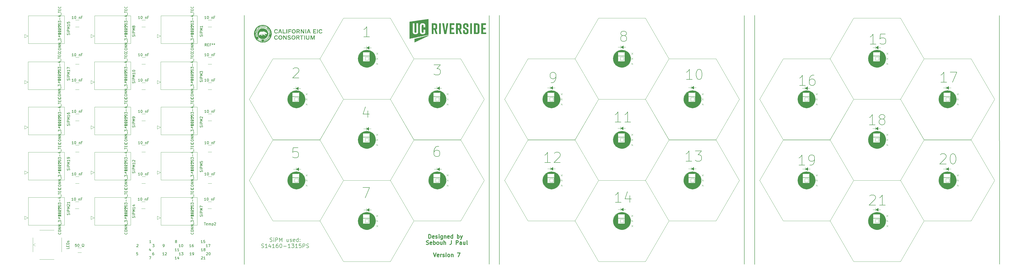
<source format=gbr>
%TF.GenerationSoftware,KiCad,Pcbnew,(6.0.8-1)-1*%
%TF.CreationDate,2023-04-06T11:00:11-04:00*%
%TF.ProjectId,Untitled,556e7469-746c-4656-942e-6b696361645f,rev?*%
%TF.SameCoordinates,Original*%
%TF.FileFunction,Legend,Top*%
%TF.FilePolarity,Positive*%
%FSLAX46Y46*%
G04 Gerber Fmt 4.6, Leading zero omitted, Abs format (unit mm)*
G04 Created by KiCad (PCBNEW (6.0.8-1)-1) date 2023-04-06 11:00:11*
%MOMM*%
%LPD*%
G01*
G04 APERTURE LIST*
%ADD10C,0.150000*%
%ADD11C,0.300000*%
%ADD12C,0.120000*%
G04 APERTURE END LIST*
D10*
X375600000Y-33000000D02*
X375640000Y-130800000D01*
X279630000Y-32920000D02*
X279630000Y-130910000D01*
X275600000Y-33000000D02*
X275640000Y-130800000D01*
X179630000Y-32920000D02*
X179630000Y-130910000D01*
X11104761Y-76333331D02*
X11152380Y-76190473D01*
X11152380Y-75952378D01*
X11104761Y-75857140D01*
X11057142Y-75809521D01*
X10961904Y-75761902D01*
X10866666Y-75761902D01*
X10771428Y-75809521D01*
X10723809Y-75857140D01*
X10676190Y-75952378D01*
X10628571Y-76142854D01*
X10580952Y-76238092D01*
X10533333Y-76285712D01*
X10438095Y-76333331D01*
X10342857Y-76333331D01*
X10247619Y-76285712D01*
X10200000Y-76238092D01*
X10152380Y-76142854D01*
X10152380Y-75904759D01*
X10200000Y-75761902D01*
X11152380Y-75333331D02*
X10485714Y-75333331D01*
X10152380Y-75333331D02*
X10200000Y-75380950D01*
X10247619Y-75333331D01*
X10200000Y-75285712D01*
X10152380Y-75333331D01*
X10247619Y-75333331D01*
X11152380Y-74857140D02*
X10152380Y-74857140D01*
X10152380Y-74476188D01*
X10200000Y-74380950D01*
X10247619Y-74333331D01*
X10342857Y-74285712D01*
X10485714Y-74285712D01*
X10580952Y-74333331D01*
X10628571Y-74380950D01*
X10676190Y-74476188D01*
X10676190Y-74857140D01*
X11152380Y-73857140D02*
X10152380Y-73857140D01*
X10866666Y-73523807D01*
X10152380Y-73190473D01*
X11152380Y-73190473D01*
X11152380Y-72190473D02*
X11152380Y-72761902D01*
X11152380Y-72476188D02*
X10152380Y-72476188D01*
X10295238Y-72571426D01*
X10390476Y-72666664D01*
X10438095Y-72761902D01*
X10152380Y-71333331D02*
X10152380Y-71523807D01*
X10200000Y-71619045D01*
X10247619Y-71666664D01*
X10390476Y-71761902D01*
X10580952Y-71809521D01*
X10961904Y-71809521D01*
X11057142Y-71761902D01*
X11104761Y-71714283D01*
X11152380Y-71619045D01*
X11152380Y-71428569D01*
X11104761Y-71333331D01*
X11057142Y-71285712D01*
X10961904Y-71238092D01*
X10723809Y-71238092D01*
X10628571Y-71285712D01*
X10580952Y-71333331D01*
X10533333Y-71428569D01*
X10533333Y-71619045D01*
X10580952Y-71714283D01*
X10628571Y-71761902D01*
X10723809Y-71809521D01*
X11104761Y-93890473D02*
X11152380Y-93747615D01*
X11152380Y-93509520D01*
X11104761Y-93414282D01*
X11057142Y-93366663D01*
X10961904Y-93319044D01*
X10866666Y-93319044D01*
X10771428Y-93366663D01*
X10723809Y-93414282D01*
X10676190Y-93509520D01*
X10628571Y-93699996D01*
X10580952Y-93795234D01*
X10533333Y-93842854D01*
X10438095Y-93890473D01*
X10342857Y-93890473D01*
X10247619Y-93842854D01*
X10200000Y-93795234D01*
X10152380Y-93699996D01*
X10152380Y-93461901D01*
X10200000Y-93319044D01*
X11152380Y-92890473D02*
X10485714Y-92890473D01*
X10152380Y-92890473D02*
X10200000Y-92938092D01*
X10247619Y-92890473D01*
X10200000Y-92842854D01*
X10152380Y-92890473D01*
X10247619Y-92890473D01*
X11152380Y-92414282D02*
X10152380Y-92414282D01*
X10152380Y-92033330D01*
X10200000Y-91938092D01*
X10247619Y-91890473D01*
X10342857Y-91842854D01*
X10485714Y-91842854D01*
X10580952Y-91890473D01*
X10628571Y-91938092D01*
X10676190Y-92033330D01*
X10676190Y-92414282D01*
X11152380Y-91414282D02*
X10152380Y-91414282D01*
X10866666Y-91080949D01*
X10152380Y-90747615D01*
X11152380Y-90747615D01*
X11152380Y-89747615D02*
X11152380Y-90319044D01*
X11152380Y-90033330D02*
X10152380Y-90033330D01*
X10295238Y-90128568D01*
X10390476Y-90223806D01*
X10438095Y-90319044D01*
X11152380Y-89271425D02*
X11152380Y-89080949D01*
X11104761Y-88985711D01*
X11057142Y-88938092D01*
X10914285Y-88842854D01*
X10723809Y-88795234D01*
X10342857Y-88795234D01*
X10247619Y-88842854D01*
X10200000Y-88890473D01*
X10152380Y-88985711D01*
X10152380Y-89176187D01*
X10200000Y-89271425D01*
X10247619Y-89319044D01*
X10342857Y-89366663D01*
X10580952Y-89366663D01*
X10676190Y-89319044D01*
X10723809Y-89271425D01*
X10771428Y-89176187D01*
X10771428Y-88985711D01*
X10723809Y-88890473D01*
X10676190Y-88842854D01*
X10580952Y-88795234D01*
X11104761Y-111447619D02*
X11152380Y-111304761D01*
X11152380Y-111066666D01*
X11104761Y-110971428D01*
X11057142Y-110923809D01*
X10961904Y-110876190D01*
X10866666Y-110876190D01*
X10771428Y-110923809D01*
X10723809Y-110971428D01*
X10676190Y-111066666D01*
X10628571Y-111257142D01*
X10580952Y-111352380D01*
X10533333Y-111400000D01*
X10438095Y-111447619D01*
X10342857Y-111447619D01*
X10247619Y-111400000D01*
X10200000Y-111352380D01*
X10152380Y-111257142D01*
X10152380Y-111019047D01*
X10200000Y-110876190D01*
X11152380Y-110447619D02*
X10485714Y-110447619D01*
X10152380Y-110447619D02*
X10200000Y-110495238D01*
X10247619Y-110447619D01*
X10200000Y-110400000D01*
X10152380Y-110447619D01*
X10247619Y-110447619D01*
X11152380Y-109971428D02*
X10152380Y-109971428D01*
X10152380Y-109590476D01*
X10200000Y-109495238D01*
X10247619Y-109447619D01*
X10342857Y-109400000D01*
X10485714Y-109400000D01*
X10580952Y-109447619D01*
X10628571Y-109495238D01*
X10676190Y-109590476D01*
X10676190Y-109971428D01*
X11152380Y-108971428D02*
X10152380Y-108971428D01*
X10866666Y-108638095D01*
X10152380Y-108304761D01*
X11152380Y-108304761D01*
X10247619Y-107876190D02*
X10200000Y-107828571D01*
X10152380Y-107733333D01*
X10152380Y-107495238D01*
X10200000Y-107400000D01*
X10247619Y-107352380D01*
X10342857Y-107304761D01*
X10438095Y-107304761D01*
X10580952Y-107352380D01*
X11152380Y-107923809D01*
X11152380Y-107304761D01*
X11152380Y-106352380D02*
X11152380Y-106923809D01*
X11152380Y-106638095D02*
X10152380Y-106638095D01*
X10295238Y-106733333D01*
X10390476Y-106828571D01*
X10438095Y-106923809D01*
X11104761Y-58490475D02*
X11152380Y-58347617D01*
X11152380Y-58109522D01*
X11104761Y-58014284D01*
X11057142Y-57966665D01*
X10961904Y-57919046D01*
X10866666Y-57919046D01*
X10771428Y-57966665D01*
X10723809Y-58014284D01*
X10676190Y-58109522D01*
X10628571Y-58299998D01*
X10580952Y-58395236D01*
X10533333Y-58442856D01*
X10438095Y-58490475D01*
X10342857Y-58490475D01*
X10247619Y-58442856D01*
X10200000Y-58395236D01*
X10152380Y-58299998D01*
X10152380Y-58061903D01*
X10200000Y-57919046D01*
X11152380Y-57490475D02*
X10485714Y-57490475D01*
X10152380Y-57490475D02*
X10200000Y-57538094D01*
X10247619Y-57490475D01*
X10200000Y-57442856D01*
X10152380Y-57490475D01*
X10247619Y-57490475D01*
X11152380Y-57014284D02*
X10152380Y-57014284D01*
X10152380Y-56633332D01*
X10200000Y-56538094D01*
X10247619Y-56490475D01*
X10342857Y-56442856D01*
X10485714Y-56442856D01*
X10580952Y-56490475D01*
X10628571Y-56538094D01*
X10676190Y-56633332D01*
X10676190Y-57014284D01*
X11152380Y-56014284D02*
X10152380Y-56014284D01*
X10866666Y-55680951D01*
X10152380Y-55347617D01*
X11152380Y-55347617D01*
X11152380Y-54347617D02*
X11152380Y-54919046D01*
X11152380Y-54633332D02*
X10152380Y-54633332D01*
X10295238Y-54728570D01*
X10390476Y-54823808D01*
X10438095Y-54919046D01*
X10152380Y-54014284D02*
X10152380Y-53347617D01*
X11152380Y-53776189D01*
X11104761Y-40647619D02*
X11152380Y-40504761D01*
X11152380Y-40266666D01*
X11104761Y-40171428D01*
X11057142Y-40123809D01*
X10961904Y-40076190D01*
X10866666Y-40076190D01*
X10771428Y-40123809D01*
X10723809Y-40171428D01*
X10676190Y-40266666D01*
X10628571Y-40457142D01*
X10580952Y-40552380D01*
X10533333Y-40600000D01*
X10438095Y-40647619D01*
X10342857Y-40647619D01*
X10247619Y-40600000D01*
X10200000Y-40552380D01*
X10152380Y-40457142D01*
X10152380Y-40219047D01*
X10200000Y-40076190D01*
X11152380Y-39647619D02*
X10485714Y-39647619D01*
X10152380Y-39647619D02*
X10200000Y-39695238D01*
X10247619Y-39647619D01*
X10200000Y-39600000D01*
X10152380Y-39647619D01*
X10247619Y-39647619D01*
X11152380Y-39171428D02*
X10152380Y-39171428D01*
X10152380Y-38790476D01*
X10200000Y-38695238D01*
X10247619Y-38647619D01*
X10342857Y-38600000D01*
X10485714Y-38600000D01*
X10580952Y-38647619D01*
X10628571Y-38695238D01*
X10676190Y-38790476D01*
X10676190Y-39171428D01*
X11152380Y-38171428D02*
X10152380Y-38171428D01*
X10866666Y-37838095D01*
X10152380Y-37504761D01*
X11152380Y-37504761D01*
X11152380Y-36504761D02*
X11152380Y-37076190D01*
X11152380Y-36790476D02*
X10152380Y-36790476D01*
X10295238Y-36885714D01*
X10390476Y-36980952D01*
X10438095Y-37076190D01*
X10152380Y-35600000D02*
X10152380Y-36076190D01*
X10628571Y-36123809D01*
X10580952Y-36076190D01*
X10533333Y-35980952D01*
X10533333Y-35742857D01*
X10580952Y-35647619D01*
X10628571Y-35600000D01*
X10723809Y-35552380D01*
X10961904Y-35552380D01*
X11057142Y-35600000D01*
X11104761Y-35647619D01*
X11152380Y-35742857D01*
X11152380Y-35980952D01*
X11104761Y-36076190D01*
X11057142Y-36123809D01*
X36704761Y-76957140D02*
X36752380Y-76814283D01*
X36752380Y-76576188D01*
X36704761Y-76480950D01*
X36657142Y-76433331D01*
X36561904Y-76385712D01*
X36466666Y-76385712D01*
X36371428Y-76433331D01*
X36323809Y-76480950D01*
X36276190Y-76576188D01*
X36228571Y-76766664D01*
X36180952Y-76861902D01*
X36133333Y-76909521D01*
X36038095Y-76957140D01*
X35942857Y-76957140D01*
X35847619Y-76909521D01*
X35800000Y-76861902D01*
X35752380Y-76766664D01*
X35752380Y-76528569D01*
X35800000Y-76385712D01*
X36752380Y-75957140D02*
X36085714Y-75957140D01*
X35752380Y-75957140D02*
X35800000Y-76004759D01*
X35847619Y-75957140D01*
X35800000Y-75909521D01*
X35752380Y-75957140D01*
X35847619Y-75957140D01*
X36752380Y-75480950D02*
X35752380Y-75480950D01*
X35752380Y-75099997D01*
X35800000Y-75004759D01*
X35847619Y-74957140D01*
X35942857Y-74909521D01*
X36085714Y-74909521D01*
X36180952Y-74957140D01*
X36228571Y-75004759D01*
X36276190Y-75099997D01*
X36276190Y-75480950D01*
X36752380Y-74480950D02*
X35752380Y-74480950D01*
X36466666Y-74147616D01*
X35752380Y-73814283D01*
X36752380Y-73814283D01*
X36752380Y-73290473D02*
X36752380Y-73099997D01*
X36704761Y-73004759D01*
X36657142Y-72957140D01*
X36514285Y-72861902D01*
X36323809Y-72814283D01*
X35942857Y-72814283D01*
X35847619Y-72861902D01*
X35800000Y-72909521D01*
X35752380Y-73004759D01*
X35752380Y-73195235D01*
X35800000Y-73290473D01*
X35847619Y-73338092D01*
X35942857Y-73385712D01*
X36180952Y-73385712D01*
X36276190Y-73338092D01*
X36323809Y-73290473D01*
X36371428Y-73195235D01*
X36371428Y-73004759D01*
X36323809Y-72909521D01*
X36276190Y-72861902D01*
X36180952Y-72814283D01*
X36704761Y-94990473D02*
X36752380Y-94847615D01*
X36752380Y-94609520D01*
X36704761Y-94514282D01*
X36657142Y-94466663D01*
X36561904Y-94419044D01*
X36466666Y-94419044D01*
X36371428Y-94466663D01*
X36323809Y-94514282D01*
X36276190Y-94609520D01*
X36228571Y-94799996D01*
X36180952Y-94895234D01*
X36133333Y-94942854D01*
X36038095Y-94990473D01*
X35942857Y-94990473D01*
X35847619Y-94942854D01*
X35800000Y-94895234D01*
X35752380Y-94799996D01*
X35752380Y-94561901D01*
X35800000Y-94419044D01*
X36752380Y-93990473D02*
X36085714Y-93990473D01*
X35752380Y-93990473D02*
X35800000Y-94038092D01*
X35847619Y-93990473D01*
X35800000Y-93942854D01*
X35752380Y-93990473D01*
X35847619Y-93990473D01*
X36752380Y-93514282D02*
X35752380Y-93514282D01*
X35752380Y-93133330D01*
X35800000Y-93038092D01*
X35847619Y-92990473D01*
X35942857Y-92942854D01*
X36085714Y-92942854D01*
X36180952Y-92990473D01*
X36228571Y-93038092D01*
X36276190Y-93133330D01*
X36276190Y-93514282D01*
X36752380Y-92514282D02*
X35752380Y-92514282D01*
X36466666Y-92180949D01*
X35752380Y-91847615D01*
X36752380Y-91847615D01*
X36752380Y-90847615D02*
X36752380Y-91419044D01*
X36752380Y-91133330D02*
X35752380Y-91133330D01*
X35895238Y-91228568D01*
X35990476Y-91323806D01*
X36038095Y-91419044D01*
X35847619Y-90466663D02*
X35800000Y-90419044D01*
X35752380Y-90323806D01*
X35752380Y-90085711D01*
X35800000Y-89990473D01*
X35847619Y-89942854D01*
X35942857Y-89895234D01*
X36038095Y-89895234D01*
X36180952Y-89942854D01*
X36752380Y-90514282D01*
X36752380Y-89895234D01*
X36704761Y-112547619D02*
X36752380Y-112404761D01*
X36752380Y-112166666D01*
X36704761Y-112071428D01*
X36657142Y-112023809D01*
X36561904Y-111976190D01*
X36466666Y-111976190D01*
X36371428Y-112023809D01*
X36323809Y-112071428D01*
X36276190Y-112166666D01*
X36228571Y-112357142D01*
X36180952Y-112452380D01*
X36133333Y-112500000D01*
X36038095Y-112547619D01*
X35942857Y-112547619D01*
X35847619Y-112500000D01*
X35800000Y-112452380D01*
X35752380Y-112357142D01*
X35752380Y-112119047D01*
X35800000Y-111976190D01*
X36752380Y-111547619D02*
X36085714Y-111547619D01*
X35752380Y-111547619D02*
X35800000Y-111595238D01*
X35847619Y-111547619D01*
X35800000Y-111500000D01*
X35752380Y-111547619D01*
X35847619Y-111547619D01*
X36752380Y-111071428D02*
X35752380Y-111071428D01*
X35752380Y-110690476D01*
X35800000Y-110595238D01*
X35847619Y-110547619D01*
X35942857Y-110500000D01*
X36085714Y-110500000D01*
X36180952Y-110547619D01*
X36228571Y-110595238D01*
X36276190Y-110690476D01*
X36276190Y-111071428D01*
X36752380Y-110071428D02*
X35752380Y-110071428D01*
X36466666Y-109738095D01*
X35752380Y-109404761D01*
X36752380Y-109404761D01*
X36752380Y-108404761D02*
X36752380Y-108976190D01*
X36752380Y-108690476D02*
X35752380Y-108690476D01*
X35895238Y-108785714D01*
X35990476Y-108880952D01*
X36038095Y-108976190D01*
X36085714Y-107547619D02*
X36752380Y-107547619D01*
X35704761Y-107785714D02*
X36419047Y-108023809D01*
X36419047Y-107404761D01*
X36704761Y-59590475D02*
X36752380Y-59447617D01*
X36752380Y-59209522D01*
X36704761Y-59114284D01*
X36657142Y-59066665D01*
X36561904Y-59019046D01*
X36466666Y-59019046D01*
X36371428Y-59066665D01*
X36323809Y-59114284D01*
X36276190Y-59209522D01*
X36228571Y-59399998D01*
X36180952Y-59495236D01*
X36133333Y-59542856D01*
X36038095Y-59590475D01*
X35942857Y-59590475D01*
X35847619Y-59542856D01*
X35800000Y-59495236D01*
X35752380Y-59399998D01*
X35752380Y-59161903D01*
X35800000Y-59019046D01*
X36752380Y-58590475D02*
X36085714Y-58590475D01*
X35752380Y-58590475D02*
X35800000Y-58638094D01*
X35847619Y-58590475D01*
X35800000Y-58542856D01*
X35752380Y-58590475D01*
X35847619Y-58590475D01*
X36752380Y-58114284D02*
X35752380Y-58114284D01*
X35752380Y-57733332D01*
X35800000Y-57638094D01*
X35847619Y-57590475D01*
X35942857Y-57542856D01*
X36085714Y-57542856D01*
X36180952Y-57590475D01*
X36228571Y-57638094D01*
X36276190Y-57733332D01*
X36276190Y-58114284D01*
X36752380Y-57114284D02*
X35752380Y-57114284D01*
X36466666Y-56780951D01*
X35752380Y-56447617D01*
X36752380Y-56447617D01*
X36752380Y-55447617D02*
X36752380Y-56019046D01*
X36752380Y-55733332D02*
X35752380Y-55733332D01*
X35895238Y-55828570D01*
X35990476Y-55923808D01*
X36038095Y-56019046D01*
X35752380Y-54828570D02*
X35752380Y-54733332D01*
X35800000Y-54638094D01*
X35847619Y-54590475D01*
X35942857Y-54542856D01*
X36133333Y-54495236D01*
X36371428Y-54495236D01*
X36561904Y-54542856D01*
X36657142Y-54590475D01*
X36704761Y-54638094D01*
X36752380Y-54733332D01*
X36752380Y-54828570D01*
X36704761Y-54923808D01*
X36657142Y-54971427D01*
X36561904Y-55019046D01*
X36371428Y-55066665D01*
X36133333Y-55066665D01*
X35942857Y-55019046D01*
X35847619Y-54971427D01*
X35800000Y-54923808D01*
X35752380Y-54828570D01*
X36704761Y-41271428D02*
X36752380Y-41128571D01*
X36752380Y-40890476D01*
X36704761Y-40795238D01*
X36657142Y-40747619D01*
X36561904Y-40700000D01*
X36466666Y-40700000D01*
X36371428Y-40747619D01*
X36323809Y-40795238D01*
X36276190Y-40890476D01*
X36228571Y-41080952D01*
X36180952Y-41176190D01*
X36133333Y-41223809D01*
X36038095Y-41271428D01*
X35942857Y-41271428D01*
X35847619Y-41223809D01*
X35800000Y-41176190D01*
X35752380Y-41080952D01*
X35752380Y-40842857D01*
X35800000Y-40700000D01*
X36752380Y-40271428D02*
X36085714Y-40271428D01*
X35752380Y-40271428D02*
X35800000Y-40319047D01*
X35847619Y-40271428D01*
X35800000Y-40223809D01*
X35752380Y-40271428D01*
X35847619Y-40271428D01*
X36752380Y-39795238D02*
X35752380Y-39795238D01*
X35752380Y-39414285D01*
X35800000Y-39319047D01*
X35847619Y-39271428D01*
X35942857Y-39223809D01*
X36085714Y-39223809D01*
X36180952Y-39271428D01*
X36228571Y-39319047D01*
X36276190Y-39414285D01*
X36276190Y-39795238D01*
X36752380Y-38795238D02*
X35752380Y-38795238D01*
X36466666Y-38461904D01*
X35752380Y-38128571D01*
X36752380Y-38128571D01*
X36180952Y-37509523D02*
X36133333Y-37604761D01*
X36085714Y-37652380D01*
X35990476Y-37700000D01*
X35942857Y-37700000D01*
X35847619Y-37652380D01*
X35800000Y-37604761D01*
X35752380Y-37509523D01*
X35752380Y-37319047D01*
X35800000Y-37223809D01*
X35847619Y-37176190D01*
X35942857Y-37128571D01*
X35990476Y-37128571D01*
X36085714Y-37176190D01*
X36133333Y-37223809D01*
X36180952Y-37319047D01*
X36180952Y-37509523D01*
X36228571Y-37604761D01*
X36276190Y-37652380D01*
X36371428Y-37700000D01*
X36561904Y-37700000D01*
X36657142Y-37652380D01*
X36704761Y-37604761D01*
X36752380Y-37509523D01*
X36752380Y-37319047D01*
X36704761Y-37223809D01*
X36657142Y-37176190D01*
X36561904Y-37128571D01*
X36371428Y-37128571D01*
X36276190Y-37176190D01*
X36228571Y-37223809D01*
X36180952Y-37319047D01*
X299338095Y-91909523D02*
X297052380Y-91909523D01*
X298195238Y-91909523D02*
X298195238Y-87909523D01*
X297814285Y-88480952D01*
X297433333Y-88861904D01*
X297052380Y-89052380D01*
X301242857Y-91909523D02*
X302004761Y-91909523D01*
X302385714Y-91719047D01*
X302576190Y-91528571D01*
X302957142Y-90957142D01*
X303147619Y-90195238D01*
X303147619Y-88671428D01*
X302957142Y-88290476D01*
X302766666Y-88100000D01*
X302385714Y-87909523D01*
X301623809Y-87909523D01*
X301242857Y-88100000D01*
X301052380Y-88290476D01*
X300861904Y-88671428D01*
X300861904Y-89623809D01*
X301052380Y-90004761D01*
X301242857Y-90195238D01*
X301623809Y-90385714D01*
X302385714Y-90385714D01*
X302766666Y-90195238D01*
X302957142Y-90004761D01*
X303147619Y-89623809D01*
X354938095Y-59309523D02*
X352652380Y-59309523D01*
X353795238Y-59309523D02*
X353795238Y-55309523D01*
X353414285Y-55880952D01*
X353033333Y-56261904D01*
X352652380Y-56452380D01*
X356271428Y-55309523D02*
X358938095Y-55309523D01*
X357223809Y-59309523D01*
X299538095Y-60509523D02*
X297252380Y-60509523D01*
X298395238Y-60509523D02*
X298395238Y-56509523D01*
X298014285Y-57080952D01*
X297633333Y-57461904D01*
X297252380Y-57652380D01*
X302966666Y-56509523D02*
X302204761Y-56509523D01*
X301823809Y-56700000D01*
X301633333Y-56890476D01*
X301252380Y-57461904D01*
X301061904Y-58223809D01*
X301061904Y-59747619D01*
X301252380Y-60128571D01*
X301442857Y-60319047D01*
X301823809Y-60509523D01*
X302585714Y-60509523D01*
X302966666Y-60319047D01*
X303157142Y-60128571D01*
X303347619Y-59747619D01*
X303347619Y-58795238D01*
X303157142Y-58414285D01*
X302966666Y-58223809D01*
X302585714Y-58033333D01*
X301823809Y-58033333D01*
X301442857Y-58223809D01*
X301252380Y-58414285D01*
X301061904Y-58795238D01*
X352452380Y-87790476D02*
X352642857Y-87600000D01*
X353023809Y-87409523D01*
X353976190Y-87409523D01*
X354357142Y-87600000D01*
X354547619Y-87790476D01*
X354738095Y-88171428D01*
X354738095Y-88552380D01*
X354547619Y-89123809D01*
X352261904Y-91409523D01*
X354738095Y-91409523D01*
X357214285Y-87409523D02*
X357595238Y-87409523D01*
X357976190Y-87600000D01*
X358166666Y-87790476D01*
X358357142Y-88171428D01*
X358547619Y-88933333D01*
X358547619Y-89885714D01*
X358357142Y-90647619D01*
X358166666Y-91028571D01*
X357976190Y-91219047D01*
X357595238Y-91409523D01*
X357214285Y-91409523D01*
X356833333Y-91219047D01*
X356642857Y-91028571D01*
X356452380Y-90647619D01*
X356261904Y-89885714D01*
X356261904Y-88933333D01*
X356452380Y-88171428D01*
X356642857Y-87790476D01*
X356833333Y-87600000D01*
X357214285Y-87409523D01*
X324752380Y-103990476D02*
X324942857Y-103800000D01*
X325323809Y-103609523D01*
X326276190Y-103609523D01*
X326657142Y-103800000D01*
X326847619Y-103990476D01*
X327038095Y-104371428D01*
X327038095Y-104752380D01*
X326847619Y-105323809D01*
X324561904Y-107609523D01*
X327038095Y-107609523D01*
X330847619Y-107609523D02*
X328561904Y-107609523D01*
X329704761Y-107609523D02*
X329704761Y-103609523D01*
X329323809Y-104180952D01*
X328942857Y-104561904D01*
X328561904Y-104752380D01*
X327238095Y-44309523D02*
X324952380Y-44309523D01*
X326095238Y-44309523D02*
X326095238Y-40309523D01*
X325714285Y-40880952D01*
X325333333Y-41261904D01*
X324952380Y-41452380D01*
X330857142Y-40309523D02*
X328952380Y-40309523D01*
X328761904Y-42214285D01*
X328952380Y-42023809D01*
X329333333Y-41833333D01*
X330285714Y-41833333D01*
X330666666Y-42023809D01*
X330857142Y-42214285D01*
X331047619Y-42595238D01*
X331047619Y-43547619D01*
X330857142Y-43928571D01*
X330666666Y-44119047D01*
X330285714Y-44309523D01*
X329333333Y-44309523D01*
X328952380Y-44119047D01*
X328761904Y-43928571D01*
X326938095Y-76009523D02*
X324652380Y-76009523D01*
X325795238Y-76009523D02*
X325795238Y-72009523D01*
X325414285Y-72580952D01*
X325033333Y-72961904D01*
X324652380Y-73152380D01*
X329223809Y-73723809D02*
X328842857Y-73533333D01*
X328652380Y-73342857D01*
X328461904Y-72961904D01*
X328461904Y-72771428D01*
X328652380Y-72390476D01*
X328842857Y-72200000D01*
X329223809Y-72009523D01*
X329985714Y-72009523D01*
X330366666Y-72200000D01*
X330557142Y-72390476D01*
X330747619Y-72771428D01*
X330747619Y-72961904D01*
X330557142Y-73342857D01*
X330366666Y-73533333D01*
X329985714Y-73723809D01*
X329223809Y-73723809D01*
X328842857Y-73914285D01*
X328652380Y-74104761D01*
X328461904Y-74485714D01*
X328461904Y-75247619D01*
X328652380Y-75628571D01*
X328842857Y-75819047D01*
X329223809Y-76009523D01*
X329985714Y-76009523D01*
X330366666Y-75819047D01*
X330557142Y-75628571D01*
X330747619Y-75247619D01*
X330747619Y-74485714D01*
X330557142Y-74104761D01*
X330366666Y-73914285D01*
X329985714Y-73723809D01*
X199638095Y-90809523D02*
X197352380Y-90809523D01*
X198495238Y-90809523D02*
X198495238Y-86809523D01*
X198114285Y-87380952D01*
X197733333Y-87761904D01*
X197352380Y-87952380D01*
X201161904Y-87190476D02*
X201352380Y-87000000D01*
X201733333Y-86809523D01*
X202685714Y-86809523D01*
X203066666Y-87000000D01*
X203257142Y-87190476D01*
X203447619Y-87571428D01*
X203447619Y-87952380D01*
X203257142Y-88523809D01*
X200971428Y-90809523D01*
X203447619Y-90809523D01*
X255238095Y-58209523D02*
X252952380Y-58209523D01*
X254095238Y-58209523D02*
X254095238Y-54209523D01*
X253714285Y-54780952D01*
X253333333Y-55161904D01*
X252952380Y-55352380D01*
X257714285Y-54209523D02*
X258095238Y-54209523D01*
X258476190Y-54400000D01*
X258666666Y-54590476D01*
X258857142Y-54971428D01*
X259047619Y-55733333D01*
X259047619Y-56685714D01*
X258857142Y-57447619D01*
X258666666Y-57828571D01*
X258476190Y-58019047D01*
X258095238Y-58209523D01*
X257714285Y-58209523D01*
X257333333Y-58019047D01*
X257142857Y-57828571D01*
X256952380Y-57447619D01*
X256761904Y-56685714D01*
X256761904Y-55733333D01*
X256952380Y-54971428D01*
X257142857Y-54590476D01*
X257333333Y-54400000D01*
X257714285Y-54209523D01*
X199838095Y-59409523D02*
X200600000Y-59409523D01*
X200980952Y-59219047D01*
X201171428Y-59028571D01*
X201552380Y-58457142D01*
X201742857Y-57695238D01*
X201742857Y-56171428D01*
X201552380Y-55790476D01*
X201361904Y-55600000D01*
X200980952Y-55409523D01*
X200219047Y-55409523D01*
X199838095Y-55600000D01*
X199647619Y-55790476D01*
X199457142Y-56171428D01*
X199457142Y-57123809D01*
X199647619Y-57504761D01*
X199838095Y-57695238D01*
X200219047Y-57885714D01*
X200980952Y-57885714D01*
X201361904Y-57695238D01*
X201552380Y-57504761D01*
X201742857Y-57123809D01*
X255038095Y-90309523D02*
X252752380Y-90309523D01*
X253895238Y-90309523D02*
X253895238Y-86309523D01*
X253514285Y-86880952D01*
X253133333Y-87261904D01*
X252752380Y-87452380D01*
X256371428Y-86309523D02*
X258847619Y-86309523D01*
X257514285Y-87833333D01*
X258085714Y-87833333D01*
X258466666Y-88023809D01*
X258657142Y-88214285D01*
X258847619Y-88595238D01*
X258847619Y-89547619D01*
X258657142Y-89928571D01*
X258466666Y-90119047D01*
X258085714Y-90309523D01*
X256942857Y-90309523D01*
X256561904Y-90119047D01*
X256371428Y-89928571D01*
X227338095Y-106509523D02*
X225052380Y-106509523D01*
X226195238Y-106509523D02*
X226195238Y-102509523D01*
X225814285Y-103080952D01*
X225433333Y-103461904D01*
X225052380Y-103652380D01*
X230766666Y-103842857D02*
X230766666Y-106509523D01*
X229814285Y-102319047D02*
X228861904Y-105176190D01*
X231338095Y-105176190D01*
X227919047Y-40923809D02*
X227538095Y-40733333D01*
X227347619Y-40542857D01*
X227157142Y-40161904D01*
X227157142Y-39971428D01*
X227347619Y-39590476D01*
X227538095Y-39400000D01*
X227919047Y-39209523D01*
X228680952Y-39209523D01*
X229061904Y-39400000D01*
X229252380Y-39590476D01*
X229442857Y-39971428D01*
X229442857Y-40161904D01*
X229252380Y-40542857D01*
X229061904Y-40733333D01*
X228680952Y-40923809D01*
X227919047Y-40923809D01*
X227538095Y-41114285D01*
X227347619Y-41304761D01*
X227157142Y-41685714D01*
X227157142Y-42447619D01*
X227347619Y-42828571D01*
X227538095Y-43019047D01*
X227919047Y-43209523D01*
X228680952Y-43209523D01*
X229061904Y-43019047D01*
X229252380Y-42828571D01*
X229442857Y-42447619D01*
X229442857Y-41685714D01*
X229252380Y-41304761D01*
X229061904Y-41114285D01*
X228680952Y-40923809D01*
X227238095Y-74909523D02*
X224952380Y-74909523D01*
X226095238Y-74909523D02*
X226095238Y-70909523D01*
X225714285Y-71480952D01*
X225333333Y-71861904D01*
X224952380Y-72052380D01*
X231047619Y-74909523D02*
X228761904Y-74909523D01*
X229904761Y-74909523D02*
X229904761Y-70909523D01*
X229523809Y-71480952D01*
X229142857Y-71861904D01*
X228761904Y-72052380D01*
X175600000Y-33000000D02*
X175640000Y-130800000D01*
X79630000Y-32920000D02*
X79630000Y-130910000D01*
X63204761Y-94514282D02*
X63252380Y-94371425D01*
X63252380Y-94133330D01*
X63204761Y-94038092D01*
X63157142Y-93990473D01*
X63061904Y-93942854D01*
X62966666Y-93942854D01*
X62871428Y-93990473D01*
X62823809Y-94038092D01*
X62776190Y-94133330D01*
X62728571Y-94323806D01*
X62680952Y-94419044D01*
X62633333Y-94466663D01*
X62538095Y-94514282D01*
X62442857Y-94514282D01*
X62347619Y-94466663D01*
X62300000Y-94419044D01*
X62252380Y-94323806D01*
X62252380Y-94085711D01*
X62300000Y-93942854D01*
X63252380Y-93514282D02*
X62585714Y-93514282D01*
X62252380Y-93514282D02*
X62300000Y-93561901D01*
X62347619Y-93514282D01*
X62300000Y-93466663D01*
X62252380Y-93514282D01*
X62347619Y-93514282D01*
X63252380Y-93038092D02*
X62252380Y-93038092D01*
X62252380Y-92657139D01*
X62300000Y-92561901D01*
X62347619Y-92514282D01*
X62442857Y-92466663D01*
X62585714Y-92466663D01*
X62680952Y-92514282D01*
X62728571Y-92561901D01*
X62776190Y-92657139D01*
X62776190Y-93038092D01*
X63252380Y-92038092D02*
X62252380Y-92038092D01*
X62966666Y-91704758D01*
X62252380Y-91371425D01*
X63252380Y-91371425D01*
X62252380Y-90419044D02*
X62252380Y-90895234D01*
X62728571Y-90942854D01*
X62680952Y-90895234D01*
X62633333Y-90799996D01*
X62633333Y-90561901D01*
X62680952Y-90466663D01*
X62728571Y-90419044D01*
X62823809Y-90371425D01*
X63061904Y-90371425D01*
X63157142Y-90419044D01*
X63204761Y-90466663D01*
X63252380Y-90561901D01*
X63252380Y-90799996D01*
X63204761Y-90895234D01*
X63157142Y-90942854D01*
X89671428Y-121899642D02*
X89885714Y-121971071D01*
X90242857Y-121971071D01*
X90385714Y-121899642D01*
X90457142Y-121828214D01*
X90528571Y-121685357D01*
X90528571Y-121542500D01*
X90457142Y-121399642D01*
X90385714Y-121328214D01*
X90242857Y-121256785D01*
X89957142Y-121185357D01*
X89814285Y-121113928D01*
X89742857Y-121042500D01*
X89671428Y-120899642D01*
X89671428Y-120756785D01*
X89742857Y-120613928D01*
X89814285Y-120542500D01*
X89957142Y-120471071D01*
X90314285Y-120471071D01*
X90528571Y-120542500D01*
X91171428Y-121971071D02*
X91171428Y-120971071D01*
X91171428Y-120471071D02*
X91100000Y-120542500D01*
X91171428Y-120613928D01*
X91242857Y-120542500D01*
X91171428Y-120471071D01*
X91171428Y-120613928D01*
X91885714Y-121971071D02*
X91885714Y-120471071D01*
X92457142Y-120471071D01*
X92600000Y-120542500D01*
X92671428Y-120613928D01*
X92742857Y-120756785D01*
X92742857Y-120971071D01*
X92671428Y-121113928D01*
X92600000Y-121185357D01*
X92457142Y-121256785D01*
X91885714Y-121256785D01*
X93385714Y-121971071D02*
X93385714Y-120471071D01*
X93885714Y-121542500D01*
X94385714Y-120471071D01*
X94385714Y-121971071D01*
X96885714Y-120971071D02*
X96885714Y-121971071D01*
X96242857Y-120971071D02*
X96242857Y-121756785D01*
X96314285Y-121899642D01*
X96457142Y-121971071D01*
X96671428Y-121971071D01*
X96814285Y-121899642D01*
X96885714Y-121828214D01*
X97528571Y-121899642D02*
X97671428Y-121971071D01*
X97957142Y-121971071D01*
X98100000Y-121899642D01*
X98171428Y-121756785D01*
X98171428Y-121685357D01*
X98100000Y-121542500D01*
X97957142Y-121471071D01*
X97742857Y-121471071D01*
X97600000Y-121399642D01*
X97528571Y-121256785D01*
X97528571Y-121185357D01*
X97600000Y-121042500D01*
X97742857Y-120971071D01*
X97957142Y-120971071D01*
X98100000Y-121042500D01*
X99385714Y-121899642D02*
X99242857Y-121971071D01*
X98957142Y-121971071D01*
X98814285Y-121899642D01*
X98742857Y-121756785D01*
X98742857Y-121185357D01*
X98814285Y-121042500D01*
X98957142Y-120971071D01*
X99242857Y-120971071D01*
X99385714Y-121042500D01*
X99457142Y-121185357D01*
X99457142Y-121328214D01*
X98742857Y-121471071D01*
X100742857Y-121971071D02*
X100742857Y-120471071D01*
X100742857Y-121899642D02*
X100600000Y-121971071D01*
X100314285Y-121971071D01*
X100171428Y-121899642D01*
X100100000Y-121828214D01*
X100028571Y-121685357D01*
X100028571Y-121256785D01*
X100100000Y-121113928D01*
X100171428Y-121042500D01*
X100314285Y-120971071D01*
X100600000Y-120971071D01*
X100742857Y-121042500D01*
X101457142Y-121828214D02*
X101528571Y-121899642D01*
X101457142Y-121971071D01*
X101385714Y-121899642D01*
X101457142Y-121828214D01*
X101457142Y-121971071D01*
X101457142Y-121042500D02*
X101528571Y-121113928D01*
X101457142Y-121185357D01*
X101385714Y-121113928D01*
X101457142Y-121042500D01*
X101457142Y-121185357D01*
X86350000Y-124314642D02*
X86564285Y-124386071D01*
X86921428Y-124386071D01*
X87064285Y-124314642D01*
X87135714Y-124243214D01*
X87207142Y-124100357D01*
X87207142Y-123957500D01*
X87135714Y-123814642D01*
X87064285Y-123743214D01*
X86921428Y-123671785D01*
X86635714Y-123600357D01*
X86492857Y-123528928D01*
X86421428Y-123457500D01*
X86350000Y-123314642D01*
X86350000Y-123171785D01*
X86421428Y-123028928D01*
X86492857Y-122957500D01*
X86635714Y-122886071D01*
X86992857Y-122886071D01*
X87207142Y-122957500D01*
X88635714Y-124386071D02*
X87778571Y-124386071D01*
X88207142Y-124386071D02*
X88207142Y-122886071D01*
X88064285Y-123100357D01*
X87921428Y-123243214D01*
X87778571Y-123314642D01*
X89921428Y-123386071D02*
X89921428Y-124386071D01*
X89564285Y-122814642D02*
X89207142Y-123886071D01*
X90135714Y-123886071D01*
X91492857Y-124386071D02*
X90635714Y-124386071D01*
X91064285Y-124386071D02*
X91064285Y-122886071D01*
X90921428Y-123100357D01*
X90778571Y-123243214D01*
X90635714Y-123314642D01*
X92778571Y-122886071D02*
X92492857Y-122886071D01*
X92350000Y-122957500D01*
X92278571Y-123028928D01*
X92135714Y-123243214D01*
X92064285Y-123528928D01*
X92064285Y-124100357D01*
X92135714Y-124243214D01*
X92207142Y-124314642D01*
X92350000Y-124386071D01*
X92635714Y-124386071D01*
X92778571Y-124314642D01*
X92850000Y-124243214D01*
X92921428Y-124100357D01*
X92921428Y-123743214D01*
X92850000Y-123600357D01*
X92778571Y-123528928D01*
X92635714Y-123457500D01*
X92350000Y-123457500D01*
X92207142Y-123528928D01*
X92135714Y-123600357D01*
X92064285Y-123743214D01*
X93850000Y-122886071D02*
X93992857Y-122886071D01*
X94135714Y-122957500D01*
X94207142Y-123028928D01*
X94278571Y-123171785D01*
X94350000Y-123457500D01*
X94350000Y-123814642D01*
X94278571Y-124100357D01*
X94207142Y-124243214D01*
X94135714Y-124314642D01*
X93992857Y-124386071D01*
X93850000Y-124386071D01*
X93707142Y-124314642D01*
X93635714Y-124243214D01*
X93564285Y-124100357D01*
X93492857Y-123814642D01*
X93492857Y-123457500D01*
X93564285Y-123171785D01*
X93635714Y-123028928D01*
X93707142Y-122957500D01*
X93850000Y-122886071D01*
X94992857Y-123814642D02*
X96135714Y-123814642D01*
X97635714Y-124386071D02*
X96778571Y-124386071D01*
X97207142Y-124386071D02*
X97207142Y-122886071D01*
X97064285Y-123100357D01*
X96921428Y-123243214D01*
X96778571Y-123314642D01*
X98135714Y-122886071D02*
X99064285Y-122886071D01*
X98564285Y-123457500D01*
X98778571Y-123457500D01*
X98921428Y-123528928D01*
X98992857Y-123600357D01*
X99064285Y-123743214D01*
X99064285Y-124100357D01*
X98992857Y-124243214D01*
X98921428Y-124314642D01*
X98778571Y-124386071D01*
X98350000Y-124386071D01*
X98207142Y-124314642D01*
X98135714Y-124243214D01*
X100492857Y-124386071D02*
X99635714Y-124386071D01*
X100064285Y-124386071D02*
X100064285Y-122886071D01*
X99921428Y-123100357D01*
X99778571Y-123243214D01*
X99635714Y-123314642D01*
X101850000Y-122886071D02*
X101135714Y-122886071D01*
X101064285Y-123600357D01*
X101135714Y-123528928D01*
X101278571Y-123457500D01*
X101635714Y-123457500D01*
X101778571Y-123528928D01*
X101850000Y-123600357D01*
X101921428Y-123743214D01*
X101921428Y-124100357D01*
X101850000Y-124243214D01*
X101778571Y-124314642D01*
X101635714Y-124386071D01*
X101278571Y-124386071D01*
X101135714Y-124314642D01*
X101064285Y-124243214D01*
X102564285Y-124386071D02*
X102564285Y-122886071D01*
X103135714Y-122886071D01*
X103278571Y-122957500D01*
X103350000Y-123028928D01*
X103421428Y-123171785D01*
X103421428Y-123386071D01*
X103350000Y-123528928D01*
X103278571Y-123600357D01*
X103135714Y-123671785D01*
X102564285Y-123671785D01*
X103992857Y-124314642D02*
X104207142Y-124386071D01*
X104564285Y-124386071D01*
X104707142Y-124314642D01*
X104778571Y-124243214D01*
X104850000Y-124100357D01*
X104850000Y-123957500D01*
X104778571Y-123814642D01*
X104707142Y-123743214D01*
X104564285Y-123671785D01*
X104278571Y-123600357D01*
X104135714Y-123528928D01*
X104064285Y-123457500D01*
X103992857Y-123314642D01*
X103992857Y-123171785D01*
X104064285Y-123028928D01*
X104135714Y-122957500D01*
X104278571Y-122886071D01*
X104635714Y-122886071D01*
X104850000Y-122957500D01*
X128061904Y-70442857D02*
X128061904Y-73109523D01*
X127109523Y-68919047D02*
X126157142Y-71776190D01*
X128633333Y-71776190D01*
X63204761Y-41271428D02*
X63252380Y-41128571D01*
X63252380Y-40890476D01*
X63204761Y-40795238D01*
X63157142Y-40747619D01*
X63061904Y-40700000D01*
X62966666Y-40700000D01*
X62871428Y-40747619D01*
X62823809Y-40795238D01*
X62776190Y-40890476D01*
X62728571Y-41080952D01*
X62680952Y-41176190D01*
X62633333Y-41223809D01*
X62538095Y-41271428D01*
X62442857Y-41271428D01*
X62347619Y-41223809D01*
X62300000Y-41176190D01*
X62252380Y-41080952D01*
X62252380Y-40842857D01*
X62300000Y-40700000D01*
X63252380Y-40271428D02*
X62585714Y-40271428D01*
X62252380Y-40271428D02*
X62300000Y-40319047D01*
X62347619Y-40271428D01*
X62300000Y-40223809D01*
X62252380Y-40271428D01*
X62347619Y-40271428D01*
X63252380Y-39795238D02*
X62252380Y-39795238D01*
X62252380Y-39414285D01*
X62300000Y-39319047D01*
X62347619Y-39271428D01*
X62442857Y-39223809D01*
X62585714Y-39223809D01*
X62680952Y-39271428D01*
X62728571Y-39319047D01*
X62776190Y-39414285D01*
X62776190Y-39795238D01*
X63252380Y-38795238D02*
X62252380Y-38795238D01*
X62966666Y-38461904D01*
X62252380Y-38128571D01*
X63252380Y-38128571D01*
X63252380Y-37128571D02*
X63252380Y-37700000D01*
X63252380Y-37414285D02*
X62252380Y-37414285D01*
X62395238Y-37509523D01*
X62490476Y-37604761D01*
X62538095Y-37700000D01*
X128742857Y-41409523D02*
X126457142Y-41409523D01*
X127600000Y-41409523D02*
X127600000Y-37409523D01*
X127219047Y-37980952D01*
X126838095Y-38361904D01*
X126457142Y-38552380D01*
X63204761Y-59114284D02*
X63252380Y-58971427D01*
X63252380Y-58733332D01*
X63204761Y-58638094D01*
X63157142Y-58590475D01*
X63061904Y-58542856D01*
X62966666Y-58542856D01*
X62871428Y-58590475D01*
X62823809Y-58638094D01*
X62776190Y-58733332D01*
X62728571Y-58923808D01*
X62680952Y-59019046D01*
X62633333Y-59066665D01*
X62538095Y-59114284D01*
X62442857Y-59114284D01*
X62347619Y-59066665D01*
X62300000Y-59019046D01*
X62252380Y-58923808D01*
X62252380Y-58685713D01*
X62300000Y-58542856D01*
X63252380Y-58114284D02*
X62585714Y-58114284D01*
X62252380Y-58114284D02*
X62300000Y-58161903D01*
X62347619Y-58114284D01*
X62300000Y-58066665D01*
X62252380Y-58114284D01*
X62347619Y-58114284D01*
X63252380Y-57638094D02*
X62252380Y-57638094D01*
X62252380Y-57257141D01*
X62300000Y-57161903D01*
X62347619Y-57114284D01*
X62442857Y-57066665D01*
X62585714Y-57066665D01*
X62680952Y-57114284D01*
X62728571Y-57161903D01*
X62776190Y-57257141D01*
X62776190Y-57638094D01*
X63252380Y-56638094D02*
X62252380Y-56638094D01*
X62966666Y-56304760D01*
X62252380Y-55971427D01*
X63252380Y-55971427D01*
X62252380Y-55590475D02*
X62252380Y-54971427D01*
X62633333Y-55304760D01*
X62633333Y-55161903D01*
X62680952Y-55066665D01*
X62728571Y-55019046D01*
X62823809Y-54971427D01*
X63061904Y-54971427D01*
X63157142Y-55019046D01*
X63204761Y-55066665D01*
X63252380Y-55161903D01*
X63252380Y-55447617D01*
X63204761Y-55542856D01*
X63157142Y-55590475D01*
X63204761Y-112071428D02*
X63252380Y-111928571D01*
X63252380Y-111690476D01*
X63204761Y-111595238D01*
X63157142Y-111547619D01*
X63061904Y-111500000D01*
X62966666Y-111500000D01*
X62871428Y-111547619D01*
X62823809Y-111595238D01*
X62776190Y-111690476D01*
X62728571Y-111880952D01*
X62680952Y-111976190D01*
X62633333Y-112023809D01*
X62538095Y-112071428D01*
X62442857Y-112071428D01*
X62347619Y-112023809D01*
X62300000Y-111976190D01*
X62252380Y-111880952D01*
X62252380Y-111642857D01*
X62300000Y-111500000D01*
X63252380Y-111071428D02*
X62585714Y-111071428D01*
X62252380Y-111071428D02*
X62300000Y-111119047D01*
X62347619Y-111071428D01*
X62300000Y-111023809D01*
X62252380Y-111071428D01*
X62347619Y-111071428D01*
X63252380Y-110595238D02*
X62252380Y-110595238D01*
X62252380Y-110214285D01*
X62300000Y-110119047D01*
X62347619Y-110071428D01*
X62442857Y-110023809D01*
X62585714Y-110023809D01*
X62680952Y-110071428D01*
X62728571Y-110119047D01*
X62776190Y-110214285D01*
X62776190Y-110595238D01*
X63252380Y-109595238D02*
X62252380Y-109595238D01*
X62966666Y-109261904D01*
X62252380Y-108928571D01*
X63252380Y-108928571D01*
X62252380Y-108547619D02*
X62252380Y-107880952D01*
X63252380Y-108309523D01*
X126066666Y-100709523D02*
X128733333Y-100709523D01*
X127019047Y-104709523D01*
X155861904Y-84509523D02*
X155100000Y-84509523D01*
X154719047Y-84700000D01*
X154528571Y-84890476D01*
X154147619Y-85461904D01*
X153957142Y-86223809D01*
X153957142Y-87747619D01*
X154147619Y-88128571D01*
X154338095Y-88319047D01*
X154719047Y-88509523D01*
X155480952Y-88509523D01*
X155861904Y-88319047D01*
X156052380Y-88128571D01*
X156242857Y-87747619D01*
X156242857Y-86795238D01*
X156052380Y-86414285D01*
X155861904Y-86223809D01*
X155480952Y-86033333D01*
X154719047Y-86033333D01*
X154338095Y-86223809D01*
X154147619Y-86414285D01*
X153957142Y-86795238D01*
X98757142Y-53990476D02*
X98947619Y-53800000D01*
X99328571Y-53609523D01*
X100280952Y-53609523D01*
X100661904Y-53800000D01*
X100852380Y-53990476D01*
X101042857Y-54371428D01*
X101042857Y-54752380D01*
X100852380Y-55323809D01*
X98566666Y-57609523D01*
X101042857Y-57609523D01*
X63204761Y-76957140D02*
X63252380Y-76814283D01*
X63252380Y-76576188D01*
X63204761Y-76480950D01*
X63157142Y-76433331D01*
X63061904Y-76385712D01*
X62966666Y-76385712D01*
X62871428Y-76433331D01*
X62823809Y-76480950D01*
X62776190Y-76576188D01*
X62728571Y-76766664D01*
X62680952Y-76861902D01*
X62633333Y-76909521D01*
X62538095Y-76957140D01*
X62442857Y-76957140D01*
X62347619Y-76909521D01*
X62300000Y-76861902D01*
X62252380Y-76766664D01*
X62252380Y-76528569D01*
X62300000Y-76385712D01*
X63252380Y-75957140D02*
X62585714Y-75957140D01*
X62252380Y-75957140D02*
X62300000Y-76004759D01*
X62347619Y-75957140D01*
X62300000Y-75909521D01*
X62252380Y-75957140D01*
X62347619Y-75957140D01*
X63252380Y-75480950D02*
X62252380Y-75480950D01*
X62252380Y-75099997D01*
X62300000Y-75004759D01*
X62347619Y-74957140D01*
X62442857Y-74909521D01*
X62585714Y-74909521D01*
X62680952Y-74957140D01*
X62728571Y-75004759D01*
X62776190Y-75099997D01*
X62776190Y-75480950D01*
X63252380Y-74480950D02*
X62252380Y-74480950D01*
X62966666Y-74147616D01*
X62252380Y-73814283D01*
X63252380Y-73814283D01*
X62347619Y-73385712D02*
X62300000Y-73338092D01*
X62252380Y-73242854D01*
X62252380Y-73004759D01*
X62300000Y-72909521D01*
X62347619Y-72861902D01*
X62442857Y-72814283D01*
X62538095Y-72814283D01*
X62680952Y-72861902D01*
X63252380Y-73433331D01*
X63252380Y-72814283D01*
D11*
X151928571Y-120656071D02*
X151928571Y-119156071D01*
X152285714Y-119156071D01*
X152500000Y-119227500D01*
X152642857Y-119370357D01*
X152714285Y-119513214D01*
X152785714Y-119798928D01*
X152785714Y-120013214D01*
X152714285Y-120298928D01*
X152642857Y-120441785D01*
X152500000Y-120584642D01*
X152285714Y-120656071D01*
X151928571Y-120656071D01*
X154000000Y-120584642D02*
X153857142Y-120656071D01*
X153571428Y-120656071D01*
X153428571Y-120584642D01*
X153357142Y-120441785D01*
X153357142Y-119870357D01*
X153428571Y-119727500D01*
X153571428Y-119656071D01*
X153857142Y-119656071D01*
X154000000Y-119727500D01*
X154071428Y-119870357D01*
X154071428Y-120013214D01*
X153357142Y-120156071D01*
X154642857Y-120584642D02*
X154785714Y-120656071D01*
X155071428Y-120656071D01*
X155214285Y-120584642D01*
X155285714Y-120441785D01*
X155285714Y-120370357D01*
X155214285Y-120227500D01*
X155071428Y-120156071D01*
X154857142Y-120156071D01*
X154714285Y-120084642D01*
X154642857Y-119941785D01*
X154642857Y-119870357D01*
X154714285Y-119727500D01*
X154857142Y-119656071D01*
X155071428Y-119656071D01*
X155214285Y-119727500D01*
X155928571Y-120656071D02*
X155928571Y-119656071D01*
X155928571Y-119156071D02*
X155857142Y-119227500D01*
X155928571Y-119298928D01*
X156000000Y-119227500D01*
X155928571Y-119156071D01*
X155928571Y-119298928D01*
X157285714Y-119656071D02*
X157285714Y-120870357D01*
X157214285Y-121013214D01*
X157142857Y-121084642D01*
X157000000Y-121156071D01*
X156785714Y-121156071D01*
X156642857Y-121084642D01*
X157285714Y-120584642D02*
X157142857Y-120656071D01*
X156857142Y-120656071D01*
X156714285Y-120584642D01*
X156642857Y-120513214D01*
X156571428Y-120370357D01*
X156571428Y-119941785D01*
X156642857Y-119798928D01*
X156714285Y-119727500D01*
X156857142Y-119656071D01*
X157142857Y-119656071D01*
X157285714Y-119727500D01*
X158000000Y-119656071D02*
X158000000Y-120656071D01*
X158000000Y-119798928D02*
X158071428Y-119727500D01*
X158214285Y-119656071D01*
X158428571Y-119656071D01*
X158571428Y-119727500D01*
X158642857Y-119870357D01*
X158642857Y-120656071D01*
X159928571Y-120584642D02*
X159785714Y-120656071D01*
X159500000Y-120656071D01*
X159357142Y-120584642D01*
X159285714Y-120441785D01*
X159285714Y-119870357D01*
X159357142Y-119727500D01*
X159500000Y-119656071D01*
X159785714Y-119656071D01*
X159928571Y-119727500D01*
X160000000Y-119870357D01*
X160000000Y-120013214D01*
X159285714Y-120156071D01*
X161285714Y-120656071D02*
X161285714Y-119156071D01*
X161285714Y-120584642D02*
X161142857Y-120656071D01*
X160857142Y-120656071D01*
X160714285Y-120584642D01*
X160642857Y-120513214D01*
X160571428Y-120370357D01*
X160571428Y-119941785D01*
X160642857Y-119798928D01*
X160714285Y-119727500D01*
X160857142Y-119656071D01*
X161142857Y-119656071D01*
X161285714Y-119727500D01*
X163142857Y-120656071D02*
X163142857Y-119156071D01*
X163142857Y-119727500D02*
X163285714Y-119656071D01*
X163571428Y-119656071D01*
X163714285Y-119727500D01*
X163785714Y-119798928D01*
X163857142Y-119941785D01*
X163857142Y-120370357D01*
X163785714Y-120513214D01*
X163714285Y-120584642D01*
X163571428Y-120656071D01*
X163285714Y-120656071D01*
X163142857Y-120584642D01*
X164357142Y-119656071D02*
X164714285Y-120656071D01*
X165071428Y-119656071D02*
X164714285Y-120656071D01*
X164571428Y-121013214D01*
X164500000Y-121084642D01*
X164357142Y-121156071D01*
X151000000Y-122999642D02*
X151214285Y-123071071D01*
X151571428Y-123071071D01*
X151714285Y-122999642D01*
X151785714Y-122928214D01*
X151857142Y-122785357D01*
X151857142Y-122642500D01*
X151785714Y-122499642D01*
X151714285Y-122428214D01*
X151571428Y-122356785D01*
X151285714Y-122285357D01*
X151142857Y-122213928D01*
X151071428Y-122142500D01*
X151000000Y-121999642D01*
X151000000Y-121856785D01*
X151071428Y-121713928D01*
X151142857Y-121642500D01*
X151285714Y-121571071D01*
X151642857Y-121571071D01*
X151857142Y-121642500D01*
X153071428Y-122999642D02*
X152928571Y-123071071D01*
X152642857Y-123071071D01*
X152500000Y-122999642D01*
X152428571Y-122856785D01*
X152428571Y-122285357D01*
X152500000Y-122142500D01*
X152642857Y-122071071D01*
X152928571Y-122071071D01*
X153071428Y-122142500D01*
X153142857Y-122285357D01*
X153142857Y-122428214D01*
X152428571Y-122571071D01*
X153785714Y-123071071D02*
X153785714Y-121571071D01*
X153785714Y-122142500D02*
X153928571Y-122071071D01*
X154214285Y-122071071D01*
X154357142Y-122142500D01*
X154428571Y-122213928D01*
X154500000Y-122356785D01*
X154500000Y-122785357D01*
X154428571Y-122928214D01*
X154357142Y-122999642D01*
X154214285Y-123071071D01*
X153928571Y-123071071D01*
X153785714Y-122999642D01*
X155357142Y-123071071D02*
X155214285Y-122999642D01*
X155142857Y-122928214D01*
X155071428Y-122785357D01*
X155071428Y-122356785D01*
X155142857Y-122213928D01*
X155214285Y-122142500D01*
X155357142Y-122071071D01*
X155571428Y-122071071D01*
X155714285Y-122142500D01*
X155785714Y-122213928D01*
X155857142Y-122356785D01*
X155857142Y-122785357D01*
X155785714Y-122928214D01*
X155714285Y-122999642D01*
X155571428Y-123071071D01*
X155357142Y-123071071D01*
X157142857Y-122071071D02*
X157142857Y-123071071D01*
X156500000Y-122071071D02*
X156500000Y-122856785D01*
X156571428Y-122999642D01*
X156714285Y-123071071D01*
X156928571Y-123071071D01*
X157071428Y-122999642D01*
X157142857Y-122928214D01*
X157857142Y-123071071D02*
X157857142Y-121571071D01*
X158500000Y-123071071D02*
X158500000Y-122285357D01*
X158428571Y-122142500D01*
X158285714Y-122071071D01*
X158071428Y-122071071D01*
X157928571Y-122142500D01*
X157857142Y-122213928D01*
X160785714Y-121571071D02*
X160785714Y-122642500D01*
X160714285Y-122856785D01*
X160571428Y-122999642D01*
X160357142Y-123071071D01*
X160214285Y-123071071D01*
X162642857Y-123071071D02*
X162642857Y-121571071D01*
X163214285Y-121571071D01*
X163357142Y-121642500D01*
X163428571Y-121713928D01*
X163500000Y-121856785D01*
X163500000Y-122071071D01*
X163428571Y-122213928D01*
X163357142Y-122285357D01*
X163214285Y-122356785D01*
X162642857Y-122356785D01*
X164785714Y-123071071D02*
X164785714Y-122285357D01*
X164714285Y-122142500D01*
X164571428Y-122071071D01*
X164285714Y-122071071D01*
X164142857Y-122142500D01*
X164785714Y-122999642D02*
X164642857Y-123071071D01*
X164285714Y-123071071D01*
X164142857Y-122999642D01*
X164071428Y-122856785D01*
X164071428Y-122713928D01*
X164142857Y-122571071D01*
X164285714Y-122499642D01*
X164642857Y-122499642D01*
X164785714Y-122428214D01*
X166142857Y-122071071D02*
X166142857Y-123071071D01*
X165500000Y-122071071D02*
X165500000Y-122856785D01*
X165571428Y-122999642D01*
X165714285Y-123071071D01*
X165928571Y-123071071D01*
X166071428Y-122999642D01*
X166142857Y-122928214D01*
X167071428Y-123071071D02*
X166928571Y-122999642D01*
X166857142Y-122856785D01*
X166857142Y-121571071D01*
X153785714Y-126401071D02*
X154285714Y-127901071D01*
X154785714Y-126401071D01*
X155857142Y-127829642D02*
X155714285Y-127901071D01*
X155428571Y-127901071D01*
X155285714Y-127829642D01*
X155214285Y-127686785D01*
X155214285Y-127115357D01*
X155285714Y-126972500D01*
X155428571Y-126901071D01*
X155714285Y-126901071D01*
X155857142Y-126972500D01*
X155928571Y-127115357D01*
X155928571Y-127258214D01*
X155214285Y-127401071D01*
X156571428Y-127901071D02*
X156571428Y-126901071D01*
X156571428Y-127186785D02*
X156642857Y-127043928D01*
X156714285Y-126972500D01*
X156857142Y-126901071D01*
X157000000Y-126901071D01*
X157428571Y-127829642D02*
X157571428Y-127901071D01*
X157857142Y-127901071D01*
X158000000Y-127829642D01*
X158071428Y-127686785D01*
X158071428Y-127615357D01*
X158000000Y-127472500D01*
X157857142Y-127401071D01*
X157642857Y-127401071D01*
X157500000Y-127329642D01*
X157428571Y-127186785D01*
X157428571Y-127115357D01*
X157500000Y-126972500D01*
X157642857Y-126901071D01*
X157857142Y-126901071D01*
X158000000Y-126972500D01*
X158714285Y-127901071D02*
X158714285Y-126901071D01*
X158714285Y-126401071D02*
X158642857Y-126472500D01*
X158714285Y-126543928D01*
X158785714Y-126472500D01*
X158714285Y-126401071D01*
X158714285Y-126543928D01*
X159642857Y-127901071D02*
X159500000Y-127829642D01*
X159428571Y-127758214D01*
X159357142Y-127615357D01*
X159357142Y-127186785D01*
X159428571Y-127043928D01*
X159500000Y-126972500D01*
X159642857Y-126901071D01*
X159857142Y-126901071D01*
X160000000Y-126972500D01*
X160071428Y-127043928D01*
X160142857Y-127186785D01*
X160142857Y-127615357D01*
X160071428Y-127758214D01*
X160000000Y-127829642D01*
X159857142Y-127901071D01*
X159642857Y-127901071D01*
X160785714Y-126901071D02*
X160785714Y-127901071D01*
X160785714Y-127043928D02*
X160857142Y-126972500D01*
X161000000Y-126901071D01*
X161214285Y-126901071D01*
X161357142Y-126972500D01*
X161428571Y-127115357D01*
X161428571Y-127901071D01*
X163142857Y-126401071D02*
X164142857Y-126401071D01*
X163500000Y-127901071D01*
D10*
X153966666Y-52409523D02*
X156442857Y-52409523D01*
X155109523Y-53933333D01*
X155680952Y-53933333D01*
X156061904Y-54123809D01*
X156252380Y-54314285D01*
X156442857Y-54695238D01*
X156442857Y-55647619D01*
X156252380Y-56028571D01*
X156061904Y-56219047D01*
X155680952Y-56409523D01*
X154538095Y-56409523D01*
X154157142Y-56219047D01*
X153966666Y-56028571D01*
X43038095Y-122432380D02*
X42466666Y-122432380D01*
X42752380Y-122432380D02*
X42752380Y-121432380D01*
X42657142Y-121575238D01*
X42561904Y-121670476D01*
X42466666Y-121718095D01*
X52752380Y-121860952D02*
X52657142Y-121813333D01*
X52609523Y-121765714D01*
X52561904Y-121670476D01*
X52561904Y-121622857D01*
X52609523Y-121527619D01*
X52657142Y-121480000D01*
X52752380Y-121432380D01*
X52942857Y-121432380D01*
X53038095Y-121480000D01*
X53085714Y-121527619D01*
X53133333Y-121622857D01*
X53133333Y-121670476D01*
X53085714Y-121765714D01*
X53038095Y-121813333D01*
X52942857Y-121860952D01*
X52752380Y-121860952D01*
X52657142Y-121908571D01*
X52609523Y-121956190D01*
X52561904Y-122051428D01*
X52561904Y-122241904D01*
X52609523Y-122337142D01*
X52657142Y-122384761D01*
X52752380Y-122432380D01*
X52942857Y-122432380D01*
X53038095Y-122384761D01*
X53085714Y-122337142D01*
X53133333Y-122241904D01*
X53133333Y-122051428D01*
X53085714Y-121956190D01*
X53038095Y-121908571D01*
X52942857Y-121860952D01*
X63228571Y-122432380D02*
X62657142Y-122432380D01*
X62942857Y-122432380D02*
X62942857Y-121432380D01*
X62847619Y-121575238D01*
X62752380Y-121670476D01*
X62657142Y-121718095D01*
X64133333Y-121432380D02*
X63657142Y-121432380D01*
X63609523Y-121908571D01*
X63657142Y-121860952D01*
X63752380Y-121813333D01*
X63990476Y-121813333D01*
X64085714Y-121860952D01*
X64133333Y-121908571D01*
X64180952Y-122003809D01*
X64180952Y-122241904D01*
X64133333Y-122337142D01*
X64085714Y-122384761D01*
X63990476Y-122432380D01*
X63752380Y-122432380D01*
X63657142Y-122384761D01*
X63609523Y-122337142D01*
X37419047Y-123137619D02*
X37466666Y-123090000D01*
X37561904Y-123042380D01*
X37799999Y-123042380D01*
X37895238Y-123090000D01*
X37942857Y-123137619D01*
X37990476Y-123232857D01*
X37990476Y-123328095D01*
X37942857Y-123470952D01*
X37371428Y-124042380D01*
X37990476Y-124042380D01*
X43657142Y-123042380D02*
X44276190Y-123042380D01*
X43942857Y-123423333D01*
X44085714Y-123423333D01*
X44180952Y-123470952D01*
X44228571Y-123518571D01*
X44276190Y-123613809D01*
X44276190Y-123851904D01*
X44228571Y-123947142D01*
X44180952Y-123994761D01*
X44085714Y-124042380D01*
X43799999Y-124042380D01*
X43704761Y-123994761D01*
X43657142Y-123947142D01*
X47799999Y-124042380D02*
X47990476Y-124042380D01*
X48085714Y-123994761D01*
X48133333Y-123947142D01*
X48228571Y-123804285D01*
X48276190Y-123613809D01*
X48276190Y-123232857D01*
X48228571Y-123137619D01*
X48180952Y-123090000D01*
X48085714Y-123042380D01*
X47895238Y-123042380D01*
X47799999Y-123090000D01*
X47752380Y-123137619D01*
X47704761Y-123232857D01*
X47704761Y-123470952D01*
X47752380Y-123566190D01*
X47799999Y-123613809D01*
X47895238Y-123661428D01*
X48085714Y-123661428D01*
X48180952Y-123613809D01*
X48228571Y-123566190D01*
X48276190Y-123470952D01*
X54561904Y-124042380D02*
X53990476Y-124042380D01*
X54276190Y-124042380D02*
X54276190Y-123042380D01*
X54180952Y-123185238D01*
X54085714Y-123280476D01*
X53990476Y-123328095D01*
X55180952Y-123042380D02*
X55276190Y-123042380D01*
X55371428Y-123090000D01*
X55419047Y-123137619D01*
X55466666Y-123232857D01*
X55514285Y-123423333D01*
X55514285Y-123661428D01*
X55466666Y-123851904D01*
X55419047Y-123947142D01*
X55371428Y-123994761D01*
X55276190Y-124042380D01*
X55180952Y-124042380D01*
X55085714Y-123994761D01*
X55038095Y-123947142D01*
X54990476Y-123851904D01*
X54942857Y-123661428D01*
X54942857Y-123423333D01*
X54990476Y-123232857D01*
X55038095Y-123137619D01*
X55085714Y-123090000D01*
X55180952Y-123042380D01*
X58752380Y-124042380D02*
X58180952Y-124042380D01*
X58466666Y-124042380D02*
X58466666Y-123042380D01*
X58371428Y-123185238D01*
X58276190Y-123280476D01*
X58180952Y-123328095D01*
X59609523Y-123042380D02*
X59419047Y-123042380D01*
X59323809Y-123090000D01*
X59276190Y-123137619D01*
X59180952Y-123280476D01*
X59133333Y-123470952D01*
X59133333Y-123851904D01*
X59180952Y-123947142D01*
X59228571Y-123994761D01*
X59323809Y-124042380D01*
X59514285Y-124042380D01*
X59609523Y-123994761D01*
X59657142Y-123947142D01*
X59704761Y-123851904D01*
X59704761Y-123613809D01*
X59657142Y-123518571D01*
X59609523Y-123470952D01*
X59514285Y-123423333D01*
X59323809Y-123423333D01*
X59228571Y-123470952D01*
X59180952Y-123518571D01*
X59133333Y-123613809D01*
X65228571Y-124042380D02*
X64657142Y-124042380D01*
X64942857Y-124042380D02*
X64942857Y-123042380D01*
X64847619Y-123185238D01*
X64752380Y-123280476D01*
X64657142Y-123328095D01*
X65561904Y-123042380D02*
X66228571Y-123042380D01*
X65799999Y-124042380D01*
X42847619Y-124985714D02*
X42847619Y-125652380D01*
X42609523Y-124604761D02*
X42371428Y-125319047D01*
X42990476Y-125319047D01*
X53038095Y-125652380D02*
X52466666Y-125652380D01*
X52752380Y-125652380D02*
X52752380Y-124652380D01*
X52657142Y-124795238D01*
X52561904Y-124890476D01*
X52466666Y-124938095D01*
X53990476Y-125652380D02*
X53419047Y-125652380D01*
X53704761Y-125652380D02*
X53704761Y-124652380D01*
X53609523Y-124795238D01*
X53514285Y-124890476D01*
X53419047Y-124938095D01*
X63323809Y-125652380D02*
X62752380Y-125652380D01*
X63038095Y-125652380D02*
X63038095Y-124652380D01*
X62942857Y-124795238D01*
X62847619Y-124890476D01*
X62752380Y-124938095D01*
X63895238Y-125080952D02*
X63799999Y-125033333D01*
X63752380Y-124985714D01*
X63704761Y-124890476D01*
X63704761Y-124842857D01*
X63752380Y-124747619D01*
X63799999Y-124700000D01*
X63895238Y-124652380D01*
X64085714Y-124652380D01*
X64180952Y-124700000D01*
X64228571Y-124747619D01*
X64276190Y-124842857D01*
X64276190Y-124890476D01*
X64228571Y-124985714D01*
X64180952Y-125033333D01*
X64085714Y-125080952D01*
X63895238Y-125080952D01*
X63799999Y-125128571D01*
X63752380Y-125176190D01*
X63704761Y-125271428D01*
X63704761Y-125461904D01*
X63752380Y-125557142D01*
X63799999Y-125604761D01*
X63895238Y-125652380D01*
X64085714Y-125652380D01*
X64180952Y-125604761D01*
X64228571Y-125557142D01*
X64276190Y-125461904D01*
X64276190Y-125271428D01*
X64228571Y-125176190D01*
X64180952Y-125128571D01*
X64085714Y-125080952D01*
X37847619Y-126262380D02*
X37371428Y-126262380D01*
X37323809Y-126738571D01*
X37371428Y-126690952D01*
X37466666Y-126643333D01*
X37704761Y-126643333D01*
X37799999Y-126690952D01*
X37847619Y-126738571D01*
X37895238Y-126833809D01*
X37895238Y-127071904D01*
X37847619Y-127167142D01*
X37799999Y-127214761D01*
X37704761Y-127262380D01*
X37466666Y-127262380D01*
X37371428Y-127214761D01*
X37323809Y-127167142D01*
X44085714Y-126262380D02*
X43895238Y-126262380D01*
X43799999Y-126310000D01*
X43752380Y-126357619D01*
X43657142Y-126500476D01*
X43609523Y-126690952D01*
X43609523Y-127071904D01*
X43657142Y-127167142D01*
X43704761Y-127214761D01*
X43799999Y-127262380D01*
X43990476Y-127262380D01*
X44085714Y-127214761D01*
X44133333Y-127167142D01*
X44180952Y-127071904D01*
X44180952Y-126833809D01*
X44133333Y-126738571D01*
X44085714Y-126690952D01*
X43990476Y-126643333D01*
X43799999Y-126643333D01*
X43704761Y-126690952D01*
X43657142Y-126738571D01*
X43609523Y-126833809D01*
X48180952Y-127262380D02*
X47609523Y-127262380D01*
X47895238Y-127262380D02*
X47895238Y-126262380D01*
X47799999Y-126405238D01*
X47704761Y-126500476D01*
X47609523Y-126548095D01*
X48561904Y-126357619D02*
X48609523Y-126310000D01*
X48704761Y-126262380D01*
X48942857Y-126262380D01*
X49038095Y-126310000D01*
X49085714Y-126357619D01*
X49133333Y-126452857D01*
X49133333Y-126548095D01*
X49085714Y-126690952D01*
X48514285Y-127262380D01*
X49133333Y-127262380D01*
X54657142Y-127262380D02*
X54085714Y-127262380D01*
X54371428Y-127262380D02*
X54371428Y-126262380D01*
X54276190Y-126405238D01*
X54180952Y-126500476D01*
X54085714Y-126548095D01*
X54990476Y-126262380D02*
X55609523Y-126262380D01*
X55276190Y-126643333D01*
X55419047Y-126643333D01*
X55514285Y-126690952D01*
X55561904Y-126738571D01*
X55609523Y-126833809D01*
X55609523Y-127071904D01*
X55561904Y-127167142D01*
X55514285Y-127214761D01*
X55419047Y-127262380D01*
X55133333Y-127262380D01*
X55038095Y-127214761D01*
X54990476Y-127167142D01*
X58847619Y-127262380D02*
X58276190Y-127262380D01*
X58561904Y-127262380D02*
X58561904Y-126262380D01*
X58466666Y-126405238D01*
X58371428Y-126500476D01*
X58276190Y-126548095D01*
X59323809Y-127262380D02*
X59514285Y-127262380D01*
X59609523Y-127214761D01*
X59657142Y-127167142D01*
X59752380Y-127024285D01*
X59799999Y-126833809D01*
X59799999Y-126452857D01*
X59752380Y-126357619D01*
X59704761Y-126310000D01*
X59609523Y-126262380D01*
X59419047Y-126262380D01*
X59323809Y-126310000D01*
X59276190Y-126357619D01*
X59228571Y-126452857D01*
X59228571Y-126690952D01*
X59276190Y-126786190D01*
X59323809Y-126833809D01*
X59419047Y-126881428D01*
X59609523Y-126881428D01*
X59704761Y-126833809D01*
X59752380Y-126786190D01*
X59799999Y-126690952D01*
X64752380Y-126357619D02*
X64799999Y-126310000D01*
X64895238Y-126262380D01*
X65133333Y-126262380D01*
X65228571Y-126310000D01*
X65276190Y-126357619D01*
X65323809Y-126452857D01*
X65323809Y-126548095D01*
X65276190Y-126690952D01*
X64704761Y-127262380D01*
X65323809Y-127262380D01*
X65942857Y-126262380D02*
X66038095Y-126262380D01*
X66133333Y-126310000D01*
X66180952Y-126357619D01*
X66228571Y-126452857D01*
X66276190Y-126643333D01*
X66276190Y-126881428D01*
X66228571Y-127071904D01*
X66180952Y-127167142D01*
X66133333Y-127214761D01*
X66038095Y-127262380D01*
X65942857Y-127262380D01*
X65847619Y-127214761D01*
X65799999Y-127167142D01*
X65752380Y-127071904D01*
X65704761Y-126881428D01*
X65704761Y-126643333D01*
X65752380Y-126452857D01*
X65799999Y-126357619D01*
X65847619Y-126310000D01*
X65942857Y-126262380D01*
X42323809Y-127872380D02*
X42990476Y-127872380D01*
X42561904Y-128872380D01*
X53038095Y-128872380D02*
X52466666Y-128872380D01*
X52752380Y-128872380D02*
X52752380Y-127872380D01*
X52657142Y-128015238D01*
X52561904Y-128110476D01*
X52466666Y-128158095D01*
X53895238Y-128205714D02*
X53895238Y-128872380D01*
X53657142Y-127824761D02*
X53419047Y-128539047D01*
X54038095Y-128539047D01*
X62752380Y-127967619D02*
X62799999Y-127920000D01*
X62895238Y-127872380D01*
X63133333Y-127872380D01*
X63228571Y-127920000D01*
X63276190Y-127967619D01*
X63323809Y-128062857D01*
X63323809Y-128158095D01*
X63276190Y-128300952D01*
X62704761Y-128872380D01*
X63323809Y-128872380D01*
X64276190Y-128872380D02*
X63704761Y-128872380D01*
X63990476Y-128872380D02*
X63990476Y-127872380D01*
X63895238Y-128015238D01*
X63799999Y-128110476D01*
X63704761Y-128158095D01*
X100652380Y-85009523D02*
X98747619Y-85009523D01*
X98557142Y-86914285D01*
X98747619Y-86723809D01*
X99128571Y-86533333D01*
X100080952Y-86533333D01*
X100461904Y-86723809D01*
X100652380Y-86914285D01*
X100842857Y-87295238D01*
X100842857Y-88247619D01*
X100652380Y-88628571D01*
X100461904Y-88819047D01*
X100080952Y-89009523D01*
X99128571Y-89009523D01*
X98747619Y-88819047D01*
X98557142Y-88628571D01*
%TO.C,REF\u002A\u002A*%
X7652380Y-57993333D02*
X7176190Y-58326666D01*
X7652380Y-58564761D02*
X6652380Y-58564761D01*
X6652380Y-58183809D01*
X6700000Y-58088571D01*
X6747619Y-58040952D01*
X6842857Y-57993333D01*
X6985714Y-57993333D01*
X7080952Y-58040952D01*
X7128571Y-58088571D01*
X7176190Y-58183809D01*
X7176190Y-58564761D01*
X7128571Y-57564761D02*
X7128571Y-57231428D01*
X7652380Y-57088571D02*
X7652380Y-57564761D01*
X6652380Y-57564761D01*
X6652380Y-57088571D01*
X7128571Y-56326666D02*
X7128571Y-56660000D01*
X7652380Y-56660000D02*
X6652380Y-56660000D01*
X6652380Y-56183809D01*
X6652380Y-55660000D02*
X6890476Y-55660000D01*
X6795238Y-55898095D02*
X6890476Y-55660000D01*
X6795238Y-55421904D01*
X7080952Y-55802857D02*
X6890476Y-55660000D01*
X7080952Y-55517142D01*
X6652380Y-54898095D02*
X6890476Y-54898095D01*
X6795238Y-55136190D02*
X6890476Y-54898095D01*
X6795238Y-54660000D01*
X7080952Y-55040952D02*
X6890476Y-54898095D01*
X7080952Y-54755238D01*
X7557142Y-65064761D02*
X7604761Y-65112380D01*
X7652380Y-65255238D01*
X7652380Y-65350476D01*
X7604761Y-65493333D01*
X7509523Y-65588571D01*
X7414285Y-65636190D01*
X7223809Y-65683809D01*
X7080952Y-65683809D01*
X6890476Y-65636190D01*
X6795238Y-65588571D01*
X6699999Y-65493333D01*
X6652380Y-65350476D01*
X6652380Y-65255238D01*
X6699999Y-65112380D01*
X6747619Y-65064761D01*
X6652380Y-64445714D02*
X6652380Y-64255238D01*
X6700000Y-64160000D01*
X6795238Y-64064761D01*
X6985714Y-64017142D01*
X7319047Y-64017142D01*
X7509523Y-64064761D01*
X7604761Y-64160000D01*
X7652380Y-64255238D01*
X7652380Y-64445714D01*
X7604761Y-64540952D01*
X7509523Y-64636190D01*
X7319047Y-64683809D01*
X6985714Y-64683809D01*
X6795238Y-64636190D01*
X6700000Y-64540952D01*
X6652380Y-64445714D01*
X7652380Y-63588571D02*
X6652380Y-63588571D01*
X7652380Y-63017142D01*
X6652380Y-63017142D01*
X7652380Y-62540952D02*
X6652380Y-62540952D01*
X7652380Y-61969523D01*
X6652380Y-61969523D01*
X7747619Y-61731428D02*
X7747619Y-60969523D01*
X6652380Y-60826666D02*
X6652380Y-60207619D01*
X7033333Y-60540952D01*
X7033333Y-60398095D01*
X7080952Y-60302857D01*
X7128571Y-60255238D01*
X7223809Y-60207619D01*
X7461904Y-60207619D01*
X7557142Y-60255238D01*
X7604761Y-60302857D01*
X7652380Y-60398095D01*
X7652380Y-60683809D01*
X7604761Y-60779047D01*
X7557142Y-60826666D01*
X7271428Y-59779047D02*
X7271428Y-59017142D01*
X7652380Y-58017142D02*
X7652380Y-58588571D01*
X7652380Y-58302857D02*
X6652380Y-58302857D01*
X6795238Y-58398095D01*
X6890476Y-58493333D01*
X6938095Y-58588571D01*
X6652380Y-57398095D02*
X6652380Y-57302857D01*
X6700000Y-57207619D01*
X6747619Y-57160000D01*
X6842857Y-57112380D01*
X7033333Y-57064761D01*
X7271428Y-57064761D01*
X7461904Y-57112380D01*
X7557142Y-57160000D01*
X7604761Y-57207619D01*
X7652380Y-57302857D01*
X7652380Y-57398095D01*
X7604761Y-57493333D01*
X7557142Y-57540952D01*
X7461904Y-57588571D01*
X7271428Y-57636190D01*
X7033333Y-57636190D01*
X6842857Y-57588571D01*
X6747619Y-57540952D01*
X6700000Y-57493333D01*
X6652380Y-57398095D01*
X6747619Y-56683809D02*
X6700000Y-56636190D01*
X6652380Y-56540952D01*
X6652380Y-56302857D01*
X6700000Y-56207619D01*
X6747619Y-56160000D01*
X6842857Y-56112380D01*
X6938095Y-56112380D01*
X7080952Y-56160000D01*
X7652380Y-56731428D01*
X7652380Y-56112380D01*
X6747619Y-55731428D02*
X6700000Y-55683809D01*
X6652380Y-55588571D01*
X6652380Y-55350476D01*
X6700000Y-55255238D01*
X6747619Y-55207619D01*
X6842857Y-55160000D01*
X6938095Y-55160000D01*
X7080952Y-55207619D01*
X7652380Y-55779047D01*
X7652380Y-55160000D01*
X6652380Y-54540952D02*
X6652380Y-54445714D01*
X6700000Y-54350476D01*
X6747619Y-54302857D01*
X6842857Y-54255238D01*
X7033333Y-54207619D01*
X7271428Y-54207619D01*
X7461904Y-54255238D01*
X7557142Y-54302857D01*
X7604761Y-54350476D01*
X7652380Y-54445714D01*
X7652380Y-54540952D01*
X7604761Y-54636190D01*
X7557142Y-54683809D01*
X7461904Y-54731428D01*
X7271428Y-54779047D01*
X7033333Y-54779047D01*
X6842857Y-54731428D01*
X6747619Y-54683809D01*
X6700000Y-54636190D01*
X6652380Y-54540952D01*
X6652380Y-53874285D02*
X6652380Y-53255238D01*
X7033333Y-53588571D01*
X7033333Y-53445714D01*
X7080952Y-53350476D01*
X7128571Y-53302857D01*
X7223809Y-53255238D01*
X7461904Y-53255238D01*
X7557142Y-53302857D01*
X7604761Y-53350476D01*
X7652380Y-53445714D01*
X7652380Y-53731428D01*
X7604761Y-53826666D01*
X7557142Y-53874285D01*
X7271428Y-52826666D02*
X7271428Y-52064761D01*
X6985714Y-51160000D02*
X7652380Y-51160000D01*
X6604761Y-51398095D02*
X7319047Y-51636190D01*
X7319047Y-51017142D01*
X7747619Y-50874285D02*
X7747619Y-50112380D01*
X6652380Y-50017142D02*
X6652380Y-49445714D01*
X7652380Y-49731428D02*
X6652380Y-49731428D01*
X7128571Y-49112380D02*
X7128571Y-48779047D01*
X7652380Y-48636190D02*
X7652380Y-49112380D01*
X6652380Y-49112380D01*
X6652380Y-48636190D01*
X7557142Y-47636190D02*
X7604761Y-47683809D01*
X7652380Y-47826666D01*
X7652380Y-47921904D01*
X7604761Y-48064761D01*
X7509523Y-48160000D01*
X7414285Y-48207619D01*
X7223809Y-48255238D01*
X7080952Y-48255238D01*
X6890476Y-48207619D01*
X6795238Y-48160000D01*
X6700000Y-48064761D01*
X6652380Y-47921904D01*
X6652380Y-47826666D01*
X6700000Y-47683809D01*
X6747619Y-47636190D01*
X6652380Y-59200000D02*
X6890476Y-59200000D01*
X6795238Y-59438095D02*
X6890476Y-59200000D01*
X6795238Y-58961904D01*
X7080952Y-59342857D02*
X6890476Y-59200000D01*
X7080952Y-59057142D01*
X7702480Y-75780833D02*
X7226290Y-76114166D01*
X7702480Y-76352261D02*
X6702480Y-76352261D01*
X6702480Y-75971309D01*
X6750100Y-75876071D01*
X6797719Y-75828452D01*
X6892957Y-75780833D01*
X7035814Y-75780833D01*
X7131052Y-75828452D01*
X7178671Y-75876071D01*
X7226290Y-75971309D01*
X7226290Y-76352261D01*
X7178671Y-75352261D02*
X7178671Y-75018928D01*
X7702480Y-74876071D02*
X7702480Y-75352261D01*
X6702480Y-75352261D01*
X6702480Y-74876071D01*
X7178671Y-74114166D02*
X7178671Y-74447500D01*
X7702480Y-74447500D02*
X6702480Y-74447500D01*
X6702480Y-73971309D01*
X6702480Y-73447500D02*
X6940576Y-73447500D01*
X6845338Y-73685595D02*
X6940576Y-73447500D01*
X6845338Y-73209404D01*
X7131052Y-73590357D02*
X6940576Y-73447500D01*
X7131052Y-73304642D01*
X6702480Y-72685595D02*
X6940576Y-72685595D01*
X6845338Y-72923690D02*
X6940576Y-72685595D01*
X6845338Y-72447500D01*
X7131052Y-72828452D02*
X6940576Y-72685595D01*
X7131052Y-72542738D01*
X7607242Y-82852261D02*
X7654861Y-82899880D01*
X7702480Y-83042738D01*
X7702480Y-83137976D01*
X7654861Y-83280833D01*
X7559623Y-83376071D01*
X7464385Y-83423690D01*
X7273909Y-83471309D01*
X7131052Y-83471309D01*
X6940576Y-83423690D01*
X6845338Y-83376071D01*
X6750099Y-83280833D01*
X6702480Y-83137976D01*
X6702480Y-83042738D01*
X6750099Y-82899880D01*
X6797719Y-82852261D01*
X6702480Y-82233214D02*
X6702480Y-82042738D01*
X6750100Y-81947500D01*
X6845338Y-81852261D01*
X7035814Y-81804642D01*
X7369147Y-81804642D01*
X7559623Y-81852261D01*
X7654861Y-81947500D01*
X7702480Y-82042738D01*
X7702480Y-82233214D01*
X7654861Y-82328452D01*
X7559623Y-82423690D01*
X7369147Y-82471309D01*
X7035814Y-82471309D01*
X6845338Y-82423690D01*
X6750100Y-82328452D01*
X6702480Y-82233214D01*
X7702480Y-81376071D02*
X6702480Y-81376071D01*
X7702480Y-80804642D01*
X6702480Y-80804642D01*
X7702480Y-80328452D02*
X6702480Y-80328452D01*
X7702480Y-79757023D01*
X6702480Y-79757023D01*
X7797719Y-79518928D02*
X7797719Y-78757023D01*
X6702480Y-78614166D02*
X6702480Y-77995119D01*
X7083433Y-78328452D01*
X7083433Y-78185595D01*
X7131052Y-78090357D01*
X7178671Y-78042738D01*
X7273909Y-77995119D01*
X7512004Y-77995119D01*
X7607242Y-78042738D01*
X7654861Y-78090357D01*
X7702480Y-78185595D01*
X7702480Y-78471309D01*
X7654861Y-78566547D01*
X7607242Y-78614166D01*
X7321528Y-77566547D02*
X7321528Y-76804642D01*
X7702480Y-75804642D02*
X7702480Y-76376071D01*
X7702480Y-76090357D02*
X6702480Y-76090357D01*
X6845338Y-76185595D01*
X6940576Y-76280833D01*
X6988195Y-76376071D01*
X6702480Y-75185595D02*
X6702480Y-75090357D01*
X6750100Y-74995119D01*
X6797719Y-74947500D01*
X6892957Y-74899880D01*
X7083433Y-74852261D01*
X7321528Y-74852261D01*
X7512004Y-74899880D01*
X7607242Y-74947500D01*
X7654861Y-74995119D01*
X7702480Y-75090357D01*
X7702480Y-75185595D01*
X7654861Y-75280833D01*
X7607242Y-75328452D01*
X7512004Y-75376071D01*
X7321528Y-75423690D01*
X7083433Y-75423690D01*
X6892957Y-75376071D01*
X6797719Y-75328452D01*
X6750100Y-75280833D01*
X6702480Y-75185595D01*
X6797719Y-74471309D02*
X6750100Y-74423690D01*
X6702480Y-74328452D01*
X6702480Y-74090357D01*
X6750100Y-73995119D01*
X6797719Y-73947500D01*
X6892957Y-73899880D01*
X6988195Y-73899880D01*
X7131052Y-73947500D01*
X7702480Y-74518928D01*
X7702480Y-73899880D01*
X6797719Y-73518928D02*
X6750100Y-73471309D01*
X6702480Y-73376071D01*
X6702480Y-73137976D01*
X6750100Y-73042738D01*
X6797719Y-72995119D01*
X6892957Y-72947500D01*
X6988195Y-72947500D01*
X7131052Y-72995119D01*
X7702480Y-73566547D01*
X7702480Y-72947500D01*
X6702480Y-72328452D02*
X6702480Y-72233214D01*
X6750100Y-72137976D01*
X6797719Y-72090357D01*
X6892957Y-72042738D01*
X7083433Y-71995119D01*
X7321528Y-71995119D01*
X7512004Y-72042738D01*
X7607242Y-72090357D01*
X7654861Y-72137976D01*
X7702480Y-72233214D01*
X7702480Y-72328452D01*
X7654861Y-72423690D01*
X7607242Y-72471309D01*
X7512004Y-72518928D01*
X7321528Y-72566547D01*
X7083433Y-72566547D01*
X6892957Y-72518928D01*
X6797719Y-72471309D01*
X6750100Y-72423690D01*
X6702480Y-72328452D01*
X6702480Y-71661785D02*
X6702480Y-71042738D01*
X7083433Y-71376071D01*
X7083433Y-71233214D01*
X7131052Y-71137976D01*
X7178671Y-71090357D01*
X7273909Y-71042738D01*
X7512004Y-71042738D01*
X7607242Y-71090357D01*
X7654861Y-71137976D01*
X7702480Y-71233214D01*
X7702480Y-71518928D01*
X7654861Y-71614166D01*
X7607242Y-71661785D01*
X7321528Y-70614166D02*
X7321528Y-69852261D01*
X7035814Y-68947500D02*
X7702480Y-68947500D01*
X6654861Y-69185595D02*
X7369147Y-69423690D01*
X7369147Y-68804642D01*
X7797719Y-68661785D02*
X7797719Y-67899880D01*
X6702480Y-67804642D02*
X6702480Y-67233214D01*
X7702480Y-67518928D02*
X6702480Y-67518928D01*
X7178671Y-66899880D02*
X7178671Y-66566547D01*
X7702480Y-66423690D02*
X7702480Y-66899880D01*
X6702480Y-66899880D01*
X6702480Y-66423690D01*
X7607242Y-65423690D02*
X7654861Y-65471309D01*
X7702480Y-65614166D01*
X7702480Y-65709404D01*
X7654861Y-65852261D01*
X7559623Y-65947500D01*
X7464385Y-65995119D01*
X7273909Y-66042738D01*
X7131052Y-66042738D01*
X6940576Y-65995119D01*
X6845338Y-65947500D01*
X6750100Y-65852261D01*
X6702480Y-65709404D01*
X6702480Y-65614166D01*
X6750100Y-65471309D01*
X6797719Y-65423690D01*
X6702480Y-76987500D02*
X6940576Y-76987500D01*
X6845338Y-77225595D02*
X6940576Y-76987500D01*
X6845338Y-76749404D01*
X7131052Y-77130357D02*
X6940576Y-76987500D01*
X7131052Y-76844642D01*
X7702480Y-111380833D02*
X7226290Y-111714166D01*
X7702480Y-111952261D02*
X6702480Y-111952261D01*
X6702480Y-111571309D01*
X6750100Y-111476071D01*
X6797719Y-111428452D01*
X6892957Y-111380833D01*
X7035814Y-111380833D01*
X7131052Y-111428452D01*
X7178671Y-111476071D01*
X7226290Y-111571309D01*
X7226290Y-111952261D01*
X7178671Y-110952261D02*
X7178671Y-110618928D01*
X7702480Y-110476071D02*
X7702480Y-110952261D01*
X6702480Y-110952261D01*
X6702480Y-110476071D01*
X7178671Y-109714166D02*
X7178671Y-110047500D01*
X7702480Y-110047500D02*
X6702480Y-110047500D01*
X6702480Y-109571309D01*
X6702480Y-109047500D02*
X6940576Y-109047500D01*
X6845338Y-109285595D02*
X6940576Y-109047500D01*
X6845338Y-108809404D01*
X7131052Y-109190357D02*
X6940576Y-109047500D01*
X7131052Y-108904642D01*
X6702480Y-108285595D02*
X6940576Y-108285595D01*
X6845338Y-108523690D02*
X6940576Y-108285595D01*
X6845338Y-108047500D01*
X7131052Y-108428452D02*
X6940576Y-108285595D01*
X7131052Y-108142738D01*
X7607242Y-118452261D02*
X7654861Y-118499880D01*
X7702480Y-118642738D01*
X7702480Y-118737976D01*
X7654861Y-118880833D01*
X7559623Y-118976071D01*
X7464385Y-119023690D01*
X7273909Y-119071309D01*
X7131052Y-119071309D01*
X6940576Y-119023690D01*
X6845338Y-118976071D01*
X6750099Y-118880833D01*
X6702480Y-118737976D01*
X6702480Y-118642738D01*
X6750099Y-118499880D01*
X6797719Y-118452261D01*
X6702480Y-117833214D02*
X6702480Y-117642738D01*
X6750100Y-117547500D01*
X6845338Y-117452261D01*
X7035814Y-117404642D01*
X7369147Y-117404642D01*
X7559623Y-117452261D01*
X7654861Y-117547500D01*
X7702480Y-117642738D01*
X7702480Y-117833214D01*
X7654861Y-117928452D01*
X7559623Y-118023690D01*
X7369147Y-118071309D01*
X7035814Y-118071309D01*
X6845338Y-118023690D01*
X6750100Y-117928452D01*
X6702480Y-117833214D01*
X7702480Y-116976071D02*
X6702480Y-116976071D01*
X7702480Y-116404642D01*
X6702480Y-116404642D01*
X7702480Y-115928452D02*
X6702480Y-115928452D01*
X7702480Y-115357023D01*
X6702480Y-115357023D01*
X7797719Y-115118928D02*
X7797719Y-114357023D01*
X6702480Y-114214166D02*
X6702480Y-113595119D01*
X7083433Y-113928452D01*
X7083433Y-113785595D01*
X7131052Y-113690357D01*
X7178671Y-113642738D01*
X7273909Y-113595119D01*
X7512004Y-113595119D01*
X7607242Y-113642738D01*
X7654861Y-113690357D01*
X7702480Y-113785595D01*
X7702480Y-114071309D01*
X7654861Y-114166547D01*
X7607242Y-114214166D01*
X7321528Y-113166547D02*
X7321528Y-112404642D01*
X7702480Y-111404642D02*
X7702480Y-111976071D01*
X7702480Y-111690357D02*
X6702480Y-111690357D01*
X6845338Y-111785595D01*
X6940576Y-111880833D01*
X6988195Y-111976071D01*
X6702480Y-110785595D02*
X6702480Y-110690357D01*
X6750100Y-110595119D01*
X6797719Y-110547500D01*
X6892957Y-110499880D01*
X7083433Y-110452261D01*
X7321528Y-110452261D01*
X7512004Y-110499880D01*
X7607242Y-110547500D01*
X7654861Y-110595119D01*
X7702480Y-110690357D01*
X7702480Y-110785595D01*
X7654861Y-110880833D01*
X7607242Y-110928452D01*
X7512004Y-110976071D01*
X7321528Y-111023690D01*
X7083433Y-111023690D01*
X6892957Y-110976071D01*
X6797719Y-110928452D01*
X6750100Y-110880833D01*
X6702480Y-110785595D01*
X6797719Y-110071309D02*
X6750100Y-110023690D01*
X6702480Y-109928452D01*
X6702480Y-109690357D01*
X6750100Y-109595119D01*
X6797719Y-109547500D01*
X6892957Y-109499880D01*
X6988195Y-109499880D01*
X7131052Y-109547500D01*
X7702480Y-110118928D01*
X7702480Y-109499880D01*
X6797719Y-109118928D02*
X6750100Y-109071309D01*
X6702480Y-108976071D01*
X6702480Y-108737976D01*
X6750100Y-108642738D01*
X6797719Y-108595119D01*
X6892957Y-108547500D01*
X6988195Y-108547500D01*
X7131052Y-108595119D01*
X7702480Y-109166547D01*
X7702480Y-108547500D01*
X6702480Y-107928452D02*
X6702480Y-107833214D01*
X6750100Y-107737976D01*
X6797719Y-107690357D01*
X6892957Y-107642738D01*
X7083433Y-107595119D01*
X7321528Y-107595119D01*
X7512004Y-107642738D01*
X7607242Y-107690357D01*
X7654861Y-107737976D01*
X7702480Y-107833214D01*
X7702480Y-107928452D01*
X7654861Y-108023690D01*
X7607242Y-108071309D01*
X7512004Y-108118928D01*
X7321528Y-108166547D01*
X7083433Y-108166547D01*
X6892957Y-108118928D01*
X6797719Y-108071309D01*
X6750100Y-108023690D01*
X6702480Y-107928452D01*
X6702480Y-107261785D02*
X6702480Y-106642738D01*
X7083433Y-106976071D01*
X7083433Y-106833214D01*
X7131052Y-106737976D01*
X7178671Y-106690357D01*
X7273909Y-106642738D01*
X7512004Y-106642738D01*
X7607242Y-106690357D01*
X7654861Y-106737976D01*
X7702480Y-106833214D01*
X7702480Y-107118928D01*
X7654861Y-107214166D01*
X7607242Y-107261785D01*
X7321528Y-106214166D02*
X7321528Y-105452261D01*
X7035814Y-104547500D02*
X7702480Y-104547500D01*
X6654861Y-104785595D02*
X7369147Y-105023690D01*
X7369147Y-104404642D01*
X7797719Y-104261785D02*
X7797719Y-103499880D01*
X6702480Y-103404642D02*
X6702480Y-102833214D01*
X7702480Y-103118928D02*
X6702480Y-103118928D01*
X7178671Y-102499880D02*
X7178671Y-102166547D01*
X7702480Y-102023690D02*
X7702480Y-102499880D01*
X6702480Y-102499880D01*
X6702480Y-102023690D01*
X7607242Y-101023690D02*
X7654861Y-101071309D01*
X7702480Y-101214166D01*
X7702480Y-101309404D01*
X7654861Y-101452261D01*
X7559623Y-101547500D01*
X7464385Y-101595119D01*
X7273909Y-101642738D01*
X7131052Y-101642738D01*
X6940576Y-101595119D01*
X6845338Y-101547500D01*
X6750100Y-101452261D01*
X6702480Y-101309404D01*
X6702480Y-101214166D01*
X6750100Y-101071309D01*
X6797719Y-101023690D01*
X6702480Y-112587500D02*
X6940576Y-112587500D01*
X6845338Y-112825595D02*
X6940576Y-112587500D01*
X6845338Y-112349404D01*
X7131052Y-112730357D02*
X6940576Y-112587500D01*
X7131052Y-112444642D01*
%TO.C,10 nF*%
X12647619Y-95843331D02*
X12076190Y-95843331D01*
X12361904Y-95843331D02*
X12361904Y-94843331D01*
X12266666Y-94986189D01*
X12171428Y-95081427D01*
X12076190Y-95129046D01*
X13266666Y-94843331D02*
X13361904Y-94843331D01*
X13457142Y-94890951D01*
X13504761Y-94938570D01*
X13552380Y-95033808D01*
X13600000Y-95224284D01*
X13600000Y-95462379D01*
X13552380Y-95652855D01*
X13504761Y-95748093D01*
X13457142Y-95795712D01*
X13361904Y-95843331D01*
X13266666Y-95843331D01*
X13171428Y-95795712D01*
X13123809Y-95748093D01*
X13076190Y-95652855D01*
X13028571Y-95462379D01*
X13028571Y-95224284D01*
X13076190Y-95033808D01*
X13123809Y-94938570D01*
X13171428Y-94890951D01*
X13266666Y-94843331D01*
X14790476Y-95176665D02*
X14790476Y-95843331D01*
X14790476Y-95271903D02*
X14838095Y-95224284D01*
X14933333Y-95176665D01*
X15076190Y-95176665D01*
X15171428Y-95224284D01*
X15219047Y-95319522D01*
X15219047Y-95843331D01*
X16028571Y-95319522D02*
X15695238Y-95319522D01*
X15695238Y-95843331D02*
X15695238Y-94843331D01*
X16171428Y-94843331D01*
X12647619Y-71225237D02*
X12076190Y-71225237D01*
X12361904Y-71225237D02*
X12361904Y-70225237D01*
X12266666Y-70368095D01*
X12171428Y-70463333D01*
X12076190Y-70510952D01*
X13266666Y-70225237D02*
X13361904Y-70225237D01*
X13457142Y-70272857D01*
X13504761Y-70320476D01*
X13552380Y-70415714D01*
X13600000Y-70606190D01*
X13600000Y-70844285D01*
X13552380Y-71034761D01*
X13504761Y-71129999D01*
X13457142Y-71177618D01*
X13361904Y-71225237D01*
X13266666Y-71225237D01*
X13171428Y-71177618D01*
X13123809Y-71129999D01*
X13076190Y-71034761D01*
X13028571Y-70844285D01*
X13028571Y-70606190D01*
X13076190Y-70415714D01*
X13123809Y-70320476D01*
X13171428Y-70272857D01*
X13266666Y-70225237D01*
X14790476Y-70558571D02*
X14790476Y-71225237D01*
X14790476Y-70653809D02*
X14838095Y-70606190D01*
X14933333Y-70558571D01*
X15076190Y-70558571D01*
X15171428Y-70606190D01*
X15219047Y-70701428D01*
X15219047Y-71225237D01*
X16028571Y-70701428D02*
X15695238Y-70701428D01*
X15695238Y-71225237D02*
X15695238Y-70225237D01*
X16171428Y-70225237D01*
X12547619Y-105752380D02*
X11976190Y-105752380D01*
X12261904Y-105752380D02*
X12261904Y-104752380D01*
X12166666Y-104895238D01*
X12071428Y-104990476D01*
X11976190Y-105038095D01*
X13166666Y-104752380D02*
X13261904Y-104752380D01*
X13357142Y-104800000D01*
X13404761Y-104847619D01*
X13452380Y-104942857D01*
X13500000Y-105133333D01*
X13500000Y-105371428D01*
X13452380Y-105561904D01*
X13404761Y-105657142D01*
X13357142Y-105704761D01*
X13261904Y-105752380D01*
X13166666Y-105752380D01*
X13071428Y-105704761D01*
X13023809Y-105657142D01*
X12976190Y-105561904D01*
X12928571Y-105371428D01*
X12928571Y-105133333D01*
X12976190Y-104942857D01*
X13023809Y-104847619D01*
X13071428Y-104800000D01*
X13166666Y-104752380D01*
X14690476Y-105085714D02*
X14690476Y-105752380D01*
X14690476Y-105180952D02*
X14738095Y-105133333D01*
X14833333Y-105085714D01*
X14976190Y-105085714D01*
X15071428Y-105133333D01*
X15119047Y-105228571D01*
X15119047Y-105752380D01*
X15928571Y-105228571D02*
X15595238Y-105228571D01*
X15595238Y-105752380D02*
X15595238Y-104752380D01*
X16071428Y-104752380D01*
X12647619Y-48952380D02*
X12076190Y-48952380D01*
X12361904Y-48952380D02*
X12361904Y-47952380D01*
X12266666Y-48095238D01*
X12171428Y-48190476D01*
X12076190Y-48238095D01*
X13266666Y-47952380D02*
X13361904Y-47952380D01*
X13457142Y-48000000D01*
X13504761Y-48047619D01*
X13552380Y-48142857D01*
X13600000Y-48333333D01*
X13600000Y-48571428D01*
X13552380Y-48761904D01*
X13504761Y-48857142D01*
X13457142Y-48904761D01*
X13361904Y-48952380D01*
X13266666Y-48952380D01*
X13171428Y-48904761D01*
X13123809Y-48857142D01*
X13076190Y-48761904D01*
X13028571Y-48571428D01*
X13028571Y-48333333D01*
X13076190Y-48142857D01*
X13123809Y-48047619D01*
X13171428Y-48000000D01*
X13266666Y-47952380D01*
X14790476Y-48285714D02*
X14790476Y-48952380D01*
X14790476Y-48380952D02*
X14838095Y-48333333D01*
X14933333Y-48285714D01*
X15076190Y-48285714D01*
X15171428Y-48333333D01*
X15219047Y-48428571D01*
X15219047Y-48952380D01*
X16028571Y-48428571D02*
X15695238Y-48428571D01*
X15695238Y-48952380D02*
X15695238Y-47952380D01*
X16171428Y-47952380D01*
%TO.C,REF\u002A\u002A*%
X7702480Y-93580833D02*
X7226290Y-93914166D01*
X7702480Y-94152261D02*
X6702480Y-94152261D01*
X6702480Y-93771309D01*
X6750100Y-93676071D01*
X6797719Y-93628452D01*
X6892957Y-93580833D01*
X7035814Y-93580833D01*
X7131052Y-93628452D01*
X7178671Y-93676071D01*
X7226290Y-93771309D01*
X7226290Y-94152261D01*
X7178671Y-93152261D02*
X7178671Y-92818928D01*
X7702480Y-92676071D02*
X7702480Y-93152261D01*
X6702480Y-93152261D01*
X6702480Y-92676071D01*
X7178671Y-91914166D02*
X7178671Y-92247500D01*
X7702480Y-92247500D02*
X6702480Y-92247500D01*
X6702480Y-91771309D01*
X6702480Y-91247500D02*
X6940576Y-91247500D01*
X6845338Y-91485595D02*
X6940576Y-91247500D01*
X6845338Y-91009404D01*
X7131052Y-91390357D02*
X6940576Y-91247500D01*
X7131052Y-91104642D01*
X6702480Y-90485595D02*
X6940576Y-90485595D01*
X6845338Y-90723690D02*
X6940576Y-90485595D01*
X6845338Y-90247500D01*
X7131052Y-90628452D02*
X6940576Y-90485595D01*
X7131052Y-90342738D01*
X7607242Y-100652261D02*
X7654861Y-100699880D01*
X7702480Y-100842738D01*
X7702480Y-100937976D01*
X7654861Y-101080833D01*
X7559623Y-101176071D01*
X7464385Y-101223690D01*
X7273909Y-101271309D01*
X7131052Y-101271309D01*
X6940576Y-101223690D01*
X6845338Y-101176071D01*
X6750099Y-101080833D01*
X6702480Y-100937976D01*
X6702480Y-100842738D01*
X6750099Y-100699880D01*
X6797719Y-100652261D01*
X6702480Y-100033214D02*
X6702480Y-99842738D01*
X6750100Y-99747500D01*
X6845338Y-99652261D01*
X7035814Y-99604642D01*
X7369147Y-99604642D01*
X7559623Y-99652261D01*
X7654861Y-99747500D01*
X7702480Y-99842738D01*
X7702480Y-100033214D01*
X7654861Y-100128452D01*
X7559623Y-100223690D01*
X7369147Y-100271309D01*
X7035814Y-100271309D01*
X6845338Y-100223690D01*
X6750100Y-100128452D01*
X6702480Y-100033214D01*
X7702480Y-99176071D02*
X6702480Y-99176071D01*
X7702480Y-98604642D01*
X6702480Y-98604642D01*
X7702480Y-98128452D02*
X6702480Y-98128452D01*
X7702480Y-97557023D01*
X6702480Y-97557023D01*
X7797719Y-97318928D02*
X7797719Y-96557023D01*
X6702480Y-96414166D02*
X6702480Y-95795119D01*
X7083433Y-96128452D01*
X7083433Y-95985595D01*
X7131052Y-95890357D01*
X7178671Y-95842738D01*
X7273909Y-95795119D01*
X7512004Y-95795119D01*
X7607242Y-95842738D01*
X7654861Y-95890357D01*
X7702480Y-95985595D01*
X7702480Y-96271309D01*
X7654861Y-96366547D01*
X7607242Y-96414166D01*
X7321528Y-95366547D02*
X7321528Y-94604642D01*
X7702480Y-93604642D02*
X7702480Y-94176071D01*
X7702480Y-93890357D02*
X6702480Y-93890357D01*
X6845338Y-93985595D01*
X6940576Y-94080833D01*
X6988195Y-94176071D01*
X6702480Y-92985595D02*
X6702480Y-92890357D01*
X6750100Y-92795119D01*
X6797719Y-92747500D01*
X6892957Y-92699880D01*
X7083433Y-92652261D01*
X7321528Y-92652261D01*
X7512004Y-92699880D01*
X7607242Y-92747500D01*
X7654861Y-92795119D01*
X7702480Y-92890357D01*
X7702480Y-92985595D01*
X7654861Y-93080833D01*
X7607242Y-93128452D01*
X7512004Y-93176071D01*
X7321528Y-93223690D01*
X7083433Y-93223690D01*
X6892957Y-93176071D01*
X6797719Y-93128452D01*
X6750100Y-93080833D01*
X6702480Y-92985595D01*
X6797719Y-92271309D02*
X6750100Y-92223690D01*
X6702480Y-92128452D01*
X6702480Y-91890357D01*
X6750100Y-91795119D01*
X6797719Y-91747500D01*
X6892957Y-91699880D01*
X6988195Y-91699880D01*
X7131052Y-91747500D01*
X7702480Y-92318928D01*
X7702480Y-91699880D01*
X6797719Y-91318928D02*
X6750100Y-91271309D01*
X6702480Y-91176071D01*
X6702480Y-90937976D01*
X6750100Y-90842738D01*
X6797719Y-90795119D01*
X6892957Y-90747500D01*
X6988195Y-90747500D01*
X7131052Y-90795119D01*
X7702480Y-91366547D01*
X7702480Y-90747500D01*
X6702480Y-90128452D02*
X6702480Y-90033214D01*
X6750100Y-89937976D01*
X6797719Y-89890357D01*
X6892957Y-89842738D01*
X7083433Y-89795119D01*
X7321528Y-89795119D01*
X7512004Y-89842738D01*
X7607242Y-89890357D01*
X7654861Y-89937976D01*
X7702480Y-90033214D01*
X7702480Y-90128452D01*
X7654861Y-90223690D01*
X7607242Y-90271309D01*
X7512004Y-90318928D01*
X7321528Y-90366547D01*
X7083433Y-90366547D01*
X6892957Y-90318928D01*
X6797719Y-90271309D01*
X6750100Y-90223690D01*
X6702480Y-90128452D01*
X6702480Y-89461785D02*
X6702480Y-88842738D01*
X7083433Y-89176071D01*
X7083433Y-89033214D01*
X7131052Y-88937976D01*
X7178671Y-88890357D01*
X7273909Y-88842738D01*
X7512004Y-88842738D01*
X7607242Y-88890357D01*
X7654861Y-88937976D01*
X7702480Y-89033214D01*
X7702480Y-89318928D01*
X7654861Y-89414166D01*
X7607242Y-89461785D01*
X7321528Y-88414166D02*
X7321528Y-87652261D01*
X7035814Y-86747500D02*
X7702480Y-86747500D01*
X6654861Y-86985595D02*
X7369147Y-87223690D01*
X7369147Y-86604642D01*
X7797719Y-86461785D02*
X7797719Y-85699880D01*
X6702480Y-85604642D02*
X6702480Y-85033214D01*
X7702480Y-85318928D02*
X6702480Y-85318928D01*
X7178671Y-84699880D02*
X7178671Y-84366547D01*
X7702480Y-84223690D02*
X7702480Y-84699880D01*
X6702480Y-84699880D01*
X6702480Y-84223690D01*
X7607242Y-83223690D02*
X7654861Y-83271309D01*
X7702480Y-83414166D01*
X7702480Y-83509404D01*
X7654861Y-83652261D01*
X7559623Y-83747500D01*
X7464385Y-83795119D01*
X7273909Y-83842738D01*
X7131052Y-83842738D01*
X6940576Y-83795119D01*
X6845338Y-83747500D01*
X6750100Y-83652261D01*
X6702480Y-83509404D01*
X6702480Y-83414166D01*
X6750100Y-83271309D01*
X6797719Y-83223690D01*
X6702480Y-94787500D02*
X6940576Y-94787500D01*
X6845338Y-95025595D02*
X6940576Y-94787500D01*
X6845338Y-94549404D01*
X7131052Y-94930357D02*
X6940576Y-94787500D01*
X7131052Y-94644642D01*
X7702480Y-39893333D02*
X7226290Y-40226666D01*
X7702480Y-40464761D02*
X6702480Y-40464761D01*
X6702480Y-40083809D01*
X6750100Y-39988571D01*
X6797719Y-39940952D01*
X6892957Y-39893333D01*
X7035814Y-39893333D01*
X7131052Y-39940952D01*
X7178671Y-39988571D01*
X7226290Y-40083809D01*
X7226290Y-40464761D01*
X7178671Y-39464761D02*
X7178671Y-39131428D01*
X7702480Y-38988571D02*
X7702480Y-39464761D01*
X6702480Y-39464761D01*
X6702480Y-38988571D01*
X7178671Y-38226666D02*
X7178671Y-38560000D01*
X7702480Y-38560000D02*
X6702480Y-38560000D01*
X6702480Y-38083809D01*
X6702480Y-37560000D02*
X6940576Y-37560000D01*
X6845338Y-37798095D02*
X6940576Y-37560000D01*
X6845338Y-37321904D01*
X7131052Y-37702857D02*
X6940576Y-37560000D01*
X7131052Y-37417142D01*
X6702480Y-36798095D02*
X6940576Y-36798095D01*
X6845338Y-37036190D02*
X6940576Y-36798095D01*
X6845338Y-36560000D01*
X7131052Y-36940952D02*
X6940576Y-36798095D01*
X7131052Y-36655238D01*
X7607242Y-46964761D02*
X7654861Y-47012380D01*
X7702480Y-47155238D01*
X7702480Y-47250476D01*
X7654861Y-47393333D01*
X7559623Y-47488571D01*
X7464385Y-47536190D01*
X7273909Y-47583809D01*
X7131052Y-47583809D01*
X6940576Y-47536190D01*
X6845338Y-47488571D01*
X6750099Y-47393333D01*
X6702480Y-47250476D01*
X6702480Y-47155238D01*
X6750099Y-47012380D01*
X6797719Y-46964761D01*
X6702480Y-46345714D02*
X6702480Y-46155238D01*
X6750100Y-46060000D01*
X6845338Y-45964761D01*
X7035814Y-45917142D01*
X7369147Y-45917142D01*
X7559623Y-45964761D01*
X7654861Y-46060000D01*
X7702480Y-46155238D01*
X7702480Y-46345714D01*
X7654861Y-46440952D01*
X7559623Y-46536190D01*
X7369147Y-46583809D01*
X7035814Y-46583809D01*
X6845338Y-46536190D01*
X6750100Y-46440952D01*
X6702480Y-46345714D01*
X7702480Y-45488571D02*
X6702480Y-45488571D01*
X7702480Y-44917142D01*
X6702480Y-44917142D01*
X7702480Y-44440952D02*
X6702480Y-44440952D01*
X7702480Y-43869523D01*
X6702480Y-43869523D01*
X7797719Y-43631428D02*
X7797719Y-42869523D01*
X6702480Y-42726666D02*
X6702480Y-42107619D01*
X7083433Y-42440952D01*
X7083433Y-42298095D01*
X7131052Y-42202857D01*
X7178671Y-42155238D01*
X7273909Y-42107619D01*
X7512004Y-42107619D01*
X7607242Y-42155238D01*
X7654861Y-42202857D01*
X7702480Y-42298095D01*
X7702480Y-42583809D01*
X7654861Y-42679047D01*
X7607242Y-42726666D01*
X7321528Y-41679047D02*
X7321528Y-40917142D01*
X7702480Y-39917142D02*
X7702480Y-40488571D01*
X7702480Y-40202857D02*
X6702480Y-40202857D01*
X6845338Y-40298095D01*
X6940576Y-40393333D01*
X6988195Y-40488571D01*
X6702480Y-39298095D02*
X6702480Y-39202857D01*
X6750100Y-39107619D01*
X6797719Y-39060000D01*
X6892957Y-39012380D01*
X7083433Y-38964761D01*
X7321528Y-38964761D01*
X7512004Y-39012380D01*
X7607242Y-39060000D01*
X7654861Y-39107619D01*
X7702480Y-39202857D01*
X7702480Y-39298095D01*
X7654861Y-39393333D01*
X7607242Y-39440952D01*
X7512004Y-39488571D01*
X7321528Y-39536190D01*
X7083433Y-39536190D01*
X6892957Y-39488571D01*
X6797719Y-39440952D01*
X6750100Y-39393333D01*
X6702480Y-39298095D01*
X6797719Y-38583809D02*
X6750100Y-38536190D01*
X6702480Y-38440952D01*
X6702480Y-38202857D01*
X6750100Y-38107619D01*
X6797719Y-38060000D01*
X6892957Y-38012380D01*
X6988195Y-38012380D01*
X7131052Y-38060000D01*
X7702480Y-38631428D01*
X7702480Y-38012380D01*
X6797719Y-37631428D02*
X6750100Y-37583809D01*
X6702480Y-37488571D01*
X6702480Y-37250476D01*
X6750100Y-37155238D01*
X6797719Y-37107619D01*
X6892957Y-37060000D01*
X6988195Y-37060000D01*
X7131052Y-37107619D01*
X7702480Y-37679047D01*
X7702480Y-37060000D01*
X6702480Y-36440952D02*
X6702480Y-36345714D01*
X6750100Y-36250476D01*
X6797719Y-36202857D01*
X6892957Y-36155238D01*
X7083433Y-36107619D01*
X7321528Y-36107619D01*
X7512004Y-36155238D01*
X7607242Y-36202857D01*
X7654861Y-36250476D01*
X7702480Y-36345714D01*
X7702480Y-36440952D01*
X7654861Y-36536190D01*
X7607242Y-36583809D01*
X7512004Y-36631428D01*
X7321528Y-36679047D01*
X7083433Y-36679047D01*
X6892957Y-36631428D01*
X6797719Y-36583809D01*
X6750100Y-36536190D01*
X6702480Y-36440952D01*
X6702480Y-35774285D02*
X6702480Y-35155238D01*
X7083433Y-35488571D01*
X7083433Y-35345714D01*
X7131052Y-35250476D01*
X7178671Y-35202857D01*
X7273909Y-35155238D01*
X7512004Y-35155238D01*
X7607242Y-35202857D01*
X7654861Y-35250476D01*
X7702480Y-35345714D01*
X7702480Y-35631428D01*
X7654861Y-35726666D01*
X7607242Y-35774285D01*
X7321528Y-34726666D02*
X7321528Y-33964761D01*
X7035814Y-33060000D02*
X7702480Y-33060000D01*
X6654861Y-33298095D02*
X7369147Y-33536190D01*
X7369147Y-32917142D01*
X7797719Y-32774285D02*
X7797719Y-32012380D01*
X6702480Y-31917142D02*
X6702480Y-31345714D01*
X7702480Y-31631428D02*
X6702480Y-31631428D01*
X7178671Y-31012380D02*
X7178671Y-30679047D01*
X7702480Y-30536190D02*
X7702480Y-31012380D01*
X6702480Y-31012380D01*
X6702480Y-30536190D01*
X7607242Y-29536190D02*
X7654861Y-29583809D01*
X7702480Y-29726666D01*
X7702480Y-29821904D01*
X7654861Y-29964761D01*
X7559623Y-30060000D01*
X7464385Y-30107619D01*
X7273909Y-30155238D01*
X7131052Y-30155238D01*
X6940576Y-30107619D01*
X6845338Y-30060000D01*
X6750100Y-29964761D01*
X6702480Y-29821904D01*
X6702480Y-29726666D01*
X6750100Y-29583809D01*
X6797719Y-29536190D01*
X6702480Y-41100000D02*
X6940576Y-41100000D01*
X6845338Y-41338095D02*
X6940576Y-41100000D01*
X6845338Y-40861904D01*
X7131052Y-41242857D02*
X6940576Y-41100000D01*
X7131052Y-40957142D01*
%TO.C,10 nF*%
X12647619Y-83534284D02*
X12076190Y-83534284D01*
X12361904Y-83534284D02*
X12361904Y-82534284D01*
X12266666Y-82677142D01*
X12171428Y-82772380D01*
X12076190Y-82819999D01*
X13266666Y-82534284D02*
X13361904Y-82534284D01*
X13457142Y-82581904D01*
X13504761Y-82629523D01*
X13552380Y-82724761D01*
X13600000Y-82915237D01*
X13600000Y-83153332D01*
X13552380Y-83343808D01*
X13504761Y-83439046D01*
X13457142Y-83486665D01*
X13361904Y-83534284D01*
X13266666Y-83534284D01*
X13171428Y-83486665D01*
X13123809Y-83439046D01*
X13076190Y-83343808D01*
X13028571Y-83153332D01*
X13028571Y-82915237D01*
X13076190Y-82724761D01*
X13123809Y-82629523D01*
X13171428Y-82581904D01*
X13266666Y-82534284D01*
X14790476Y-82867618D02*
X14790476Y-83534284D01*
X14790476Y-82962856D02*
X14838095Y-82915237D01*
X14933333Y-82867618D01*
X15076190Y-82867618D01*
X15171428Y-82915237D01*
X15219047Y-83010475D01*
X15219047Y-83534284D01*
X16028571Y-83010475D02*
X15695238Y-83010475D01*
X15695238Y-83534284D02*
X15695238Y-82534284D01*
X16171428Y-82534284D01*
X12647619Y-34298096D02*
X12076190Y-34298096D01*
X12361904Y-34298096D02*
X12361904Y-33298096D01*
X12266666Y-33440954D01*
X12171428Y-33536192D01*
X12076190Y-33583811D01*
X13266666Y-33298096D02*
X13361904Y-33298096D01*
X13457142Y-33345716D01*
X13504761Y-33393335D01*
X13552380Y-33488573D01*
X13600000Y-33679049D01*
X13600000Y-33917144D01*
X13552380Y-34107620D01*
X13504761Y-34202858D01*
X13457142Y-34250477D01*
X13361904Y-34298096D01*
X13266666Y-34298096D01*
X13171428Y-34250477D01*
X13123809Y-34202858D01*
X13076190Y-34107620D01*
X13028571Y-33917144D01*
X13028571Y-33679049D01*
X13076190Y-33488573D01*
X13123809Y-33393335D01*
X13171428Y-33345716D01*
X13266666Y-33298096D01*
X14790476Y-33631430D02*
X14790476Y-34298096D01*
X14790476Y-33726668D02*
X14838095Y-33679049D01*
X14933333Y-33631430D01*
X15076190Y-33631430D01*
X15171428Y-33679049D01*
X15219047Y-33774287D01*
X15219047Y-34298096D01*
X16028571Y-33774287D02*
X15695238Y-33774287D01*
X15695238Y-34298096D02*
X15695238Y-33298096D01*
X16171428Y-33298096D01*
X12647619Y-58916190D02*
X12076190Y-58916190D01*
X12361904Y-58916190D02*
X12361904Y-57916190D01*
X12266666Y-58059048D01*
X12171428Y-58154286D01*
X12076190Y-58201905D01*
X13266666Y-57916190D02*
X13361904Y-57916190D01*
X13457142Y-57963810D01*
X13504761Y-58011429D01*
X13552380Y-58106667D01*
X13600000Y-58297143D01*
X13600000Y-58535238D01*
X13552380Y-58725714D01*
X13504761Y-58820952D01*
X13457142Y-58868571D01*
X13361904Y-58916190D01*
X13266666Y-58916190D01*
X13171428Y-58868571D01*
X13123809Y-58820952D01*
X13076190Y-58725714D01*
X13028571Y-58535238D01*
X13028571Y-58297143D01*
X13076190Y-58106667D01*
X13123809Y-58011429D01*
X13171428Y-57963810D01*
X13266666Y-57916190D01*
X14790476Y-58249524D02*
X14790476Y-58916190D01*
X14790476Y-58344762D02*
X14838095Y-58297143D01*
X14933333Y-58249524D01*
X15076190Y-58249524D01*
X15171428Y-58297143D01*
X15219047Y-58392381D01*
X15219047Y-58916190D01*
X16028571Y-58392381D02*
X15695238Y-58392381D01*
X15695238Y-58916190D02*
X15695238Y-57916190D01*
X16171428Y-57916190D01*
%TO.C,REF\u002A\u002A*%
X33702480Y-75780833D02*
X33226290Y-76114166D01*
X33702480Y-76352261D02*
X32702480Y-76352261D01*
X32702480Y-75971309D01*
X32750100Y-75876071D01*
X32797719Y-75828452D01*
X32892957Y-75780833D01*
X33035814Y-75780833D01*
X33131052Y-75828452D01*
X33178671Y-75876071D01*
X33226290Y-75971309D01*
X33226290Y-76352261D01*
X33178671Y-75352261D02*
X33178671Y-75018928D01*
X33702480Y-74876071D02*
X33702480Y-75352261D01*
X32702480Y-75352261D01*
X32702480Y-74876071D01*
X33178671Y-74114166D02*
X33178671Y-74447500D01*
X33702480Y-74447500D02*
X32702480Y-74447500D01*
X32702480Y-73971309D01*
X32702480Y-73447500D02*
X32940576Y-73447500D01*
X32845338Y-73685595D02*
X32940576Y-73447500D01*
X32845338Y-73209404D01*
X33131052Y-73590357D02*
X32940576Y-73447500D01*
X33131052Y-73304642D01*
X32702480Y-72685595D02*
X32940576Y-72685595D01*
X32845338Y-72923690D02*
X32940576Y-72685595D01*
X32845338Y-72447500D01*
X33131052Y-72828452D02*
X32940576Y-72685595D01*
X33131052Y-72542738D01*
X33607242Y-82852261D02*
X33654861Y-82899880D01*
X33702480Y-83042738D01*
X33702480Y-83137976D01*
X33654861Y-83280833D01*
X33559623Y-83376071D01*
X33464385Y-83423690D01*
X33273909Y-83471309D01*
X33131052Y-83471309D01*
X32940576Y-83423690D01*
X32845338Y-83376071D01*
X32750100Y-83280833D01*
X32702480Y-83137976D01*
X32702480Y-83042738D01*
X32750100Y-82899880D01*
X32797719Y-82852261D01*
X32702480Y-82233214D02*
X32702480Y-82042738D01*
X32750100Y-81947500D01*
X32845338Y-81852261D01*
X33035814Y-81804642D01*
X33369147Y-81804642D01*
X33559623Y-81852261D01*
X33654861Y-81947500D01*
X33702480Y-82042738D01*
X33702480Y-82233214D01*
X33654861Y-82328452D01*
X33559623Y-82423690D01*
X33369147Y-82471309D01*
X33035814Y-82471309D01*
X32845338Y-82423690D01*
X32750100Y-82328452D01*
X32702480Y-82233214D01*
X33702480Y-81376071D02*
X32702480Y-81376071D01*
X33702480Y-80804642D01*
X32702480Y-80804642D01*
X33702480Y-80328452D02*
X32702480Y-80328452D01*
X33702480Y-79757023D01*
X32702480Y-79757023D01*
X33797719Y-79518928D02*
X33797719Y-78757023D01*
X32702480Y-78614166D02*
X32702480Y-77995119D01*
X33083433Y-78328452D01*
X33083433Y-78185595D01*
X33131052Y-78090357D01*
X33178671Y-78042738D01*
X33273909Y-77995119D01*
X33512004Y-77995119D01*
X33607242Y-78042738D01*
X33654861Y-78090357D01*
X33702480Y-78185595D01*
X33702480Y-78471309D01*
X33654861Y-78566547D01*
X33607242Y-78614166D01*
X33321528Y-77566547D02*
X33321528Y-76804642D01*
X33702480Y-75804642D02*
X33702480Y-76376071D01*
X33702480Y-76090357D02*
X32702480Y-76090357D01*
X32845338Y-76185595D01*
X32940576Y-76280833D01*
X32988195Y-76376071D01*
X32702480Y-75185595D02*
X32702480Y-75090357D01*
X32750100Y-74995119D01*
X32797719Y-74947500D01*
X32892957Y-74899880D01*
X33083433Y-74852261D01*
X33321528Y-74852261D01*
X33512004Y-74899880D01*
X33607242Y-74947500D01*
X33654861Y-74995119D01*
X33702480Y-75090357D01*
X33702480Y-75185595D01*
X33654861Y-75280833D01*
X33607242Y-75328452D01*
X33512004Y-75376071D01*
X33321528Y-75423690D01*
X33083433Y-75423690D01*
X32892957Y-75376071D01*
X32797719Y-75328452D01*
X32750100Y-75280833D01*
X32702480Y-75185595D01*
X32797719Y-74471309D02*
X32750100Y-74423690D01*
X32702480Y-74328452D01*
X32702480Y-74090357D01*
X32750100Y-73995119D01*
X32797719Y-73947500D01*
X32892957Y-73899880D01*
X32988195Y-73899880D01*
X33131052Y-73947500D01*
X33702480Y-74518928D01*
X33702480Y-73899880D01*
X32797719Y-73518928D02*
X32750100Y-73471309D01*
X32702480Y-73376071D01*
X32702480Y-73137976D01*
X32750100Y-73042738D01*
X32797719Y-72995119D01*
X32892957Y-72947500D01*
X32988195Y-72947500D01*
X33131052Y-72995119D01*
X33702480Y-73566547D01*
X33702480Y-72947500D01*
X32702480Y-72328452D02*
X32702480Y-72233214D01*
X32750100Y-72137976D01*
X32797719Y-72090357D01*
X32892957Y-72042738D01*
X33083433Y-71995119D01*
X33321528Y-71995119D01*
X33512004Y-72042738D01*
X33607242Y-72090357D01*
X33654861Y-72137976D01*
X33702480Y-72233214D01*
X33702480Y-72328452D01*
X33654861Y-72423690D01*
X33607242Y-72471309D01*
X33512004Y-72518928D01*
X33321528Y-72566547D01*
X33083433Y-72566547D01*
X32892957Y-72518928D01*
X32797719Y-72471309D01*
X32750100Y-72423690D01*
X32702480Y-72328452D01*
X32702480Y-71661785D02*
X32702480Y-71042738D01*
X33083433Y-71376071D01*
X33083433Y-71233214D01*
X33131052Y-71137976D01*
X33178671Y-71090357D01*
X33273909Y-71042738D01*
X33512004Y-71042738D01*
X33607242Y-71090357D01*
X33654861Y-71137976D01*
X33702480Y-71233214D01*
X33702480Y-71518928D01*
X33654861Y-71614166D01*
X33607242Y-71661785D01*
X33321528Y-70614166D02*
X33321528Y-69852261D01*
X33035814Y-68947500D02*
X33702480Y-68947500D01*
X32654861Y-69185595D02*
X33369147Y-69423690D01*
X33369147Y-68804642D01*
X33797719Y-68661785D02*
X33797719Y-67899880D01*
X32702480Y-67804642D02*
X32702480Y-67233214D01*
X33702480Y-67518928D02*
X32702480Y-67518928D01*
X33178671Y-66899880D02*
X33178671Y-66566547D01*
X33702480Y-66423690D02*
X33702480Y-66899880D01*
X32702480Y-66899880D01*
X32702480Y-66423690D01*
X33607242Y-65423690D02*
X33654861Y-65471309D01*
X33702480Y-65614166D01*
X33702480Y-65709404D01*
X33654861Y-65852261D01*
X33559623Y-65947500D01*
X33464385Y-65995119D01*
X33273909Y-66042738D01*
X33131052Y-66042738D01*
X32940576Y-65995119D01*
X32845338Y-65947500D01*
X32750100Y-65852261D01*
X32702480Y-65709404D01*
X32702480Y-65614166D01*
X32750100Y-65471309D01*
X32797719Y-65423690D01*
X32702480Y-76987500D02*
X32940576Y-76987500D01*
X32845338Y-77225595D02*
X32940576Y-76987500D01*
X32845338Y-76749404D01*
X33131052Y-77130357D02*
X32940576Y-76987500D01*
X33131052Y-76844642D01*
%TO.C,10 nF*%
X38647619Y-95843331D02*
X38076190Y-95843331D01*
X38361904Y-95843331D02*
X38361904Y-94843331D01*
X38266666Y-94986189D01*
X38171428Y-95081427D01*
X38076190Y-95129046D01*
X39266666Y-94843331D02*
X39361904Y-94843331D01*
X39457142Y-94890951D01*
X39504761Y-94938570D01*
X39552380Y-95033808D01*
X39600000Y-95224284D01*
X39600000Y-95462379D01*
X39552380Y-95652855D01*
X39504761Y-95748093D01*
X39457142Y-95795712D01*
X39361904Y-95843331D01*
X39266666Y-95843331D01*
X39171428Y-95795712D01*
X39123809Y-95748093D01*
X39076190Y-95652855D01*
X39028571Y-95462379D01*
X39028571Y-95224284D01*
X39076190Y-95033808D01*
X39123809Y-94938570D01*
X39171428Y-94890951D01*
X39266666Y-94843331D01*
X40790476Y-95176665D02*
X40790476Y-95843331D01*
X40790476Y-95271903D02*
X40838095Y-95224284D01*
X40933333Y-95176665D01*
X41076190Y-95176665D01*
X41171428Y-95224284D01*
X41219047Y-95319522D01*
X41219047Y-95843331D01*
X42028571Y-95319522D02*
X41695238Y-95319522D01*
X41695238Y-95843331D02*
X41695238Y-94843331D01*
X42171428Y-94843331D01*
X38647619Y-48952380D02*
X38076190Y-48952380D01*
X38361904Y-48952380D02*
X38361904Y-47952380D01*
X38266666Y-48095238D01*
X38171428Y-48190476D01*
X38076190Y-48238095D01*
X39266666Y-47952380D02*
X39361904Y-47952380D01*
X39457142Y-48000000D01*
X39504761Y-48047619D01*
X39552380Y-48142857D01*
X39600000Y-48333333D01*
X39600000Y-48571428D01*
X39552380Y-48761904D01*
X39504761Y-48857142D01*
X39457142Y-48904761D01*
X39361904Y-48952380D01*
X39266666Y-48952380D01*
X39171428Y-48904761D01*
X39123809Y-48857142D01*
X39076190Y-48761904D01*
X39028571Y-48571428D01*
X39028571Y-48333333D01*
X39076190Y-48142857D01*
X39123809Y-48047619D01*
X39171428Y-48000000D01*
X39266666Y-47952380D01*
X40790476Y-48285714D02*
X40790476Y-48952380D01*
X40790476Y-48380952D02*
X40838095Y-48333333D01*
X40933333Y-48285714D01*
X41076190Y-48285714D01*
X41171428Y-48333333D01*
X41219047Y-48428571D01*
X41219047Y-48952380D01*
X42028571Y-48428571D02*
X41695238Y-48428571D01*
X41695238Y-48952380D02*
X41695238Y-47952380D01*
X42171428Y-47952380D01*
%TO.C,REF\u002A\u002A*%
X33652380Y-57993333D02*
X33176190Y-58326666D01*
X33652380Y-58564761D02*
X32652380Y-58564761D01*
X32652380Y-58183809D01*
X32700000Y-58088571D01*
X32747619Y-58040952D01*
X32842857Y-57993333D01*
X32985714Y-57993333D01*
X33080952Y-58040952D01*
X33128571Y-58088571D01*
X33176190Y-58183809D01*
X33176190Y-58564761D01*
X33128571Y-57564761D02*
X33128571Y-57231428D01*
X33652380Y-57088571D02*
X33652380Y-57564761D01*
X32652380Y-57564761D01*
X32652380Y-57088571D01*
X33128571Y-56326666D02*
X33128571Y-56660000D01*
X33652380Y-56660000D02*
X32652380Y-56660000D01*
X32652380Y-56183809D01*
X32652380Y-55660000D02*
X32890476Y-55660000D01*
X32795238Y-55898095D02*
X32890476Y-55660000D01*
X32795238Y-55421904D01*
X33080952Y-55802857D02*
X32890476Y-55660000D01*
X33080952Y-55517142D01*
X32652380Y-54898095D02*
X32890476Y-54898095D01*
X32795238Y-55136190D02*
X32890476Y-54898095D01*
X32795238Y-54660000D01*
X33080952Y-55040952D02*
X32890476Y-54898095D01*
X33080952Y-54755238D01*
X33557142Y-65064761D02*
X33604761Y-65112380D01*
X33652380Y-65255238D01*
X33652380Y-65350476D01*
X33604761Y-65493333D01*
X33509523Y-65588571D01*
X33414285Y-65636190D01*
X33223809Y-65683809D01*
X33080952Y-65683809D01*
X32890476Y-65636190D01*
X32795238Y-65588571D01*
X32700000Y-65493333D01*
X32652380Y-65350476D01*
X32652380Y-65255238D01*
X32700000Y-65112380D01*
X32747619Y-65064761D01*
X32652380Y-64445714D02*
X32652380Y-64255238D01*
X32700000Y-64160000D01*
X32795238Y-64064761D01*
X32985714Y-64017142D01*
X33319047Y-64017142D01*
X33509523Y-64064761D01*
X33604761Y-64160000D01*
X33652380Y-64255238D01*
X33652380Y-64445714D01*
X33604761Y-64540952D01*
X33509523Y-64636190D01*
X33319047Y-64683809D01*
X32985714Y-64683809D01*
X32795238Y-64636190D01*
X32700000Y-64540952D01*
X32652380Y-64445714D01*
X33652380Y-63588571D02*
X32652380Y-63588571D01*
X33652380Y-63017142D01*
X32652380Y-63017142D01*
X33652380Y-62540952D02*
X32652380Y-62540952D01*
X33652380Y-61969523D01*
X32652380Y-61969523D01*
X33747619Y-61731428D02*
X33747619Y-60969523D01*
X32652380Y-60826666D02*
X32652380Y-60207619D01*
X33033333Y-60540952D01*
X33033333Y-60398095D01*
X33080952Y-60302857D01*
X33128571Y-60255238D01*
X33223809Y-60207619D01*
X33461904Y-60207619D01*
X33557142Y-60255238D01*
X33604761Y-60302857D01*
X33652380Y-60398095D01*
X33652380Y-60683809D01*
X33604761Y-60779047D01*
X33557142Y-60826666D01*
X33271428Y-59779047D02*
X33271428Y-59017142D01*
X33652380Y-58017142D02*
X33652380Y-58588571D01*
X33652380Y-58302857D02*
X32652380Y-58302857D01*
X32795238Y-58398095D01*
X32890476Y-58493333D01*
X32938095Y-58588571D01*
X32652380Y-57398095D02*
X32652380Y-57302857D01*
X32700000Y-57207619D01*
X32747619Y-57160000D01*
X32842857Y-57112380D01*
X33033333Y-57064761D01*
X33271428Y-57064761D01*
X33461904Y-57112380D01*
X33557142Y-57160000D01*
X33604761Y-57207619D01*
X33652380Y-57302857D01*
X33652380Y-57398095D01*
X33604761Y-57493333D01*
X33557142Y-57540952D01*
X33461904Y-57588571D01*
X33271428Y-57636190D01*
X33033333Y-57636190D01*
X32842857Y-57588571D01*
X32747619Y-57540952D01*
X32700000Y-57493333D01*
X32652380Y-57398095D01*
X32747619Y-56683809D02*
X32700000Y-56636190D01*
X32652380Y-56540952D01*
X32652380Y-56302857D01*
X32700000Y-56207619D01*
X32747619Y-56160000D01*
X32842857Y-56112380D01*
X32938095Y-56112380D01*
X33080952Y-56160000D01*
X33652380Y-56731428D01*
X33652380Y-56112380D01*
X32747619Y-55731428D02*
X32700000Y-55683809D01*
X32652380Y-55588571D01*
X32652380Y-55350476D01*
X32700000Y-55255238D01*
X32747619Y-55207619D01*
X32842857Y-55160000D01*
X32938095Y-55160000D01*
X33080952Y-55207619D01*
X33652380Y-55779047D01*
X33652380Y-55160000D01*
X32652380Y-54540952D02*
X32652380Y-54445714D01*
X32700000Y-54350476D01*
X32747619Y-54302857D01*
X32842857Y-54255238D01*
X33033333Y-54207619D01*
X33271428Y-54207619D01*
X33461904Y-54255238D01*
X33557142Y-54302857D01*
X33604761Y-54350476D01*
X33652380Y-54445714D01*
X33652380Y-54540952D01*
X33604761Y-54636190D01*
X33557142Y-54683809D01*
X33461904Y-54731428D01*
X33271428Y-54779047D01*
X33033333Y-54779047D01*
X32842857Y-54731428D01*
X32747619Y-54683809D01*
X32700000Y-54636190D01*
X32652380Y-54540952D01*
X32652380Y-53874285D02*
X32652380Y-53255238D01*
X33033333Y-53588571D01*
X33033333Y-53445714D01*
X33080952Y-53350476D01*
X33128571Y-53302857D01*
X33223809Y-53255238D01*
X33461904Y-53255238D01*
X33557142Y-53302857D01*
X33604761Y-53350476D01*
X33652380Y-53445714D01*
X33652380Y-53731428D01*
X33604761Y-53826666D01*
X33557142Y-53874285D01*
X33271428Y-52826666D02*
X33271428Y-52064761D01*
X32985714Y-51160000D02*
X33652380Y-51160000D01*
X32604761Y-51398095D02*
X33319047Y-51636190D01*
X33319047Y-51017142D01*
X33747619Y-50874285D02*
X33747619Y-50112380D01*
X32652380Y-50017142D02*
X32652380Y-49445714D01*
X33652380Y-49731428D02*
X32652380Y-49731428D01*
X33128571Y-49112380D02*
X33128571Y-48779047D01*
X33652380Y-48636190D02*
X33652380Y-49112380D01*
X32652380Y-49112380D01*
X32652380Y-48636190D01*
X33557142Y-47636190D02*
X33604761Y-47683809D01*
X33652380Y-47826666D01*
X33652380Y-47921904D01*
X33604761Y-48064761D01*
X33509523Y-48160000D01*
X33414285Y-48207619D01*
X33223809Y-48255238D01*
X33080952Y-48255238D01*
X32890476Y-48207619D01*
X32795238Y-48160000D01*
X32700000Y-48064761D01*
X32652380Y-47921904D01*
X32652380Y-47826666D01*
X32700000Y-47683809D01*
X32747619Y-47636190D01*
X32652380Y-59200000D02*
X32890476Y-59200000D01*
X32795238Y-59438095D02*
X32890476Y-59200000D01*
X32795238Y-58961904D01*
X33080952Y-59342857D02*
X32890476Y-59200000D01*
X33080952Y-59057142D01*
X33702480Y-111380833D02*
X33226290Y-111714166D01*
X33702480Y-111952261D02*
X32702480Y-111952261D01*
X32702480Y-111571309D01*
X32750100Y-111476071D01*
X32797719Y-111428452D01*
X32892957Y-111380833D01*
X33035814Y-111380833D01*
X33131052Y-111428452D01*
X33178671Y-111476071D01*
X33226290Y-111571309D01*
X33226290Y-111952261D01*
X33178671Y-110952261D02*
X33178671Y-110618928D01*
X33702480Y-110476071D02*
X33702480Y-110952261D01*
X32702480Y-110952261D01*
X32702480Y-110476071D01*
X33178671Y-109714166D02*
X33178671Y-110047500D01*
X33702480Y-110047500D02*
X32702480Y-110047500D01*
X32702480Y-109571309D01*
X32702480Y-109047500D02*
X32940576Y-109047500D01*
X32845338Y-109285595D02*
X32940576Y-109047500D01*
X32845338Y-108809404D01*
X33131052Y-109190357D02*
X32940576Y-109047500D01*
X33131052Y-108904642D01*
X32702480Y-108285595D02*
X32940576Y-108285595D01*
X32845338Y-108523690D02*
X32940576Y-108285595D01*
X32845338Y-108047500D01*
X33131052Y-108428452D02*
X32940576Y-108285595D01*
X33131052Y-108142738D01*
X33607242Y-118452261D02*
X33654861Y-118499880D01*
X33702480Y-118642738D01*
X33702480Y-118737976D01*
X33654861Y-118880833D01*
X33559623Y-118976071D01*
X33464385Y-119023690D01*
X33273909Y-119071309D01*
X33131052Y-119071309D01*
X32940576Y-119023690D01*
X32845338Y-118976071D01*
X32750100Y-118880833D01*
X32702480Y-118737976D01*
X32702480Y-118642738D01*
X32750100Y-118499880D01*
X32797719Y-118452261D01*
X32702480Y-117833214D02*
X32702480Y-117642738D01*
X32750100Y-117547500D01*
X32845338Y-117452261D01*
X33035814Y-117404642D01*
X33369147Y-117404642D01*
X33559623Y-117452261D01*
X33654861Y-117547500D01*
X33702480Y-117642738D01*
X33702480Y-117833214D01*
X33654861Y-117928452D01*
X33559623Y-118023690D01*
X33369147Y-118071309D01*
X33035814Y-118071309D01*
X32845338Y-118023690D01*
X32750100Y-117928452D01*
X32702480Y-117833214D01*
X33702480Y-116976071D02*
X32702480Y-116976071D01*
X33702480Y-116404642D01*
X32702480Y-116404642D01*
X33702480Y-115928452D02*
X32702480Y-115928452D01*
X33702480Y-115357023D01*
X32702480Y-115357023D01*
X33797719Y-115118928D02*
X33797719Y-114357023D01*
X32702480Y-114214166D02*
X32702480Y-113595119D01*
X33083433Y-113928452D01*
X33083433Y-113785595D01*
X33131052Y-113690357D01*
X33178671Y-113642738D01*
X33273909Y-113595119D01*
X33512004Y-113595119D01*
X33607242Y-113642738D01*
X33654861Y-113690357D01*
X33702480Y-113785595D01*
X33702480Y-114071309D01*
X33654861Y-114166547D01*
X33607242Y-114214166D01*
X33321528Y-113166547D02*
X33321528Y-112404642D01*
X33702480Y-111404642D02*
X33702480Y-111976071D01*
X33702480Y-111690357D02*
X32702480Y-111690357D01*
X32845338Y-111785595D01*
X32940576Y-111880833D01*
X32988195Y-111976071D01*
X32702480Y-110785595D02*
X32702480Y-110690357D01*
X32750100Y-110595119D01*
X32797719Y-110547500D01*
X32892957Y-110499880D01*
X33083433Y-110452261D01*
X33321528Y-110452261D01*
X33512004Y-110499880D01*
X33607242Y-110547500D01*
X33654861Y-110595119D01*
X33702480Y-110690357D01*
X33702480Y-110785595D01*
X33654861Y-110880833D01*
X33607242Y-110928452D01*
X33512004Y-110976071D01*
X33321528Y-111023690D01*
X33083433Y-111023690D01*
X32892957Y-110976071D01*
X32797719Y-110928452D01*
X32750100Y-110880833D01*
X32702480Y-110785595D01*
X32797719Y-110071309D02*
X32750100Y-110023690D01*
X32702480Y-109928452D01*
X32702480Y-109690357D01*
X32750100Y-109595119D01*
X32797719Y-109547500D01*
X32892957Y-109499880D01*
X32988195Y-109499880D01*
X33131052Y-109547500D01*
X33702480Y-110118928D01*
X33702480Y-109499880D01*
X32797719Y-109118928D02*
X32750100Y-109071309D01*
X32702480Y-108976071D01*
X32702480Y-108737976D01*
X32750100Y-108642738D01*
X32797719Y-108595119D01*
X32892957Y-108547500D01*
X32988195Y-108547500D01*
X33131052Y-108595119D01*
X33702480Y-109166547D01*
X33702480Y-108547500D01*
X32702480Y-107928452D02*
X32702480Y-107833214D01*
X32750100Y-107737976D01*
X32797719Y-107690357D01*
X32892957Y-107642738D01*
X33083433Y-107595119D01*
X33321528Y-107595119D01*
X33512004Y-107642738D01*
X33607242Y-107690357D01*
X33654861Y-107737976D01*
X33702480Y-107833214D01*
X33702480Y-107928452D01*
X33654861Y-108023690D01*
X33607242Y-108071309D01*
X33512004Y-108118928D01*
X33321528Y-108166547D01*
X33083433Y-108166547D01*
X32892957Y-108118928D01*
X32797719Y-108071309D01*
X32750100Y-108023690D01*
X32702480Y-107928452D01*
X32702480Y-107261785D02*
X32702480Y-106642738D01*
X33083433Y-106976071D01*
X33083433Y-106833214D01*
X33131052Y-106737976D01*
X33178671Y-106690357D01*
X33273909Y-106642738D01*
X33512004Y-106642738D01*
X33607242Y-106690357D01*
X33654861Y-106737976D01*
X33702480Y-106833214D01*
X33702480Y-107118928D01*
X33654861Y-107214166D01*
X33607242Y-107261785D01*
X33321528Y-106214166D02*
X33321528Y-105452261D01*
X33035814Y-104547500D02*
X33702480Y-104547500D01*
X32654861Y-104785595D02*
X33369147Y-105023690D01*
X33369147Y-104404642D01*
X33797719Y-104261785D02*
X33797719Y-103499880D01*
X32702480Y-103404642D02*
X32702480Y-102833214D01*
X33702480Y-103118928D02*
X32702480Y-103118928D01*
X33178671Y-102499880D02*
X33178671Y-102166547D01*
X33702480Y-102023690D02*
X33702480Y-102499880D01*
X32702480Y-102499880D01*
X32702480Y-102023690D01*
X33607242Y-101023690D02*
X33654861Y-101071309D01*
X33702480Y-101214166D01*
X33702480Y-101309404D01*
X33654861Y-101452261D01*
X33559623Y-101547500D01*
X33464385Y-101595119D01*
X33273909Y-101642738D01*
X33131052Y-101642738D01*
X32940576Y-101595119D01*
X32845338Y-101547500D01*
X32750100Y-101452261D01*
X32702480Y-101309404D01*
X32702480Y-101214166D01*
X32750100Y-101071309D01*
X32797719Y-101023690D01*
X32702480Y-112587500D02*
X32940576Y-112587500D01*
X32845338Y-112825595D02*
X32940576Y-112587500D01*
X32845338Y-112349404D01*
X33131052Y-112730357D02*
X32940576Y-112587500D01*
X33131052Y-112444642D01*
%TO.C,10 nF*%
X38547619Y-105752380D02*
X37976190Y-105752380D01*
X38261904Y-105752380D02*
X38261904Y-104752380D01*
X38166666Y-104895238D01*
X38071428Y-104990476D01*
X37976190Y-105038095D01*
X39166666Y-104752380D02*
X39261904Y-104752380D01*
X39357142Y-104800000D01*
X39404761Y-104847619D01*
X39452380Y-104942857D01*
X39500000Y-105133333D01*
X39500000Y-105371428D01*
X39452380Y-105561904D01*
X39404761Y-105657142D01*
X39357142Y-105704761D01*
X39261904Y-105752380D01*
X39166666Y-105752380D01*
X39071428Y-105704761D01*
X39023809Y-105657142D01*
X38976190Y-105561904D01*
X38928571Y-105371428D01*
X38928571Y-105133333D01*
X38976190Y-104942857D01*
X39023809Y-104847619D01*
X39071428Y-104800000D01*
X39166666Y-104752380D01*
X40690476Y-105085714D02*
X40690476Y-105752380D01*
X40690476Y-105180952D02*
X40738095Y-105133333D01*
X40833333Y-105085714D01*
X40976190Y-105085714D01*
X41071428Y-105133333D01*
X41119047Y-105228571D01*
X41119047Y-105752380D01*
X41928571Y-105228571D02*
X41595238Y-105228571D01*
X41595238Y-105752380D02*
X41595238Y-104752380D01*
X42071428Y-104752380D01*
X38647619Y-58916190D02*
X38076190Y-58916190D01*
X38361904Y-58916190D02*
X38361904Y-57916190D01*
X38266666Y-58059048D01*
X38171428Y-58154286D01*
X38076190Y-58201905D01*
X39266666Y-57916190D02*
X39361904Y-57916190D01*
X39457142Y-57963810D01*
X39504761Y-58011429D01*
X39552380Y-58106667D01*
X39600000Y-58297143D01*
X39600000Y-58535238D01*
X39552380Y-58725714D01*
X39504761Y-58820952D01*
X39457142Y-58868571D01*
X39361904Y-58916190D01*
X39266666Y-58916190D01*
X39171428Y-58868571D01*
X39123809Y-58820952D01*
X39076190Y-58725714D01*
X39028571Y-58535238D01*
X39028571Y-58297143D01*
X39076190Y-58106667D01*
X39123809Y-58011429D01*
X39171428Y-57963810D01*
X39266666Y-57916190D01*
X40790476Y-58249524D02*
X40790476Y-58916190D01*
X40790476Y-58344762D02*
X40838095Y-58297143D01*
X40933333Y-58249524D01*
X41076190Y-58249524D01*
X41171428Y-58297143D01*
X41219047Y-58392381D01*
X41219047Y-58916190D01*
X42028571Y-58392381D02*
X41695238Y-58392381D01*
X41695238Y-58916190D02*
X41695238Y-57916190D01*
X42171428Y-57916190D01*
%TO.C,REF\u002A\u002A*%
X33702480Y-39893333D02*
X33226290Y-40226666D01*
X33702480Y-40464761D02*
X32702480Y-40464761D01*
X32702480Y-40083809D01*
X32750100Y-39988571D01*
X32797719Y-39940952D01*
X32892957Y-39893333D01*
X33035814Y-39893333D01*
X33131052Y-39940952D01*
X33178671Y-39988571D01*
X33226290Y-40083809D01*
X33226290Y-40464761D01*
X33178671Y-39464761D02*
X33178671Y-39131428D01*
X33702480Y-38988571D02*
X33702480Y-39464761D01*
X32702480Y-39464761D01*
X32702480Y-38988571D01*
X33178671Y-38226666D02*
X33178671Y-38560000D01*
X33702480Y-38560000D02*
X32702480Y-38560000D01*
X32702480Y-38083809D01*
X32702480Y-37560000D02*
X32940576Y-37560000D01*
X32845338Y-37798095D02*
X32940576Y-37560000D01*
X32845338Y-37321904D01*
X33131052Y-37702857D02*
X32940576Y-37560000D01*
X33131052Y-37417142D01*
X32702480Y-36798095D02*
X32940576Y-36798095D01*
X32845338Y-37036190D02*
X32940576Y-36798095D01*
X32845338Y-36560000D01*
X33131052Y-36940952D02*
X32940576Y-36798095D01*
X33131052Y-36655238D01*
X33607242Y-46964761D02*
X33654861Y-47012380D01*
X33702480Y-47155238D01*
X33702480Y-47250476D01*
X33654861Y-47393333D01*
X33559623Y-47488571D01*
X33464385Y-47536190D01*
X33273909Y-47583809D01*
X33131052Y-47583809D01*
X32940576Y-47536190D01*
X32845338Y-47488571D01*
X32750100Y-47393333D01*
X32702480Y-47250476D01*
X32702480Y-47155238D01*
X32750100Y-47012380D01*
X32797719Y-46964761D01*
X32702480Y-46345714D02*
X32702480Y-46155238D01*
X32750100Y-46060000D01*
X32845338Y-45964761D01*
X33035814Y-45917142D01*
X33369147Y-45917142D01*
X33559623Y-45964761D01*
X33654861Y-46060000D01*
X33702480Y-46155238D01*
X33702480Y-46345714D01*
X33654861Y-46440952D01*
X33559623Y-46536190D01*
X33369147Y-46583809D01*
X33035814Y-46583809D01*
X32845338Y-46536190D01*
X32750100Y-46440952D01*
X32702480Y-46345714D01*
X33702480Y-45488571D02*
X32702480Y-45488571D01*
X33702480Y-44917142D01*
X32702480Y-44917142D01*
X33702480Y-44440952D02*
X32702480Y-44440952D01*
X33702480Y-43869523D01*
X32702480Y-43869523D01*
X33797719Y-43631428D02*
X33797719Y-42869523D01*
X32702480Y-42726666D02*
X32702480Y-42107619D01*
X33083433Y-42440952D01*
X33083433Y-42298095D01*
X33131052Y-42202857D01*
X33178671Y-42155238D01*
X33273909Y-42107619D01*
X33512004Y-42107619D01*
X33607242Y-42155238D01*
X33654861Y-42202857D01*
X33702480Y-42298095D01*
X33702480Y-42583809D01*
X33654861Y-42679047D01*
X33607242Y-42726666D01*
X33321528Y-41679047D02*
X33321528Y-40917142D01*
X33702480Y-39917142D02*
X33702480Y-40488571D01*
X33702480Y-40202857D02*
X32702480Y-40202857D01*
X32845338Y-40298095D01*
X32940576Y-40393333D01*
X32988195Y-40488571D01*
X32702480Y-39298095D02*
X32702480Y-39202857D01*
X32750100Y-39107619D01*
X32797719Y-39060000D01*
X32892957Y-39012380D01*
X33083433Y-38964761D01*
X33321528Y-38964761D01*
X33512004Y-39012380D01*
X33607242Y-39060000D01*
X33654861Y-39107619D01*
X33702480Y-39202857D01*
X33702480Y-39298095D01*
X33654861Y-39393333D01*
X33607242Y-39440952D01*
X33512004Y-39488571D01*
X33321528Y-39536190D01*
X33083433Y-39536190D01*
X32892957Y-39488571D01*
X32797719Y-39440952D01*
X32750100Y-39393333D01*
X32702480Y-39298095D01*
X32797719Y-38583809D02*
X32750100Y-38536190D01*
X32702480Y-38440952D01*
X32702480Y-38202857D01*
X32750100Y-38107619D01*
X32797719Y-38060000D01*
X32892957Y-38012380D01*
X32988195Y-38012380D01*
X33131052Y-38060000D01*
X33702480Y-38631428D01*
X33702480Y-38012380D01*
X32797719Y-37631428D02*
X32750100Y-37583809D01*
X32702480Y-37488571D01*
X32702480Y-37250476D01*
X32750100Y-37155238D01*
X32797719Y-37107619D01*
X32892957Y-37060000D01*
X32988195Y-37060000D01*
X33131052Y-37107619D01*
X33702480Y-37679047D01*
X33702480Y-37060000D01*
X32702480Y-36440952D02*
X32702480Y-36345714D01*
X32750100Y-36250476D01*
X32797719Y-36202857D01*
X32892957Y-36155238D01*
X33083433Y-36107619D01*
X33321528Y-36107619D01*
X33512004Y-36155238D01*
X33607242Y-36202857D01*
X33654861Y-36250476D01*
X33702480Y-36345714D01*
X33702480Y-36440952D01*
X33654861Y-36536190D01*
X33607242Y-36583809D01*
X33512004Y-36631428D01*
X33321528Y-36679047D01*
X33083433Y-36679047D01*
X32892957Y-36631428D01*
X32797719Y-36583809D01*
X32750100Y-36536190D01*
X32702480Y-36440952D01*
X32702480Y-35774285D02*
X32702480Y-35155238D01*
X33083433Y-35488571D01*
X33083433Y-35345714D01*
X33131052Y-35250476D01*
X33178671Y-35202857D01*
X33273909Y-35155238D01*
X33512004Y-35155238D01*
X33607242Y-35202857D01*
X33654861Y-35250476D01*
X33702480Y-35345714D01*
X33702480Y-35631428D01*
X33654861Y-35726666D01*
X33607242Y-35774285D01*
X33321528Y-34726666D02*
X33321528Y-33964761D01*
X33035814Y-33060000D02*
X33702480Y-33060000D01*
X32654861Y-33298095D02*
X33369147Y-33536190D01*
X33369147Y-32917142D01*
X33797719Y-32774285D02*
X33797719Y-32012380D01*
X32702480Y-31917142D02*
X32702480Y-31345714D01*
X33702480Y-31631428D02*
X32702480Y-31631428D01*
X33178671Y-31012380D02*
X33178671Y-30679047D01*
X33702480Y-30536190D02*
X33702480Y-31012380D01*
X32702480Y-31012380D01*
X32702480Y-30536190D01*
X33607242Y-29536190D02*
X33654861Y-29583809D01*
X33702480Y-29726666D01*
X33702480Y-29821904D01*
X33654861Y-29964761D01*
X33559623Y-30060000D01*
X33464385Y-30107619D01*
X33273909Y-30155238D01*
X33131052Y-30155238D01*
X32940576Y-30107619D01*
X32845338Y-30060000D01*
X32750100Y-29964761D01*
X32702480Y-29821904D01*
X32702480Y-29726666D01*
X32750100Y-29583809D01*
X32797719Y-29536190D01*
X32702480Y-41100000D02*
X32940576Y-41100000D01*
X32845338Y-41338095D02*
X32940576Y-41100000D01*
X32845338Y-40861904D01*
X33131052Y-41242857D02*
X32940576Y-41100000D01*
X33131052Y-40957142D01*
X33702480Y-93580833D02*
X33226290Y-93914166D01*
X33702480Y-94152261D02*
X32702480Y-94152261D01*
X32702480Y-93771309D01*
X32750100Y-93676071D01*
X32797719Y-93628452D01*
X32892957Y-93580833D01*
X33035814Y-93580833D01*
X33131052Y-93628452D01*
X33178671Y-93676071D01*
X33226290Y-93771309D01*
X33226290Y-94152261D01*
X33178671Y-93152261D02*
X33178671Y-92818928D01*
X33702480Y-92676071D02*
X33702480Y-93152261D01*
X32702480Y-93152261D01*
X32702480Y-92676071D01*
X33178671Y-91914166D02*
X33178671Y-92247500D01*
X33702480Y-92247500D02*
X32702480Y-92247500D01*
X32702480Y-91771309D01*
X32702480Y-91247500D02*
X32940576Y-91247500D01*
X32845338Y-91485595D02*
X32940576Y-91247500D01*
X32845338Y-91009404D01*
X33131052Y-91390357D02*
X32940576Y-91247500D01*
X33131052Y-91104642D01*
X32702480Y-90485595D02*
X32940576Y-90485595D01*
X32845338Y-90723690D02*
X32940576Y-90485595D01*
X32845338Y-90247500D01*
X33131052Y-90628452D02*
X32940576Y-90485595D01*
X33131052Y-90342738D01*
X33607242Y-100652261D02*
X33654861Y-100699880D01*
X33702480Y-100842738D01*
X33702480Y-100937976D01*
X33654861Y-101080833D01*
X33559623Y-101176071D01*
X33464385Y-101223690D01*
X33273909Y-101271309D01*
X33131052Y-101271309D01*
X32940576Y-101223690D01*
X32845338Y-101176071D01*
X32750100Y-101080833D01*
X32702480Y-100937976D01*
X32702480Y-100842738D01*
X32750100Y-100699880D01*
X32797719Y-100652261D01*
X32702480Y-100033214D02*
X32702480Y-99842738D01*
X32750100Y-99747500D01*
X32845338Y-99652261D01*
X33035814Y-99604642D01*
X33369147Y-99604642D01*
X33559623Y-99652261D01*
X33654861Y-99747500D01*
X33702480Y-99842738D01*
X33702480Y-100033214D01*
X33654861Y-100128452D01*
X33559623Y-100223690D01*
X33369147Y-100271309D01*
X33035814Y-100271309D01*
X32845338Y-100223690D01*
X32750100Y-100128452D01*
X32702480Y-100033214D01*
X33702480Y-99176071D02*
X32702480Y-99176071D01*
X33702480Y-98604642D01*
X32702480Y-98604642D01*
X33702480Y-98128452D02*
X32702480Y-98128452D01*
X33702480Y-97557023D01*
X32702480Y-97557023D01*
X33797719Y-97318928D02*
X33797719Y-96557023D01*
X32702480Y-96414166D02*
X32702480Y-95795119D01*
X33083433Y-96128452D01*
X33083433Y-95985595D01*
X33131052Y-95890357D01*
X33178671Y-95842738D01*
X33273909Y-95795119D01*
X33512004Y-95795119D01*
X33607242Y-95842738D01*
X33654861Y-95890357D01*
X33702480Y-95985595D01*
X33702480Y-96271309D01*
X33654861Y-96366547D01*
X33607242Y-96414166D01*
X33321528Y-95366547D02*
X33321528Y-94604642D01*
X33702480Y-93604642D02*
X33702480Y-94176071D01*
X33702480Y-93890357D02*
X32702480Y-93890357D01*
X32845338Y-93985595D01*
X32940576Y-94080833D01*
X32988195Y-94176071D01*
X32702480Y-92985595D02*
X32702480Y-92890357D01*
X32750100Y-92795119D01*
X32797719Y-92747500D01*
X32892957Y-92699880D01*
X33083433Y-92652261D01*
X33321528Y-92652261D01*
X33512004Y-92699880D01*
X33607242Y-92747500D01*
X33654861Y-92795119D01*
X33702480Y-92890357D01*
X33702480Y-92985595D01*
X33654861Y-93080833D01*
X33607242Y-93128452D01*
X33512004Y-93176071D01*
X33321528Y-93223690D01*
X33083433Y-93223690D01*
X32892957Y-93176071D01*
X32797719Y-93128452D01*
X32750100Y-93080833D01*
X32702480Y-92985595D01*
X32797719Y-92271309D02*
X32750100Y-92223690D01*
X32702480Y-92128452D01*
X32702480Y-91890357D01*
X32750100Y-91795119D01*
X32797719Y-91747500D01*
X32892957Y-91699880D01*
X32988195Y-91699880D01*
X33131052Y-91747500D01*
X33702480Y-92318928D01*
X33702480Y-91699880D01*
X32797719Y-91318928D02*
X32750100Y-91271309D01*
X32702480Y-91176071D01*
X32702480Y-90937976D01*
X32750100Y-90842738D01*
X32797719Y-90795119D01*
X32892957Y-90747500D01*
X32988195Y-90747500D01*
X33131052Y-90795119D01*
X33702480Y-91366547D01*
X33702480Y-90747500D01*
X32702480Y-90128452D02*
X32702480Y-90033214D01*
X32750100Y-89937976D01*
X32797719Y-89890357D01*
X32892957Y-89842738D01*
X33083433Y-89795119D01*
X33321528Y-89795119D01*
X33512004Y-89842738D01*
X33607242Y-89890357D01*
X33654861Y-89937976D01*
X33702480Y-90033214D01*
X33702480Y-90128452D01*
X33654861Y-90223690D01*
X33607242Y-90271309D01*
X33512004Y-90318928D01*
X33321528Y-90366547D01*
X33083433Y-90366547D01*
X32892957Y-90318928D01*
X32797719Y-90271309D01*
X32750100Y-90223690D01*
X32702480Y-90128452D01*
X32702480Y-89461785D02*
X32702480Y-88842738D01*
X33083433Y-89176071D01*
X33083433Y-89033214D01*
X33131052Y-88937976D01*
X33178671Y-88890357D01*
X33273909Y-88842738D01*
X33512004Y-88842738D01*
X33607242Y-88890357D01*
X33654861Y-88937976D01*
X33702480Y-89033214D01*
X33702480Y-89318928D01*
X33654861Y-89414166D01*
X33607242Y-89461785D01*
X33321528Y-88414166D02*
X33321528Y-87652261D01*
X33035814Y-86747500D02*
X33702480Y-86747500D01*
X32654861Y-86985595D02*
X33369147Y-87223690D01*
X33369147Y-86604642D01*
X33797719Y-86461785D02*
X33797719Y-85699880D01*
X32702480Y-85604642D02*
X32702480Y-85033214D01*
X33702480Y-85318928D02*
X32702480Y-85318928D01*
X33178671Y-84699880D02*
X33178671Y-84366547D01*
X33702480Y-84223690D02*
X33702480Y-84699880D01*
X32702480Y-84699880D01*
X32702480Y-84223690D01*
X33607242Y-83223690D02*
X33654861Y-83271309D01*
X33702480Y-83414166D01*
X33702480Y-83509404D01*
X33654861Y-83652261D01*
X33559623Y-83747500D01*
X33464385Y-83795119D01*
X33273909Y-83842738D01*
X33131052Y-83842738D01*
X32940576Y-83795119D01*
X32845338Y-83747500D01*
X32750100Y-83652261D01*
X32702480Y-83509404D01*
X32702480Y-83414166D01*
X32750100Y-83271309D01*
X32797719Y-83223690D01*
X32702480Y-94787500D02*
X32940576Y-94787500D01*
X32845338Y-95025595D02*
X32940576Y-94787500D01*
X32845338Y-94549404D01*
X33131052Y-94930357D02*
X32940576Y-94787500D01*
X33131052Y-94644642D01*
%TO.C,10 nF*%
X38647619Y-83534284D02*
X38076190Y-83534284D01*
X38361904Y-83534284D02*
X38361904Y-82534284D01*
X38266666Y-82677142D01*
X38171428Y-82772380D01*
X38076190Y-82819999D01*
X39266666Y-82534284D02*
X39361904Y-82534284D01*
X39457142Y-82581904D01*
X39504761Y-82629523D01*
X39552380Y-82724761D01*
X39600000Y-82915237D01*
X39600000Y-83153332D01*
X39552380Y-83343808D01*
X39504761Y-83439046D01*
X39457142Y-83486665D01*
X39361904Y-83534284D01*
X39266666Y-83534284D01*
X39171428Y-83486665D01*
X39123809Y-83439046D01*
X39076190Y-83343808D01*
X39028571Y-83153332D01*
X39028571Y-82915237D01*
X39076190Y-82724761D01*
X39123809Y-82629523D01*
X39171428Y-82581904D01*
X39266666Y-82534284D01*
X40790476Y-82867618D02*
X40790476Y-83534284D01*
X40790476Y-82962856D02*
X40838095Y-82915237D01*
X40933333Y-82867618D01*
X41076190Y-82867618D01*
X41171428Y-82915237D01*
X41219047Y-83010475D01*
X41219047Y-83534284D01*
X42028571Y-83010475D02*
X41695238Y-83010475D01*
X41695238Y-83534284D02*
X41695238Y-82534284D01*
X42171428Y-82534284D01*
X38647619Y-34298096D02*
X38076190Y-34298096D01*
X38361904Y-34298096D02*
X38361904Y-33298096D01*
X38266666Y-33440954D01*
X38171428Y-33536192D01*
X38076190Y-33583811D01*
X39266666Y-33298096D02*
X39361904Y-33298096D01*
X39457142Y-33345716D01*
X39504761Y-33393335D01*
X39552380Y-33488573D01*
X39600000Y-33679049D01*
X39600000Y-33917144D01*
X39552380Y-34107620D01*
X39504761Y-34202858D01*
X39457142Y-34250477D01*
X39361904Y-34298096D01*
X39266666Y-34298096D01*
X39171428Y-34250477D01*
X39123809Y-34202858D01*
X39076190Y-34107620D01*
X39028571Y-33917144D01*
X39028571Y-33679049D01*
X39076190Y-33488573D01*
X39123809Y-33393335D01*
X39171428Y-33345716D01*
X39266666Y-33298096D01*
X40790476Y-33631430D02*
X40790476Y-34298096D01*
X40790476Y-33726668D02*
X40838095Y-33679049D01*
X40933333Y-33631430D01*
X41076190Y-33631430D01*
X41171428Y-33679049D01*
X41219047Y-33774287D01*
X41219047Y-34298096D01*
X42028571Y-33774287D02*
X41695238Y-33774287D01*
X41695238Y-34298096D02*
X41695238Y-33298096D01*
X42171428Y-33298096D01*
X38647619Y-71225237D02*
X38076190Y-71225237D01*
X38361904Y-71225237D02*
X38361904Y-70225237D01*
X38266666Y-70368095D01*
X38171428Y-70463333D01*
X38076190Y-70510952D01*
X39266666Y-70225237D02*
X39361904Y-70225237D01*
X39457142Y-70272857D01*
X39504761Y-70320476D01*
X39552380Y-70415714D01*
X39600000Y-70606190D01*
X39600000Y-70844285D01*
X39552380Y-71034761D01*
X39504761Y-71129999D01*
X39457142Y-71177618D01*
X39361904Y-71225237D01*
X39266666Y-71225237D01*
X39171428Y-71177618D01*
X39123809Y-71129999D01*
X39076190Y-71034761D01*
X39028571Y-70844285D01*
X39028571Y-70606190D01*
X39076190Y-70415714D01*
X39123809Y-70320476D01*
X39171428Y-70272857D01*
X39266666Y-70225237D01*
X40790476Y-70558571D02*
X40790476Y-71225237D01*
X40790476Y-70653809D02*
X40838095Y-70606190D01*
X40933333Y-70558571D01*
X41076190Y-70558571D01*
X41171428Y-70606190D01*
X41219047Y-70701428D01*
X41219047Y-71225237D01*
X42028571Y-70701428D02*
X41695238Y-70701428D01*
X41695238Y-71225237D02*
X41695238Y-70225237D01*
X42171428Y-70225237D01*
X64547619Y-105752380D02*
X63976190Y-105752380D01*
X64261904Y-105752380D02*
X64261904Y-104752380D01*
X64166666Y-104895238D01*
X64071428Y-104990476D01*
X63976190Y-105038095D01*
X65166666Y-104752380D02*
X65261904Y-104752380D01*
X65357142Y-104800000D01*
X65404761Y-104847619D01*
X65452380Y-104942857D01*
X65500000Y-105133333D01*
X65500000Y-105371428D01*
X65452380Y-105561904D01*
X65404761Y-105657142D01*
X65357142Y-105704761D01*
X65261904Y-105752380D01*
X65166666Y-105752380D01*
X65071428Y-105704761D01*
X65023809Y-105657142D01*
X64976190Y-105561904D01*
X64928571Y-105371428D01*
X64928571Y-105133333D01*
X64976190Y-104942857D01*
X65023809Y-104847619D01*
X65071428Y-104800000D01*
X65166666Y-104752380D01*
X66690476Y-105085714D02*
X66690476Y-105752380D01*
X66690476Y-105180952D02*
X66738095Y-105133333D01*
X66833333Y-105085714D01*
X66976190Y-105085714D01*
X67071428Y-105133333D01*
X67119047Y-105228571D01*
X67119047Y-105752380D01*
X67928571Y-105228571D02*
X67595238Y-105228571D01*
X67595238Y-105752380D02*
X67595238Y-104752380D01*
X68071428Y-104752380D01*
%TO.C,Temp2*%
X63890476Y-114452380D02*
X64461904Y-114452380D01*
X64176190Y-115452380D02*
X64176190Y-114452380D01*
X65176190Y-115404761D02*
X65080952Y-115452380D01*
X64890476Y-115452380D01*
X64795238Y-115404761D01*
X64747619Y-115309523D01*
X64747619Y-114928571D01*
X64795238Y-114833333D01*
X64890476Y-114785714D01*
X65080952Y-114785714D01*
X65176190Y-114833333D01*
X65223809Y-114928571D01*
X65223809Y-115023809D01*
X64747619Y-115119047D01*
X65652380Y-115452380D02*
X65652380Y-114785714D01*
X65652380Y-114880952D02*
X65700000Y-114833333D01*
X65795238Y-114785714D01*
X65938095Y-114785714D01*
X66033333Y-114833333D01*
X66080952Y-114928571D01*
X66080952Y-115452380D01*
X66080952Y-114928571D02*
X66128571Y-114833333D01*
X66223809Y-114785714D01*
X66366666Y-114785714D01*
X66461904Y-114833333D01*
X66509523Y-114928571D01*
X66509523Y-115452380D01*
X66985714Y-114785714D02*
X66985714Y-115785714D01*
X66985714Y-114833333D02*
X67080952Y-114785714D01*
X67271428Y-114785714D01*
X67366666Y-114833333D01*
X67414285Y-114880952D01*
X67461904Y-114976190D01*
X67461904Y-115261904D01*
X67414285Y-115357142D01*
X67366666Y-115404761D01*
X67271428Y-115452380D01*
X67080952Y-115452380D01*
X66985714Y-115404761D01*
X67842857Y-114547619D02*
X67890476Y-114500000D01*
X67985714Y-114452380D01*
X68223809Y-114452380D01*
X68319047Y-114500000D01*
X68366666Y-114547619D01*
X68414285Y-114642857D01*
X68414285Y-114738095D01*
X68366666Y-114880952D01*
X67795238Y-115452380D01*
X68414285Y-115452380D01*
%TO.C,50 \u03A9*%
X13847023Y-122932380D02*
X13370833Y-122932380D01*
X13323214Y-123408571D01*
X13370833Y-123360952D01*
X13466071Y-123313333D01*
X13704166Y-123313333D01*
X13799404Y-123360952D01*
X13847023Y-123408571D01*
X13894642Y-123503809D01*
X13894642Y-123741904D01*
X13847023Y-123837142D01*
X13799404Y-123884761D01*
X13704166Y-123932380D01*
X13466071Y-123932380D01*
X13370833Y-123884761D01*
X13323214Y-123837142D01*
X14513690Y-122932380D02*
X14608928Y-122932380D01*
X14704166Y-122980000D01*
X14751785Y-123027619D01*
X14799404Y-123122857D01*
X14847023Y-123313333D01*
X14847023Y-123551428D01*
X14799404Y-123741904D01*
X14751785Y-123837142D01*
X14704166Y-123884761D01*
X14608928Y-123932380D01*
X14513690Y-123932380D01*
X14418452Y-123884761D01*
X14370833Y-123837142D01*
X14323214Y-123741904D01*
X14275595Y-123551428D01*
X14275595Y-123313333D01*
X14323214Y-123122857D01*
X14370833Y-123027619D01*
X14418452Y-122980000D01*
X14513690Y-122932380D01*
X15989880Y-123932380D02*
X16227976Y-123932380D01*
X16227976Y-123741904D01*
X16132738Y-123694285D01*
X16037500Y-123599047D01*
X15989880Y-123456190D01*
X15989880Y-123218095D01*
X16037500Y-123075238D01*
X16132738Y-122980000D01*
X16275595Y-122932380D01*
X16466071Y-122932380D01*
X16608928Y-122980000D01*
X16704166Y-123075238D01*
X16751785Y-123218095D01*
X16751785Y-123456190D01*
X16704166Y-123599047D01*
X16608928Y-123694285D01*
X16513690Y-123741904D01*
X16513690Y-123932380D01*
X16751785Y-123932380D01*
%TO.C,REF\u002A\u002A*%
X64766666Y-45052380D02*
X64433333Y-44576190D01*
X64195238Y-45052380D02*
X64195238Y-44052380D01*
X64576190Y-44052380D01*
X64671428Y-44100000D01*
X64719047Y-44147619D01*
X64766666Y-44242857D01*
X64766666Y-44385714D01*
X64719047Y-44480952D01*
X64671428Y-44528571D01*
X64576190Y-44576190D01*
X64195238Y-44576190D01*
X65195238Y-44528571D02*
X65528571Y-44528571D01*
X65671428Y-45052380D02*
X65195238Y-45052380D01*
X65195238Y-44052380D01*
X65671428Y-44052380D01*
X66433333Y-44528571D02*
X66100000Y-44528571D01*
X66100000Y-45052380D02*
X66100000Y-44052380D01*
X66576190Y-44052380D01*
X67100000Y-44052380D02*
X67100000Y-44290476D01*
X66861904Y-44195238D02*
X67100000Y-44290476D01*
X67338095Y-44195238D01*
X66957142Y-44480952D02*
X67100000Y-44290476D01*
X67242857Y-44480952D01*
X67861904Y-44052380D02*
X67861904Y-44290476D01*
X67623809Y-44195238D02*
X67861904Y-44290476D01*
X68100000Y-44195238D01*
X67719047Y-44480952D02*
X67861904Y-44290476D01*
X68004761Y-44480952D01*
%TO.C,10 nF*%
X64647619Y-34298096D02*
X64076190Y-34298096D01*
X64361904Y-34298096D02*
X64361904Y-33298096D01*
X64266666Y-33440954D01*
X64171428Y-33536192D01*
X64076190Y-33583811D01*
X65266666Y-33298096D02*
X65361904Y-33298096D01*
X65457142Y-33345716D01*
X65504761Y-33393335D01*
X65552380Y-33488573D01*
X65600000Y-33679049D01*
X65600000Y-33917144D01*
X65552380Y-34107620D01*
X65504761Y-34202858D01*
X65457142Y-34250477D01*
X65361904Y-34298096D01*
X65266666Y-34298096D01*
X65171428Y-34250477D01*
X65123809Y-34202858D01*
X65076190Y-34107620D01*
X65028571Y-33917144D01*
X65028571Y-33679049D01*
X65076190Y-33488573D01*
X65123809Y-33393335D01*
X65171428Y-33345716D01*
X65266666Y-33298096D01*
X66790476Y-33631430D02*
X66790476Y-34298096D01*
X66790476Y-33726668D02*
X66838095Y-33679049D01*
X66933333Y-33631430D01*
X67076190Y-33631430D01*
X67171428Y-33679049D01*
X67219047Y-33774287D01*
X67219047Y-34298096D01*
X68028571Y-33774287D02*
X67695238Y-33774287D01*
X67695238Y-34298096D02*
X67695238Y-33298096D01*
X68171428Y-33298096D01*
%TO.C,REF\u002A\u002A*%
X59652380Y-57993333D02*
X59176190Y-58326666D01*
X59652380Y-58564761D02*
X58652380Y-58564761D01*
X58652380Y-58183809D01*
X58700000Y-58088571D01*
X58747619Y-58040952D01*
X58842857Y-57993333D01*
X58985714Y-57993333D01*
X59080952Y-58040952D01*
X59128571Y-58088571D01*
X59176190Y-58183809D01*
X59176190Y-58564761D01*
X59128571Y-57564761D02*
X59128571Y-57231428D01*
X59652380Y-57088571D02*
X59652380Y-57564761D01*
X58652380Y-57564761D01*
X58652380Y-57088571D01*
X59128571Y-56326666D02*
X59128571Y-56660000D01*
X59652380Y-56660000D02*
X58652380Y-56660000D01*
X58652380Y-56183809D01*
X58652380Y-55660000D02*
X58890476Y-55660000D01*
X58795238Y-55898095D02*
X58890476Y-55660000D01*
X58795238Y-55421904D01*
X59080952Y-55802857D02*
X58890476Y-55660000D01*
X59080952Y-55517142D01*
X58652380Y-54898095D02*
X58890476Y-54898095D01*
X58795238Y-55136190D02*
X58890476Y-54898095D01*
X58795238Y-54660000D01*
X59080952Y-55040952D02*
X58890476Y-54898095D01*
X59080952Y-54755238D01*
X59557142Y-65064761D02*
X59604761Y-65112380D01*
X59652380Y-65255238D01*
X59652380Y-65350476D01*
X59604761Y-65493333D01*
X59509523Y-65588571D01*
X59414285Y-65636190D01*
X59223809Y-65683809D01*
X59080952Y-65683809D01*
X58890476Y-65636190D01*
X58795238Y-65588571D01*
X58700000Y-65493333D01*
X58652380Y-65350476D01*
X58652380Y-65255238D01*
X58700000Y-65112380D01*
X58747619Y-65064761D01*
X58652380Y-64445714D02*
X58652380Y-64255238D01*
X58700000Y-64160000D01*
X58795238Y-64064761D01*
X58985714Y-64017142D01*
X59319047Y-64017142D01*
X59509523Y-64064761D01*
X59604761Y-64160000D01*
X59652380Y-64255238D01*
X59652380Y-64445714D01*
X59604761Y-64540952D01*
X59509523Y-64636190D01*
X59319047Y-64683809D01*
X58985714Y-64683809D01*
X58795238Y-64636190D01*
X58700000Y-64540952D01*
X58652380Y-64445714D01*
X59652380Y-63588571D02*
X58652380Y-63588571D01*
X59652380Y-63017142D01*
X58652380Y-63017142D01*
X59652380Y-62540952D02*
X58652380Y-62540952D01*
X59652380Y-61969523D01*
X58652380Y-61969523D01*
X59747619Y-61731428D02*
X59747619Y-60969523D01*
X58652380Y-60826666D02*
X58652380Y-60207619D01*
X59033333Y-60540952D01*
X59033333Y-60398095D01*
X59080952Y-60302857D01*
X59128571Y-60255238D01*
X59223809Y-60207619D01*
X59461904Y-60207619D01*
X59557142Y-60255238D01*
X59604761Y-60302857D01*
X59652380Y-60398095D01*
X59652380Y-60683809D01*
X59604761Y-60779047D01*
X59557142Y-60826666D01*
X59271428Y-59779047D02*
X59271428Y-59017142D01*
X59652380Y-58017142D02*
X59652380Y-58588571D01*
X59652380Y-58302857D02*
X58652380Y-58302857D01*
X58795238Y-58398095D01*
X58890476Y-58493333D01*
X58938095Y-58588571D01*
X58652380Y-57398095D02*
X58652380Y-57302857D01*
X58700000Y-57207619D01*
X58747619Y-57160000D01*
X58842857Y-57112380D01*
X59033333Y-57064761D01*
X59271428Y-57064761D01*
X59461904Y-57112380D01*
X59557142Y-57160000D01*
X59604761Y-57207619D01*
X59652380Y-57302857D01*
X59652380Y-57398095D01*
X59604761Y-57493333D01*
X59557142Y-57540952D01*
X59461904Y-57588571D01*
X59271428Y-57636190D01*
X59033333Y-57636190D01*
X58842857Y-57588571D01*
X58747619Y-57540952D01*
X58700000Y-57493333D01*
X58652380Y-57398095D01*
X58747619Y-56683809D02*
X58700000Y-56636190D01*
X58652380Y-56540952D01*
X58652380Y-56302857D01*
X58700000Y-56207619D01*
X58747619Y-56160000D01*
X58842857Y-56112380D01*
X58938095Y-56112380D01*
X59080952Y-56160000D01*
X59652380Y-56731428D01*
X59652380Y-56112380D01*
X58747619Y-55731428D02*
X58700000Y-55683809D01*
X58652380Y-55588571D01*
X58652380Y-55350476D01*
X58700000Y-55255238D01*
X58747619Y-55207619D01*
X58842857Y-55160000D01*
X58938095Y-55160000D01*
X59080952Y-55207619D01*
X59652380Y-55779047D01*
X59652380Y-55160000D01*
X58652380Y-54540952D02*
X58652380Y-54445714D01*
X58700000Y-54350476D01*
X58747619Y-54302857D01*
X58842857Y-54255238D01*
X59033333Y-54207619D01*
X59271428Y-54207619D01*
X59461904Y-54255238D01*
X59557142Y-54302857D01*
X59604761Y-54350476D01*
X59652380Y-54445714D01*
X59652380Y-54540952D01*
X59604761Y-54636190D01*
X59557142Y-54683809D01*
X59461904Y-54731428D01*
X59271428Y-54779047D01*
X59033333Y-54779047D01*
X58842857Y-54731428D01*
X58747619Y-54683809D01*
X58700000Y-54636190D01*
X58652380Y-54540952D01*
X58652380Y-53874285D02*
X58652380Y-53255238D01*
X59033333Y-53588571D01*
X59033333Y-53445714D01*
X59080952Y-53350476D01*
X59128571Y-53302857D01*
X59223809Y-53255238D01*
X59461904Y-53255238D01*
X59557142Y-53302857D01*
X59604761Y-53350476D01*
X59652380Y-53445714D01*
X59652380Y-53731428D01*
X59604761Y-53826666D01*
X59557142Y-53874285D01*
X59271428Y-52826666D02*
X59271428Y-52064761D01*
X58985714Y-51160000D02*
X59652380Y-51160000D01*
X58604761Y-51398095D02*
X59319047Y-51636190D01*
X59319047Y-51017142D01*
X59747619Y-50874285D02*
X59747619Y-50112380D01*
X58652380Y-50017142D02*
X58652380Y-49445714D01*
X59652380Y-49731428D02*
X58652380Y-49731428D01*
X59128571Y-49112380D02*
X59128571Y-48779047D01*
X59652380Y-48636190D02*
X59652380Y-49112380D01*
X58652380Y-49112380D01*
X58652380Y-48636190D01*
X59557142Y-47636190D02*
X59604761Y-47683809D01*
X59652380Y-47826666D01*
X59652380Y-47921904D01*
X59604761Y-48064761D01*
X59509523Y-48160000D01*
X59414285Y-48207619D01*
X59223809Y-48255238D01*
X59080952Y-48255238D01*
X58890476Y-48207619D01*
X58795238Y-48160000D01*
X58700000Y-48064761D01*
X58652380Y-47921904D01*
X58652380Y-47826666D01*
X58700000Y-47683809D01*
X58747619Y-47636190D01*
X58652380Y-59200000D02*
X58890476Y-59200000D01*
X58795238Y-59438095D02*
X58890476Y-59200000D01*
X58795238Y-58961904D01*
X59080952Y-59342857D02*
X58890476Y-59200000D01*
X59080952Y-59057142D01*
%TO.C,LEDs*%
X10952380Y-124247619D02*
X10952380Y-124723809D01*
X9952380Y-124723809D01*
X10428571Y-123914285D02*
X10428571Y-123580952D01*
X10952380Y-123438095D02*
X10952380Y-123914285D01*
X9952380Y-123914285D01*
X9952380Y-123438095D01*
X10952380Y-123009523D02*
X9952380Y-123009523D01*
X9952380Y-122771428D01*
X10000000Y-122628571D01*
X10095238Y-122533333D01*
X10190476Y-122485714D01*
X10380952Y-122438095D01*
X10523809Y-122438095D01*
X10714285Y-122485714D01*
X10809523Y-122533333D01*
X10904761Y-122628571D01*
X10952380Y-122771428D01*
X10952380Y-123009523D01*
X10904761Y-122057142D02*
X10952380Y-121961904D01*
X10952380Y-121771428D01*
X10904761Y-121676190D01*
X10809523Y-121628571D01*
X10761904Y-121628571D01*
X10666666Y-121676190D01*
X10619047Y-121771428D01*
X10619047Y-121914285D01*
X10571428Y-122009523D01*
X10476190Y-122057142D01*
X10428571Y-122057142D01*
X10333333Y-122009523D01*
X10285714Y-121914285D01*
X10285714Y-121771428D01*
X10333333Y-121676190D01*
%TO.C,10 nF*%
X64647619Y-71225237D02*
X64076190Y-71225237D01*
X64361904Y-71225237D02*
X64361904Y-70225237D01*
X64266666Y-70368095D01*
X64171428Y-70463333D01*
X64076190Y-70510952D01*
X65266666Y-70225237D02*
X65361904Y-70225237D01*
X65457142Y-70272857D01*
X65504761Y-70320476D01*
X65552380Y-70415714D01*
X65600000Y-70606190D01*
X65600000Y-70844285D01*
X65552380Y-71034761D01*
X65504761Y-71129999D01*
X65457142Y-71177618D01*
X65361904Y-71225237D01*
X65266666Y-71225237D01*
X65171428Y-71177618D01*
X65123809Y-71129999D01*
X65076190Y-71034761D01*
X65028571Y-70844285D01*
X65028571Y-70606190D01*
X65076190Y-70415714D01*
X65123809Y-70320476D01*
X65171428Y-70272857D01*
X65266666Y-70225237D01*
X66790476Y-70558571D02*
X66790476Y-71225237D01*
X66790476Y-70653809D02*
X66838095Y-70606190D01*
X66933333Y-70558571D01*
X67076190Y-70558571D01*
X67171428Y-70606190D01*
X67219047Y-70701428D01*
X67219047Y-71225237D01*
X68028571Y-70701428D02*
X67695238Y-70701428D01*
X67695238Y-71225237D02*
X67695238Y-70225237D01*
X68171428Y-70225237D01*
%TO.C,REF\u002A\u002A*%
X59702480Y-39893333D02*
X59226290Y-40226666D01*
X59702480Y-40464761D02*
X58702480Y-40464761D01*
X58702480Y-40083809D01*
X58750100Y-39988571D01*
X58797719Y-39940952D01*
X58892957Y-39893333D01*
X59035814Y-39893333D01*
X59131052Y-39940952D01*
X59178671Y-39988571D01*
X59226290Y-40083809D01*
X59226290Y-40464761D01*
X59178671Y-39464761D02*
X59178671Y-39131428D01*
X59702480Y-38988571D02*
X59702480Y-39464761D01*
X58702480Y-39464761D01*
X58702480Y-38988571D01*
X59178671Y-38226666D02*
X59178671Y-38560000D01*
X59702480Y-38560000D02*
X58702480Y-38560000D01*
X58702480Y-38083809D01*
X58702480Y-37560000D02*
X58940576Y-37560000D01*
X58845338Y-37798095D02*
X58940576Y-37560000D01*
X58845338Y-37321904D01*
X59131052Y-37702857D02*
X58940576Y-37560000D01*
X59131052Y-37417142D01*
X58702480Y-36798095D02*
X58940576Y-36798095D01*
X58845338Y-37036190D02*
X58940576Y-36798095D01*
X58845338Y-36560000D01*
X59131052Y-36940952D02*
X58940576Y-36798095D01*
X59131052Y-36655238D01*
X59607242Y-46964761D02*
X59654861Y-47012380D01*
X59702480Y-47155238D01*
X59702480Y-47250476D01*
X59654861Y-47393333D01*
X59559623Y-47488571D01*
X59464385Y-47536190D01*
X59273909Y-47583809D01*
X59131052Y-47583809D01*
X58940576Y-47536190D01*
X58845338Y-47488571D01*
X58750100Y-47393333D01*
X58702480Y-47250476D01*
X58702480Y-47155238D01*
X58750100Y-47012380D01*
X58797719Y-46964761D01*
X58702480Y-46345714D02*
X58702480Y-46155238D01*
X58750100Y-46060000D01*
X58845338Y-45964761D01*
X59035814Y-45917142D01*
X59369147Y-45917142D01*
X59559623Y-45964761D01*
X59654861Y-46060000D01*
X59702480Y-46155238D01*
X59702480Y-46345714D01*
X59654861Y-46440952D01*
X59559623Y-46536190D01*
X59369147Y-46583809D01*
X59035814Y-46583809D01*
X58845338Y-46536190D01*
X58750100Y-46440952D01*
X58702480Y-46345714D01*
X59702480Y-45488571D02*
X58702480Y-45488571D01*
X59702480Y-44917142D01*
X58702480Y-44917142D01*
X59702480Y-44440952D02*
X58702480Y-44440952D01*
X59702480Y-43869523D01*
X58702480Y-43869523D01*
X59797719Y-43631428D02*
X59797719Y-42869523D01*
X58702480Y-42726666D02*
X58702480Y-42107619D01*
X59083433Y-42440952D01*
X59083433Y-42298095D01*
X59131052Y-42202857D01*
X59178671Y-42155238D01*
X59273909Y-42107619D01*
X59512004Y-42107619D01*
X59607242Y-42155238D01*
X59654861Y-42202857D01*
X59702480Y-42298095D01*
X59702480Y-42583809D01*
X59654861Y-42679047D01*
X59607242Y-42726666D01*
X59321528Y-41679047D02*
X59321528Y-40917142D01*
X59702480Y-39917142D02*
X59702480Y-40488571D01*
X59702480Y-40202857D02*
X58702480Y-40202857D01*
X58845338Y-40298095D01*
X58940576Y-40393333D01*
X58988195Y-40488571D01*
X58702480Y-39298095D02*
X58702480Y-39202857D01*
X58750100Y-39107619D01*
X58797719Y-39060000D01*
X58892957Y-39012380D01*
X59083433Y-38964761D01*
X59321528Y-38964761D01*
X59512004Y-39012380D01*
X59607242Y-39060000D01*
X59654861Y-39107619D01*
X59702480Y-39202857D01*
X59702480Y-39298095D01*
X59654861Y-39393333D01*
X59607242Y-39440952D01*
X59512004Y-39488571D01*
X59321528Y-39536190D01*
X59083433Y-39536190D01*
X58892957Y-39488571D01*
X58797719Y-39440952D01*
X58750100Y-39393333D01*
X58702480Y-39298095D01*
X58797719Y-38583809D02*
X58750100Y-38536190D01*
X58702480Y-38440952D01*
X58702480Y-38202857D01*
X58750100Y-38107619D01*
X58797719Y-38060000D01*
X58892957Y-38012380D01*
X58988195Y-38012380D01*
X59131052Y-38060000D01*
X59702480Y-38631428D01*
X59702480Y-38012380D01*
X58797719Y-37631428D02*
X58750100Y-37583809D01*
X58702480Y-37488571D01*
X58702480Y-37250476D01*
X58750100Y-37155238D01*
X58797719Y-37107619D01*
X58892957Y-37060000D01*
X58988195Y-37060000D01*
X59131052Y-37107619D01*
X59702480Y-37679047D01*
X59702480Y-37060000D01*
X58702480Y-36440952D02*
X58702480Y-36345714D01*
X58750100Y-36250476D01*
X58797719Y-36202857D01*
X58892957Y-36155238D01*
X59083433Y-36107619D01*
X59321528Y-36107619D01*
X59512004Y-36155238D01*
X59607242Y-36202857D01*
X59654861Y-36250476D01*
X59702480Y-36345714D01*
X59702480Y-36440952D01*
X59654861Y-36536190D01*
X59607242Y-36583809D01*
X59512004Y-36631428D01*
X59321528Y-36679047D01*
X59083433Y-36679047D01*
X58892957Y-36631428D01*
X58797719Y-36583809D01*
X58750100Y-36536190D01*
X58702480Y-36440952D01*
X58702480Y-35774285D02*
X58702480Y-35155238D01*
X59083433Y-35488571D01*
X59083433Y-35345714D01*
X59131052Y-35250476D01*
X59178671Y-35202857D01*
X59273909Y-35155238D01*
X59512004Y-35155238D01*
X59607242Y-35202857D01*
X59654861Y-35250476D01*
X59702480Y-35345714D01*
X59702480Y-35631428D01*
X59654861Y-35726666D01*
X59607242Y-35774285D01*
X59321528Y-34726666D02*
X59321528Y-33964761D01*
X59035814Y-33060000D02*
X59702480Y-33060000D01*
X58654861Y-33298095D02*
X59369147Y-33536190D01*
X59369147Y-32917142D01*
X59797719Y-32774285D02*
X59797719Y-32012380D01*
X58702480Y-31917142D02*
X58702480Y-31345714D01*
X59702480Y-31631428D02*
X58702480Y-31631428D01*
X59178671Y-31012380D02*
X59178671Y-30679047D01*
X59702480Y-30536190D02*
X59702480Y-31012380D01*
X58702480Y-31012380D01*
X58702480Y-30536190D01*
X59607242Y-29536190D02*
X59654861Y-29583809D01*
X59702480Y-29726666D01*
X59702480Y-29821904D01*
X59654861Y-29964761D01*
X59559623Y-30060000D01*
X59464385Y-30107619D01*
X59273909Y-30155238D01*
X59131052Y-30155238D01*
X58940576Y-30107619D01*
X58845338Y-30060000D01*
X58750100Y-29964761D01*
X58702480Y-29821904D01*
X58702480Y-29726666D01*
X58750100Y-29583809D01*
X58797719Y-29536190D01*
X58702480Y-41100000D02*
X58940576Y-41100000D01*
X58845338Y-41338095D02*
X58940576Y-41100000D01*
X58845338Y-40861904D01*
X59131052Y-41242857D02*
X58940576Y-41100000D01*
X59131052Y-40957142D01*
X59702480Y-75780833D02*
X59226290Y-76114166D01*
X59702480Y-76352261D02*
X58702480Y-76352261D01*
X58702480Y-75971309D01*
X58750100Y-75876071D01*
X58797719Y-75828452D01*
X58892957Y-75780833D01*
X59035814Y-75780833D01*
X59131052Y-75828452D01*
X59178671Y-75876071D01*
X59226290Y-75971309D01*
X59226290Y-76352261D01*
X59178671Y-75352261D02*
X59178671Y-75018928D01*
X59702480Y-74876071D02*
X59702480Y-75352261D01*
X58702480Y-75352261D01*
X58702480Y-74876071D01*
X59178671Y-74114166D02*
X59178671Y-74447500D01*
X59702480Y-74447500D02*
X58702480Y-74447500D01*
X58702480Y-73971309D01*
X58702480Y-73447500D02*
X58940576Y-73447500D01*
X58845338Y-73685595D02*
X58940576Y-73447500D01*
X58845338Y-73209404D01*
X59131052Y-73590357D02*
X58940576Y-73447500D01*
X59131052Y-73304642D01*
X58702480Y-72685595D02*
X58940576Y-72685595D01*
X58845338Y-72923690D02*
X58940576Y-72685595D01*
X58845338Y-72447500D01*
X59131052Y-72828452D02*
X58940576Y-72685595D01*
X59131052Y-72542738D01*
X59607242Y-82852261D02*
X59654861Y-82899880D01*
X59702480Y-83042738D01*
X59702480Y-83137976D01*
X59654861Y-83280833D01*
X59559623Y-83376071D01*
X59464385Y-83423690D01*
X59273909Y-83471309D01*
X59131052Y-83471309D01*
X58940576Y-83423690D01*
X58845338Y-83376071D01*
X58750100Y-83280833D01*
X58702480Y-83137976D01*
X58702480Y-83042738D01*
X58750100Y-82899880D01*
X58797719Y-82852261D01*
X58702480Y-82233214D02*
X58702480Y-82042738D01*
X58750100Y-81947500D01*
X58845338Y-81852261D01*
X59035814Y-81804642D01*
X59369147Y-81804642D01*
X59559623Y-81852261D01*
X59654861Y-81947500D01*
X59702480Y-82042738D01*
X59702480Y-82233214D01*
X59654861Y-82328452D01*
X59559623Y-82423690D01*
X59369147Y-82471309D01*
X59035814Y-82471309D01*
X58845338Y-82423690D01*
X58750100Y-82328452D01*
X58702480Y-82233214D01*
X59702480Y-81376071D02*
X58702480Y-81376071D01*
X59702480Y-80804642D01*
X58702480Y-80804642D01*
X59702480Y-80328452D02*
X58702480Y-80328452D01*
X59702480Y-79757023D01*
X58702480Y-79757023D01*
X59797719Y-79518928D02*
X59797719Y-78757023D01*
X58702480Y-78614166D02*
X58702480Y-77995119D01*
X59083433Y-78328452D01*
X59083433Y-78185595D01*
X59131052Y-78090357D01*
X59178671Y-78042738D01*
X59273909Y-77995119D01*
X59512004Y-77995119D01*
X59607242Y-78042738D01*
X59654861Y-78090357D01*
X59702480Y-78185595D01*
X59702480Y-78471309D01*
X59654861Y-78566547D01*
X59607242Y-78614166D01*
X59321528Y-77566547D02*
X59321528Y-76804642D01*
X59702480Y-75804642D02*
X59702480Y-76376071D01*
X59702480Y-76090357D02*
X58702480Y-76090357D01*
X58845338Y-76185595D01*
X58940576Y-76280833D01*
X58988195Y-76376071D01*
X58702480Y-75185595D02*
X58702480Y-75090357D01*
X58750100Y-74995119D01*
X58797719Y-74947500D01*
X58892957Y-74899880D01*
X59083433Y-74852261D01*
X59321528Y-74852261D01*
X59512004Y-74899880D01*
X59607242Y-74947500D01*
X59654861Y-74995119D01*
X59702480Y-75090357D01*
X59702480Y-75185595D01*
X59654861Y-75280833D01*
X59607242Y-75328452D01*
X59512004Y-75376071D01*
X59321528Y-75423690D01*
X59083433Y-75423690D01*
X58892957Y-75376071D01*
X58797719Y-75328452D01*
X58750100Y-75280833D01*
X58702480Y-75185595D01*
X58797719Y-74471309D02*
X58750100Y-74423690D01*
X58702480Y-74328452D01*
X58702480Y-74090357D01*
X58750100Y-73995119D01*
X58797719Y-73947500D01*
X58892957Y-73899880D01*
X58988195Y-73899880D01*
X59131052Y-73947500D01*
X59702480Y-74518928D01*
X59702480Y-73899880D01*
X58797719Y-73518928D02*
X58750100Y-73471309D01*
X58702480Y-73376071D01*
X58702480Y-73137976D01*
X58750100Y-73042738D01*
X58797719Y-72995119D01*
X58892957Y-72947500D01*
X58988195Y-72947500D01*
X59131052Y-72995119D01*
X59702480Y-73566547D01*
X59702480Y-72947500D01*
X58702480Y-72328452D02*
X58702480Y-72233214D01*
X58750100Y-72137976D01*
X58797719Y-72090357D01*
X58892957Y-72042738D01*
X59083433Y-71995119D01*
X59321528Y-71995119D01*
X59512004Y-72042738D01*
X59607242Y-72090357D01*
X59654861Y-72137976D01*
X59702480Y-72233214D01*
X59702480Y-72328452D01*
X59654861Y-72423690D01*
X59607242Y-72471309D01*
X59512004Y-72518928D01*
X59321528Y-72566547D01*
X59083433Y-72566547D01*
X58892957Y-72518928D01*
X58797719Y-72471309D01*
X58750100Y-72423690D01*
X58702480Y-72328452D01*
X58702480Y-71661785D02*
X58702480Y-71042738D01*
X59083433Y-71376071D01*
X59083433Y-71233214D01*
X59131052Y-71137976D01*
X59178671Y-71090357D01*
X59273909Y-71042738D01*
X59512004Y-71042738D01*
X59607242Y-71090357D01*
X59654861Y-71137976D01*
X59702480Y-71233214D01*
X59702480Y-71518928D01*
X59654861Y-71614166D01*
X59607242Y-71661785D01*
X59321528Y-70614166D02*
X59321528Y-69852261D01*
X59035814Y-68947500D02*
X59702480Y-68947500D01*
X58654861Y-69185595D02*
X59369147Y-69423690D01*
X59369147Y-68804642D01*
X59797719Y-68661785D02*
X59797719Y-67899880D01*
X58702480Y-67804642D02*
X58702480Y-67233214D01*
X59702480Y-67518928D02*
X58702480Y-67518928D01*
X59178671Y-66899880D02*
X59178671Y-66566547D01*
X59702480Y-66423690D02*
X59702480Y-66899880D01*
X58702480Y-66899880D01*
X58702480Y-66423690D01*
X59607242Y-65423690D02*
X59654861Y-65471309D01*
X59702480Y-65614166D01*
X59702480Y-65709404D01*
X59654861Y-65852261D01*
X59559623Y-65947500D01*
X59464385Y-65995119D01*
X59273909Y-66042738D01*
X59131052Y-66042738D01*
X58940576Y-65995119D01*
X58845338Y-65947500D01*
X58750100Y-65852261D01*
X58702480Y-65709404D01*
X58702480Y-65614166D01*
X58750100Y-65471309D01*
X58797719Y-65423690D01*
X58702480Y-76987500D02*
X58940576Y-76987500D01*
X58845338Y-77225595D02*
X58940576Y-76987500D01*
X58845338Y-76749404D01*
X59131052Y-77130357D02*
X58940576Y-76987500D01*
X59131052Y-76844642D01*
%TO.C,10 nF*%
X64647619Y-58916190D02*
X64076190Y-58916190D01*
X64361904Y-58916190D02*
X64361904Y-57916190D01*
X64266666Y-58059048D01*
X64171428Y-58154286D01*
X64076190Y-58201905D01*
X65266666Y-57916190D02*
X65361904Y-57916190D01*
X65457142Y-57963810D01*
X65504761Y-58011429D01*
X65552380Y-58106667D01*
X65600000Y-58297143D01*
X65600000Y-58535238D01*
X65552380Y-58725714D01*
X65504761Y-58820952D01*
X65457142Y-58868571D01*
X65361904Y-58916190D01*
X65266666Y-58916190D01*
X65171428Y-58868571D01*
X65123809Y-58820952D01*
X65076190Y-58725714D01*
X65028571Y-58535238D01*
X65028571Y-58297143D01*
X65076190Y-58106667D01*
X65123809Y-58011429D01*
X65171428Y-57963810D01*
X65266666Y-57916190D01*
X66790476Y-58249524D02*
X66790476Y-58916190D01*
X66790476Y-58344762D02*
X66838095Y-58297143D01*
X66933333Y-58249524D01*
X67076190Y-58249524D01*
X67171428Y-58297143D01*
X67219047Y-58392381D01*
X67219047Y-58916190D01*
X68028571Y-58392381D02*
X67695238Y-58392381D01*
X67695238Y-58916190D02*
X67695238Y-57916190D01*
X68171428Y-57916190D01*
X64647619Y-48952380D02*
X64076190Y-48952380D01*
X64361904Y-48952380D02*
X64361904Y-47952380D01*
X64266666Y-48095238D01*
X64171428Y-48190476D01*
X64076190Y-48238095D01*
X65266666Y-47952380D02*
X65361904Y-47952380D01*
X65457142Y-48000000D01*
X65504761Y-48047619D01*
X65552380Y-48142857D01*
X65600000Y-48333333D01*
X65600000Y-48571428D01*
X65552380Y-48761904D01*
X65504761Y-48857142D01*
X65457142Y-48904761D01*
X65361904Y-48952380D01*
X65266666Y-48952380D01*
X65171428Y-48904761D01*
X65123809Y-48857142D01*
X65076190Y-48761904D01*
X65028571Y-48571428D01*
X65028571Y-48333333D01*
X65076190Y-48142857D01*
X65123809Y-48047619D01*
X65171428Y-48000000D01*
X65266666Y-47952380D01*
X66790476Y-48285714D02*
X66790476Y-48952380D01*
X66790476Y-48380952D02*
X66838095Y-48333333D01*
X66933333Y-48285714D01*
X67076190Y-48285714D01*
X67171428Y-48333333D01*
X67219047Y-48428571D01*
X67219047Y-48952380D01*
X68028571Y-48428571D02*
X67695238Y-48428571D01*
X67695238Y-48952380D02*
X67695238Y-47952380D01*
X68171428Y-47952380D01*
X64647619Y-83534284D02*
X64076190Y-83534284D01*
X64361904Y-83534284D02*
X64361904Y-82534284D01*
X64266666Y-82677142D01*
X64171428Y-82772380D01*
X64076190Y-82819999D01*
X65266666Y-82534284D02*
X65361904Y-82534284D01*
X65457142Y-82581904D01*
X65504761Y-82629523D01*
X65552380Y-82724761D01*
X65600000Y-82915237D01*
X65600000Y-83153332D01*
X65552380Y-83343808D01*
X65504761Y-83439046D01*
X65457142Y-83486665D01*
X65361904Y-83534284D01*
X65266666Y-83534284D01*
X65171428Y-83486665D01*
X65123809Y-83439046D01*
X65076190Y-83343808D01*
X65028571Y-83153332D01*
X65028571Y-82915237D01*
X65076190Y-82724761D01*
X65123809Y-82629523D01*
X65171428Y-82581904D01*
X65266666Y-82534284D01*
X66790476Y-82867618D02*
X66790476Y-83534284D01*
X66790476Y-82962856D02*
X66838095Y-82915237D01*
X66933333Y-82867618D01*
X67076190Y-82867618D01*
X67171428Y-82915237D01*
X67219047Y-83010475D01*
X67219047Y-83534284D01*
X68028571Y-83010475D02*
X67695238Y-83010475D01*
X67695238Y-83534284D02*
X67695238Y-82534284D01*
X68171428Y-82534284D01*
%TO.C,REF\u002A\u002A*%
X59702480Y-93580833D02*
X59226290Y-93914166D01*
X59702480Y-94152261D02*
X58702480Y-94152261D01*
X58702480Y-93771309D01*
X58750100Y-93676071D01*
X58797719Y-93628452D01*
X58892957Y-93580833D01*
X59035814Y-93580833D01*
X59131052Y-93628452D01*
X59178671Y-93676071D01*
X59226290Y-93771309D01*
X59226290Y-94152261D01*
X59178671Y-93152261D02*
X59178671Y-92818928D01*
X59702480Y-92676071D02*
X59702480Y-93152261D01*
X58702480Y-93152261D01*
X58702480Y-92676071D01*
X59178671Y-91914166D02*
X59178671Y-92247500D01*
X59702480Y-92247500D02*
X58702480Y-92247500D01*
X58702480Y-91771309D01*
X58702480Y-91247500D02*
X58940576Y-91247500D01*
X58845338Y-91485595D02*
X58940576Y-91247500D01*
X58845338Y-91009404D01*
X59131052Y-91390357D02*
X58940576Y-91247500D01*
X59131052Y-91104642D01*
X58702480Y-90485595D02*
X58940576Y-90485595D01*
X58845338Y-90723690D02*
X58940576Y-90485595D01*
X58845338Y-90247500D01*
X59131052Y-90628452D02*
X58940576Y-90485595D01*
X59131052Y-90342738D01*
X59607242Y-100652261D02*
X59654861Y-100699880D01*
X59702480Y-100842738D01*
X59702480Y-100937976D01*
X59654861Y-101080833D01*
X59559623Y-101176071D01*
X59464385Y-101223690D01*
X59273909Y-101271309D01*
X59131052Y-101271309D01*
X58940576Y-101223690D01*
X58845338Y-101176071D01*
X58750100Y-101080833D01*
X58702480Y-100937976D01*
X58702480Y-100842738D01*
X58750100Y-100699880D01*
X58797719Y-100652261D01*
X58702480Y-100033214D02*
X58702480Y-99842738D01*
X58750100Y-99747500D01*
X58845338Y-99652261D01*
X59035814Y-99604642D01*
X59369147Y-99604642D01*
X59559623Y-99652261D01*
X59654861Y-99747500D01*
X59702480Y-99842738D01*
X59702480Y-100033214D01*
X59654861Y-100128452D01*
X59559623Y-100223690D01*
X59369147Y-100271309D01*
X59035814Y-100271309D01*
X58845338Y-100223690D01*
X58750100Y-100128452D01*
X58702480Y-100033214D01*
X59702480Y-99176071D02*
X58702480Y-99176071D01*
X59702480Y-98604642D01*
X58702480Y-98604642D01*
X59702480Y-98128452D02*
X58702480Y-98128452D01*
X59702480Y-97557023D01*
X58702480Y-97557023D01*
X59797719Y-97318928D02*
X59797719Y-96557023D01*
X58702480Y-96414166D02*
X58702480Y-95795119D01*
X59083433Y-96128452D01*
X59083433Y-95985595D01*
X59131052Y-95890357D01*
X59178671Y-95842738D01*
X59273909Y-95795119D01*
X59512004Y-95795119D01*
X59607242Y-95842738D01*
X59654861Y-95890357D01*
X59702480Y-95985595D01*
X59702480Y-96271309D01*
X59654861Y-96366547D01*
X59607242Y-96414166D01*
X59321528Y-95366547D02*
X59321528Y-94604642D01*
X59702480Y-93604642D02*
X59702480Y-94176071D01*
X59702480Y-93890357D02*
X58702480Y-93890357D01*
X58845338Y-93985595D01*
X58940576Y-94080833D01*
X58988195Y-94176071D01*
X58702480Y-92985595D02*
X58702480Y-92890357D01*
X58750100Y-92795119D01*
X58797719Y-92747500D01*
X58892957Y-92699880D01*
X59083433Y-92652261D01*
X59321528Y-92652261D01*
X59512004Y-92699880D01*
X59607242Y-92747500D01*
X59654861Y-92795119D01*
X59702480Y-92890357D01*
X59702480Y-92985595D01*
X59654861Y-93080833D01*
X59607242Y-93128452D01*
X59512004Y-93176071D01*
X59321528Y-93223690D01*
X59083433Y-93223690D01*
X58892957Y-93176071D01*
X58797719Y-93128452D01*
X58750100Y-93080833D01*
X58702480Y-92985595D01*
X58797719Y-92271309D02*
X58750100Y-92223690D01*
X58702480Y-92128452D01*
X58702480Y-91890357D01*
X58750100Y-91795119D01*
X58797719Y-91747500D01*
X58892957Y-91699880D01*
X58988195Y-91699880D01*
X59131052Y-91747500D01*
X59702480Y-92318928D01*
X59702480Y-91699880D01*
X58797719Y-91318928D02*
X58750100Y-91271309D01*
X58702480Y-91176071D01*
X58702480Y-90937976D01*
X58750100Y-90842738D01*
X58797719Y-90795119D01*
X58892957Y-90747500D01*
X58988195Y-90747500D01*
X59131052Y-90795119D01*
X59702480Y-91366547D01*
X59702480Y-90747500D01*
X58702480Y-90128452D02*
X58702480Y-90033214D01*
X58750100Y-89937976D01*
X58797719Y-89890357D01*
X58892957Y-89842738D01*
X59083433Y-89795119D01*
X59321528Y-89795119D01*
X59512004Y-89842738D01*
X59607242Y-89890357D01*
X59654861Y-89937976D01*
X59702480Y-90033214D01*
X59702480Y-90128452D01*
X59654861Y-90223690D01*
X59607242Y-90271309D01*
X59512004Y-90318928D01*
X59321528Y-90366547D01*
X59083433Y-90366547D01*
X58892957Y-90318928D01*
X58797719Y-90271309D01*
X58750100Y-90223690D01*
X58702480Y-90128452D01*
X58702480Y-89461785D02*
X58702480Y-88842738D01*
X59083433Y-89176071D01*
X59083433Y-89033214D01*
X59131052Y-88937976D01*
X59178671Y-88890357D01*
X59273909Y-88842738D01*
X59512004Y-88842738D01*
X59607242Y-88890357D01*
X59654861Y-88937976D01*
X59702480Y-89033214D01*
X59702480Y-89318928D01*
X59654861Y-89414166D01*
X59607242Y-89461785D01*
X59321528Y-88414166D02*
X59321528Y-87652261D01*
X59035814Y-86747500D02*
X59702480Y-86747500D01*
X58654861Y-86985595D02*
X59369147Y-87223690D01*
X59369147Y-86604642D01*
X59797719Y-86461785D02*
X59797719Y-85699880D01*
X58702480Y-85604642D02*
X58702480Y-85033214D01*
X59702480Y-85318928D02*
X58702480Y-85318928D01*
X59178671Y-84699880D02*
X59178671Y-84366547D01*
X59702480Y-84223690D02*
X59702480Y-84699880D01*
X58702480Y-84699880D01*
X58702480Y-84223690D01*
X59607242Y-83223690D02*
X59654861Y-83271309D01*
X59702480Y-83414166D01*
X59702480Y-83509404D01*
X59654861Y-83652261D01*
X59559623Y-83747500D01*
X59464385Y-83795119D01*
X59273909Y-83842738D01*
X59131052Y-83842738D01*
X58940576Y-83795119D01*
X58845338Y-83747500D01*
X58750100Y-83652261D01*
X58702480Y-83509404D01*
X58702480Y-83414166D01*
X58750100Y-83271309D01*
X58797719Y-83223690D01*
X58702480Y-94787500D02*
X58940576Y-94787500D01*
X58845338Y-95025595D02*
X58940576Y-94787500D01*
X58845338Y-94549404D01*
X59131052Y-94930357D02*
X58940576Y-94787500D01*
X59131052Y-94644642D01*
X59702480Y-111380833D02*
X59226290Y-111714166D01*
X59702480Y-111952261D02*
X58702480Y-111952261D01*
X58702480Y-111571309D01*
X58750100Y-111476071D01*
X58797719Y-111428452D01*
X58892957Y-111380833D01*
X59035814Y-111380833D01*
X59131052Y-111428452D01*
X59178671Y-111476071D01*
X59226290Y-111571309D01*
X59226290Y-111952261D01*
X59178671Y-110952261D02*
X59178671Y-110618928D01*
X59702480Y-110476071D02*
X59702480Y-110952261D01*
X58702480Y-110952261D01*
X58702480Y-110476071D01*
X59178671Y-109714166D02*
X59178671Y-110047500D01*
X59702480Y-110047500D02*
X58702480Y-110047500D01*
X58702480Y-109571309D01*
X58702480Y-109047500D02*
X58940576Y-109047500D01*
X58845338Y-109285595D02*
X58940576Y-109047500D01*
X58845338Y-108809404D01*
X59131052Y-109190357D02*
X58940576Y-109047500D01*
X59131052Y-108904642D01*
X58702480Y-108285595D02*
X58940576Y-108285595D01*
X58845338Y-108523690D02*
X58940576Y-108285595D01*
X58845338Y-108047500D01*
X59131052Y-108428452D02*
X58940576Y-108285595D01*
X59131052Y-108142738D01*
X59607242Y-118452261D02*
X59654861Y-118499880D01*
X59702480Y-118642738D01*
X59702480Y-118737976D01*
X59654861Y-118880833D01*
X59559623Y-118976071D01*
X59464385Y-119023690D01*
X59273909Y-119071309D01*
X59131052Y-119071309D01*
X58940576Y-119023690D01*
X58845338Y-118976071D01*
X58750100Y-118880833D01*
X58702480Y-118737976D01*
X58702480Y-118642738D01*
X58750100Y-118499880D01*
X58797719Y-118452261D01*
X58702480Y-117833214D02*
X58702480Y-117642738D01*
X58750100Y-117547500D01*
X58845338Y-117452261D01*
X59035814Y-117404642D01*
X59369147Y-117404642D01*
X59559623Y-117452261D01*
X59654861Y-117547500D01*
X59702480Y-117642738D01*
X59702480Y-117833214D01*
X59654861Y-117928452D01*
X59559623Y-118023690D01*
X59369147Y-118071309D01*
X59035814Y-118071309D01*
X58845338Y-118023690D01*
X58750100Y-117928452D01*
X58702480Y-117833214D01*
X59702480Y-116976071D02*
X58702480Y-116976071D01*
X59702480Y-116404642D01*
X58702480Y-116404642D01*
X59702480Y-115928452D02*
X58702480Y-115928452D01*
X59702480Y-115357023D01*
X58702480Y-115357023D01*
X59797719Y-115118928D02*
X59797719Y-114357023D01*
X58702480Y-114214166D02*
X58702480Y-113595119D01*
X59083433Y-113928452D01*
X59083433Y-113785595D01*
X59131052Y-113690357D01*
X59178671Y-113642738D01*
X59273909Y-113595119D01*
X59512004Y-113595119D01*
X59607242Y-113642738D01*
X59654861Y-113690357D01*
X59702480Y-113785595D01*
X59702480Y-114071309D01*
X59654861Y-114166547D01*
X59607242Y-114214166D01*
X59321528Y-113166547D02*
X59321528Y-112404642D01*
X59702480Y-111404642D02*
X59702480Y-111976071D01*
X59702480Y-111690357D02*
X58702480Y-111690357D01*
X58845338Y-111785595D01*
X58940576Y-111880833D01*
X58988195Y-111976071D01*
X58702480Y-110785595D02*
X58702480Y-110690357D01*
X58750100Y-110595119D01*
X58797719Y-110547500D01*
X58892957Y-110499880D01*
X59083433Y-110452261D01*
X59321528Y-110452261D01*
X59512004Y-110499880D01*
X59607242Y-110547500D01*
X59654861Y-110595119D01*
X59702480Y-110690357D01*
X59702480Y-110785595D01*
X59654861Y-110880833D01*
X59607242Y-110928452D01*
X59512004Y-110976071D01*
X59321528Y-111023690D01*
X59083433Y-111023690D01*
X58892957Y-110976071D01*
X58797719Y-110928452D01*
X58750100Y-110880833D01*
X58702480Y-110785595D01*
X58797719Y-110071309D02*
X58750100Y-110023690D01*
X58702480Y-109928452D01*
X58702480Y-109690357D01*
X58750100Y-109595119D01*
X58797719Y-109547500D01*
X58892957Y-109499880D01*
X58988195Y-109499880D01*
X59131052Y-109547500D01*
X59702480Y-110118928D01*
X59702480Y-109499880D01*
X58797719Y-109118928D02*
X58750100Y-109071309D01*
X58702480Y-108976071D01*
X58702480Y-108737976D01*
X58750100Y-108642738D01*
X58797719Y-108595119D01*
X58892957Y-108547500D01*
X58988195Y-108547500D01*
X59131052Y-108595119D01*
X59702480Y-109166547D01*
X59702480Y-108547500D01*
X58702480Y-107928452D02*
X58702480Y-107833214D01*
X58750100Y-107737976D01*
X58797719Y-107690357D01*
X58892957Y-107642738D01*
X59083433Y-107595119D01*
X59321528Y-107595119D01*
X59512004Y-107642738D01*
X59607242Y-107690357D01*
X59654861Y-107737976D01*
X59702480Y-107833214D01*
X59702480Y-107928452D01*
X59654861Y-108023690D01*
X59607242Y-108071309D01*
X59512004Y-108118928D01*
X59321528Y-108166547D01*
X59083433Y-108166547D01*
X58892957Y-108118928D01*
X58797719Y-108071309D01*
X58750100Y-108023690D01*
X58702480Y-107928452D01*
X58702480Y-107261785D02*
X58702480Y-106642738D01*
X59083433Y-106976071D01*
X59083433Y-106833214D01*
X59131052Y-106737976D01*
X59178671Y-106690357D01*
X59273909Y-106642738D01*
X59512004Y-106642738D01*
X59607242Y-106690357D01*
X59654861Y-106737976D01*
X59702480Y-106833214D01*
X59702480Y-107118928D01*
X59654861Y-107214166D01*
X59607242Y-107261785D01*
X59321528Y-106214166D02*
X59321528Y-105452261D01*
X59035814Y-104547500D02*
X59702480Y-104547500D01*
X58654861Y-104785595D02*
X59369147Y-105023690D01*
X59369147Y-104404642D01*
X59797719Y-104261785D02*
X59797719Y-103499880D01*
X58702480Y-103404642D02*
X58702480Y-102833214D01*
X59702480Y-103118928D02*
X58702480Y-103118928D01*
X59178671Y-102499880D02*
X59178671Y-102166547D01*
X59702480Y-102023690D02*
X59702480Y-102499880D01*
X58702480Y-102499880D01*
X58702480Y-102023690D01*
X59607242Y-101023690D02*
X59654861Y-101071309D01*
X59702480Y-101214166D01*
X59702480Y-101309404D01*
X59654861Y-101452261D01*
X59559623Y-101547500D01*
X59464385Y-101595119D01*
X59273909Y-101642738D01*
X59131052Y-101642738D01*
X58940576Y-101595119D01*
X58845338Y-101547500D01*
X58750100Y-101452261D01*
X58702480Y-101309404D01*
X58702480Y-101214166D01*
X58750100Y-101071309D01*
X58797719Y-101023690D01*
X58702480Y-112587500D02*
X58940576Y-112587500D01*
X58845338Y-112825595D02*
X58940576Y-112587500D01*
X58845338Y-112349404D01*
X59131052Y-112730357D02*
X58940576Y-112587500D01*
X59131052Y-112444642D01*
%TO.C,10 nF*%
X64647619Y-95843331D02*
X64076190Y-95843331D01*
X64361904Y-95843331D02*
X64361904Y-94843331D01*
X64266666Y-94986189D01*
X64171428Y-95081427D01*
X64076190Y-95129046D01*
X65266666Y-94843331D02*
X65361904Y-94843331D01*
X65457142Y-94890951D01*
X65504761Y-94938570D01*
X65552380Y-95033808D01*
X65600000Y-95224284D01*
X65600000Y-95462379D01*
X65552380Y-95652855D01*
X65504761Y-95748093D01*
X65457142Y-95795712D01*
X65361904Y-95843331D01*
X65266666Y-95843331D01*
X65171428Y-95795712D01*
X65123809Y-95748093D01*
X65076190Y-95652855D01*
X65028571Y-95462379D01*
X65028571Y-95224284D01*
X65076190Y-95033808D01*
X65123809Y-94938570D01*
X65171428Y-94890951D01*
X65266666Y-94843331D01*
X66790476Y-95176665D02*
X66790476Y-95843331D01*
X66790476Y-95271903D02*
X66838095Y-95224284D01*
X66933333Y-95176665D01*
X67076190Y-95176665D01*
X67171428Y-95224284D01*
X67219047Y-95319522D01*
X67219047Y-95843331D01*
X68028571Y-95319522D02*
X67695238Y-95319522D01*
X67695238Y-95843331D02*
X67695238Y-94843331D01*
X68171428Y-94843331D01*
D12*
%TO.C,REF\u002A\u002A*%
X325900000Y-77500000D02*
X328900000Y-77500000D01*
X327000000Y-78100000D02*
X327000000Y-76800000D01*
G36*
X328000000Y-78100000D02*
G01*
X327000000Y-77500000D01*
X328000000Y-76900000D01*
X328000000Y-78100000D01*
G37*
X328000000Y-78100000D02*
X327000000Y-77500000D01*
X328000000Y-76900000D01*
X328000000Y-78100000D01*
X327100000Y-110000000D02*
X327100000Y-108700000D01*
X326000000Y-109400000D02*
X329000000Y-109400000D01*
G36*
X328100000Y-110000000D02*
G01*
X327100000Y-109400000D01*
X328100000Y-108800000D01*
X328100000Y-110000000D01*
G37*
X328100000Y-110000000D02*
X327100000Y-109400000D01*
X328100000Y-108800000D01*
X328100000Y-110000000D01*
X298400000Y-93400000D02*
X301400000Y-93400000D01*
X299500000Y-94000000D02*
X299500000Y-92700000D01*
G36*
X300500000Y-94000000D02*
G01*
X299500000Y-93400000D01*
X300500000Y-92800000D01*
X300500000Y-94000000D01*
G37*
X300500000Y-94000000D02*
X299500000Y-93400000D01*
X300500000Y-92800000D01*
X300500000Y-94000000D01*
X299400000Y-62200000D02*
X299400000Y-60900000D01*
X298300000Y-61600000D02*
X301300000Y-61600000D01*
G36*
X300400000Y-62200000D02*
G01*
X299400000Y-61600000D01*
X300400000Y-61000000D01*
X300400000Y-62200000D01*
G37*
X300400000Y-62200000D02*
X299400000Y-61600000D01*
X300400000Y-61000000D01*
X300400000Y-62200000D01*
X353600000Y-61500000D02*
X356600000Y-61500000D01*
X354700000Y-62100000D02*
X354700000Y-60800000D01*
G36*
X355700000Y-62100000D02*
G01*
X354700000Y-61500000D01*
X355700000Y-60900000D01*
X355700000Y-62100000D01*
G37*
X355700000Y-62100000D02*
X354700000Y-61500000D01*
X355700000Y-60900000D01*
X355700000Y-62100000D01*
X354700000Y-94000000D02*
X354700000Y-92700000D01*
X353600000Y-93400000D02*
X356600000Y-93400000D01*
G36*
X355700000Y-94000000D02*
G01*
X354700000Y-93400000D01*
X355700000Y-92800000D01*
X355700000Y-94000000D01*
G37*
X355700000Y-94000000D02*
X354700000Y-93400000D01*
X355700000Y-92800000D01*
X355700000Y-94000000D01*
X327100000Y-46200000D02*
X327100000Y-44900000D01*
X326000000Y-45600000D02*
X329000000Y-45600000D01*
G36*
X328100000Y-46200000D02*
G01*
X327100000Y-45600000D01*
X328100000Y-45000000D01*
X328100000Y-46200000D01*
G37*
X328100000Y-46200000D02*
X327100000Y-45600000D01*
X328100000Y-45000000D01*
X328100000Y-46200000D01*
X226000000Y-77400000D02*
X229000000Y-77400000D01*
X227100000Y-78000000D02*
X227100000Y-76700000D01*
G36*
X228100000Y-78000000D02*
G01*
X227100000Y-77400000D01*
X228100000Y-76800000D01*
X228100000Y-78000000D01*
G37*
X228100000Y-78000000D02*
X227100000Y-77400000D01*
X228100000Y-76800000D01*
X228100000Y-78000000D01*
X227200000Y-109900000D02*
X227200000Y-108600000D01*
X226100000Y-109300000D02*
X229100000Y-109300000D01*
G36*
X228200000Y-109900000D02*
G01*
X227200000Y-109300000D01*
X228200000Y-108700000D01*
X228200000Y-109900000D01*
G37*
X228200000Y-109900000D02*
X227200000Y-109300000D01*
X228200000Y-108700000D01*
X228200000Y-109900000D01*
X198500000Y-93300000D02*
X201500000Y-93300000D01*
X199600000Y-93900000D02*
X199600000Y-92600000D01*
G36*
X200600000Y-93900000D02*
G01*
X199600000Y-93300000D01*
X200600000Y-92700000D01*
X200600000Y-93900000D01*
G37*
X200600000Y-93900000D02*
X199600000Y-93300000D01*
X200600000Y-92700000D01*
X200600000Y-93900000D01*
X199500000Y-62100000D02*
X199500000Y-60800000D01*
X198400000Y-61500000D02*
X201400000Y-61500000D01*
G36*
X200500000Y-62100000D02*
G01*
X199500000Y-61500000D01*
X200500000Y-60900000D01*
X200500000Y-62100000D01*
G37*
X200500000Y-62100000D02*
X199500000Y-61500000D01*
X200500000Y-60900000D01*
X200500000Y-62100000D01*
X253700000Y-61400000D02*
X256700000Y-61400000D01*
X254800000Y-62000000D02*
X254800000Y-60700000D01*
G36*
X255800000Y-62000000D02*
G01*
X254800000Y-61400000D01*
X255800000Y-60800000D01*
X255800000Y-62000000D01*
G37*
X255800000Y-62000000D02*
X254800000Y-61400000D01*
X255800000Y-60800000D01*
X255800000Y-62000000D01*
X254800000Y-93900000D02*
X254800000Y-92600000D01*
X253700000Y-93300000D02*
X256700000Y-93300000D01*
G36*
X255800000Y-93900000D02*
G01*
X254800000Y-93300000D01*
X255800000Y-92700000D01*
X255800000Y-93900000D01*
G37*
X255800000Y-93900000D02*
X254800000Y-93300000D01*
X255800000Y-92700000D01*
X255800000Y-93900000D01*
X227200000Y-46100000D02*
X227200000Y-44800000D01*
X226100000Y-45500000D02*
X229100000Y-45500000D01*
G36*
X228200000Y-46100000D02*
G01*
X227200000Y-45500000D01*
X228200000Y-44900000D01*
X228200000Y-46100000D01*
G37*
X228200000Y-46100000D02*
X227200000Y-45500000D01*
X228200000Y-44900000D01*
X228200000Y-46100000D01*
X-6541400Y-59835000D02*
X-6541400Y-58565000D01*
X9054200Y-62121000D02*
X9054200Y-51199000D01*
X-5144400Y-62121000D02*
X9054200Y-62121000D01*
X-5144400Y-51199000D02*
X-5144400Y-62121000D01*
X-5271400Y-59200000D02*
X-6541400Y-59835000D01*
X9054200Y-51199000D02*
X-5144400Y-51199000D01*
X-6541400Y-58565000D02*
X-5271400Y-59200000D01*
X9104300Y-68986500D02*
X-5094300Y-68986500D01*
X9104300Y-79908500D02*
X9104300Y-68986500D01*
X-6491300Y-77622500D02*
X-6491300Y-76352500D01*
X-6491300Y-76352500D02*
X-5221300Y-76987500D01*
X-5094300Y-79908500D02*
X9104300Y-79908500D01*
X-5094300Y-68986500D02*
X-5094300Y-79908500D01*
X-5221300Y-76987500D02*
X-6491300Y-77622500D01*
X-6491300Y-113222500D02*
X-6491300Y-111952500D01*
X9104300Y-104586500D02*
X-5094300Y-104586500D01*
X-5221300Y-112587500D02*
X-6491300Y-113222500D01*
X-5094300Y-115508500D02*
X9104300Y-115508500D01*
X-6491300Y-111952500D02*
X-5221300Y-112587500D01*
X-5094300Y-104586500D02*
X-5094300Y-115508500D01*
X9104300Y-115508500D02*
X9104300Y-104586500D01*
%TO.C,10 nF*%
X13388748Y-96330951D02*
X14811252Y-96330951D01*
X13388748Y-99050951D02*
X14811252Y-99050951D01*
X13388748Y-71712857D02*
X14811252Y-71712857D01*
X13388748Y-74432857D02*
X14811252Y-74432857D01*
X13288748Y-108960000D02*
X14711252Y-108960000D01*
X13288748Y-106240000D02*
X14711252Y-106240000D01*
X13388748Y-49440000D02*
X14811252Y-49440000D01*
X13388748Y-52160000D02*
X14811252Y-52160000D01*
%TO.C,REF\u002A\u002A*%
X9104300Y-97708500D02*
X9104300Y-86786500D01*
X9104300Y-86786500D02*
X-5094300Y-86786500D01*
X-5094300Y-86786500D02*
X-5094300Y-97708500D01*
X-5221300Y-94787500D02*
X-6491300Y-95422500D01*
X-6491300Y-95422500D02*
X-6491300Y-94152500D01*
X-6491300Y-94152500D02*
X-5221300Y-94787500D01*
X-5094300Y-97708500D02*
X9104300Y-97708500D01*
X-5094300Y-33099000D02*
X-5094300Y-44021000D01*
X-6491300Y-40465000D02*
X-5221300Y-41100000D01*
X-5221300Y-41100000D02*
X-6491300Y-41735000D01*
X-6491300Y-41735000D02*
X-6491300Y-40465000D01*
X9104300Y-44021000D02*
X9104300Y-33099000D01*
X9104300Y-33099000D02*
X-5094300Y-33099000D01*
X-5094300Y-44021000D02*
X9104300Y-44021000D01*
%TO.C,10 nF*%
X13388748Y-86741904D02*
X14811252Y-86741904D01*
X13388748Y-84021904D02*
X14811252Y-84021904D01*
X13388748Y-34785716D02*
X14811252Y-34785716D01*
X13388748Y-37505716D02*
X14811252Y-37505716D01*
X13388748Y-62123810D02*
X14811252Y-62123810D01*
X13388748Y-59403810D02*
X14811252Y-59403810D01*
%TO.C,REF\u002A\u002A*%
X35104300Y-68986500D02*
X20905700Y-68986500D01*
X35104300Y-79908500D02*
X35104300Y-68986500D01*
X19508700Y-77622500D02*
X19508700Y-76352500D01*
X19508700Y-76352500D02*
X20778700Y-76987500D01*
X20905700Y-79908500D02*
X35104300Y-79908500D01*
X20905700Y-68986500D02*
X20905700Y-79908500D01*
X20778700Y-76987500D02*
X19508700Y-77622500D01*
%TO.C,10 nF*%
X39388748Y-96330951D02*
X40811252Y-96330951D01*
X39388748Y-99050951D02*
X40811252Y-99050951D01*
X39388748Y-49440000D02*
X40811252Y-49440000D01*
X39388748Y-52160000D02*
X40811252Y-52160000D01*
%TO.C,REF\u002A\u002A*%
X19458600Y-59835000D02*
X19458600Y-58565000D01*
X35054200Y-62121000D02*
X35054200Y-51199000D01*
X20855600Y-62121000D02*
X35054200Y-62121000D01*
X20855600Y-51199000D02*
X20855600Y-62121000D01*
X20728600Y-59200000D02*
X19458600Y-59835000D01*
X35054200Y-51199000D02*
X20855600Y-51199000D01*
X19458600Y-58565000D02*
X20728600Y-59200000D01*
X19508700Y-113222500D02*
X19508700Y-111952500D01*
X35104300Y-104586500D02*
X20905700Y-104586500D01*
X20778700Y-112587500D02*
X19508700Y-113222500D01*
X20905700Y-115508500D02*
X35104300Y-115508500D01*
X19508700Y-111952500D02*
X20778700Y-112587500D01*
X20905700Y-104586500D02*
X20905700Y-115508500D01*
X35104300Y-115508500D02*
X35104300Y-104586500D01*
%TO.C,10 nF*%
X39288748Y-108960000D02*
X40711252Y-108960000D01*
X39288748Y-106240000D02*
X40711252Y-106240000D01*
X39388748Y-62123810D02*
X40811252Y-62123810D01*
X39388748Y-59403810D02*
X40811252Y-59403810D01*
%TO.C,REF\u002A\u002A*%
X20905700Y-33099000D02*
X20905700Y-44021000D01*
X19508700Y-40465000D02*
X20778700Y-41100000D01*
X20778700Y-41100000D02*
X19508700Y-41735000D01*
X19508700Y-41735000D02*
X19508700Y-40465000D01*
X35104300Y-44021000D02*
X35104300Y-33099000D01*
X35104300Y-33099000D02*
X20905700Y-33099000D01*
X20905700Y-44021000D02*
X35104300Y-44021000D01*
X35104300Y-97708500D02*
X35104300Y-86786500D01*
X35104300Y-86786500D02*
X20905700Y-86786500D01*
X20905700Y-86786500D02*
X20905700Y-97708500D01*
X20778700Y-94787500D02*
X19508700Y-95422500D01*
X19508700Y-95422500D02*
X19508700Y-94152500D01*
X19508700Y-94152500D02*
X20778700Y-94787500D01*
X20905700Y-97708500D02*
X35104300Y-97708500D01*
%TO.C,10 nF*%
X39388748Y-86741904D02*
X40811252Y-86741904D01*
X39388748Y-84021904D02*
X40811252Y-84021904D01*
X39388748Y-34785716D02*
X40811252Y-34785716D01*
X39388748Y-37505716D02*
X40811252Y-37505716D01*
X39388748Y-71712857D02*
X40811252Y-71712857D01*
X39388748Y-74432857D02*
X40811252Y-74432857D01*
%TO.C,REF\u002A\u002A*%
X359270000Y-65960000D02*
X359570000Y-66260000D01*
X359270000Y-63960000D02*
X358970000Y-63660000D01*
X359570000Y-66260000D02*
X359270000Y-65960000D01*
X359270000Y-63960000D02*
X359570000Y-63660000D01*
X359570000Y-65660000D02*
X359270000Y-65960000D01*
X358970000Y-63660000D02*
X359270000Y-63960000D01*
X359570000Y-63660000D02*
X359270000Y-63960000D01*
X359270000Y-65960000D02*
X358970000Y-65660000D01*
X359270000Y-67960000D02*
X359570000Y-67660000D01*
X346070000Y-81900000D02*
X364470000Y-81900000D01*
X364470000Y-81900000D02*
X373690000Y-65960000D01*
X356320000Y-64910000D02*
X353690000Y-64910000D01*
X359270000Y-67960000D02*
X358970000Y-67660000D01*
X353690000Y-67010000D02*
X356320000Y-67010000D01*
X359270000Y-65960000D02*
X359570000Y-65660000D01*
X373690000Y-65960000D02*
X364470000Y-50020000D01*
X336850000Y-65960000D02*
X346070000Y-50020000D01*
X353690000Y-67010000D02*
X353690000Y-64910000D01*
X359270000Y-63960000D02*
X359570000Y-64260000D01*
X358970000Y-65660000D02*
X359270000Y-65960000D01*
X359570000Y-64260000D02*
X359270000Y-63960000D01*
X346070000Y-50020000D02*
X364470000Y-50020000D01*
X356320000Y-64910000D02*
X356320000Y-67010000D01*
X346070000Y-81900000D02*
X336850000Y-65960000D01*
X359270000Y-67960000D02*
X358970000Y-68260000D01*
X359270000Y-63960000D02*
X358970000Y-64260000D01*
X359270000Y-65960000D02*
X358970000Y-66260000D01*
X359270000Y-67960000D02*
X359570000Y-68260000D01*
X354620000Y-65310000D02*
X355920000Y-65310000D01*
X355920000Y-65310000D02*
X355920000Y-66610000D01*
X355920000Y-66610000D02*
X354620000Y-66610000D01*
X354620000Y-66610000D02*
X354620000Y-65310000D01*
X358710000Y-65960000D02*
G75*
G03*
X358710000Y-65960000I-3440000J0D01*
G01*
G36*
X356370000Y-62760000D02*
G01*
X356570000Y-63260000D01*
X353670000Y-63260000D01*
X353690000Y-62960000D01*
X354170000Y-62760000D01*
X354870000Y-62560000D01*
X355470000Y-62560000D01*
X356370000Y-62760000D01*
G37*
X356370000Y-62760000D02*
X356570000Y-63260000D01*
X353670000Y-63260000D01*
X353690000Y-62960000D01*
X354170000Y-62760000D01*
X354870000Y-62560000D01*
X355470000Y-62560000D01*
X356370000Y-62760000D01*
G36*
X353690000Y-67010000D02*
G01*
X356320000Y-67010000D01*
X356570000Y-68060000D01*
X355270000Y-69400000D01*
X354870000Y-69360000D01*
X354070000Y-69160000D01*
X353670000Y-68960000D01*
X353370000Y-68760000D01*
X352870000Y-68360000D01*
X352470000Y-67860000D01*
X352070000Y-67160000D01*
X351870000Y-66360000D01*
X351870000Y-65760000D01*
X352070000Y-64760000D01*
X352470000Y-64060000D01*
X352970000Y-63460000D01*
X353690000Y-62960000D01*
X353690000Y-67010000D01*
G37*
X353690000Y-67010000D02*
X356320000Y-67010000D01*
X356570000Y-68060000D01*
X355270000Y-69400000D01*
X354870000Y-69360000D01*
X354070000Y-69160000D01*
X353670000Y-68960000D01*
X353370000Y-68760000D01*
X352870000Y-68360000D01*
X352470000Y-67860000D01*
X352070000Y-67160000D01*
X351870000Y-66360000D01*
X351870000Y-65760000D01*
X352070000Y-64760000D01*
X352470000Y-64060000D01*
X352970000Y-63460000D01*
X353690000Y-62960000D01*
X353690000Y-67010000D01*
G36*
X356870000Y-62960000D02*
G01*
X357370000Y-63260000D01*
X357770000Y-63660000D01*
X358170000Y-64160000D01*
X358470000Y-64760000D01*
X358670000Y-65460000D01*
X358710000Y-65960000D01*
X358645000Y-66560000D01*
X358470000Y-67160000D01*
X358070000Y-67860000D01*
X357470000Y-68560000D01*
X356870000Y-68960000D01*
X356470000Y-69160000D01*
X355670000Y-69360000D01*
X355270000Y-69400000D01*
X356320000Y-67010000D01*
X356370000Y-62760000D01*
X356870000Y-62960000D01*
G37*
X356870000Y-62960000D02*
X357370000Y-63260000D01*
X357770000Y-63660000D01*
X358170000Y-64160000D01*
X358470000Y-64760000D01*
X358670000Y-65460000D01*
X358710000Y-65960000D01*
X358645000Y-66560000D01*
X358470000Y-67160000D01*
X358070000Y-67860000D01*
X357470000Y-68560000D01*
X356870000Y-68960000D01*
X356470000Y-69160000D01*
X355670000Y-69360000D01*
X355270000Y-69400000D01*
X356320000Y-67010000D01*
X356370000Y-62760000D01*
X356870000Y-62960000D01*
X298340000Y-96720000D02*
X300800000Y-96720000D01*
X298340000Y-95250000D02*
X298340000Y-96720000D01*
X300800000Y-95250000D02*
X298340000Y-95250000D01*
X328430000Y-111210000D02*
X325970000Y-111210000D01*
X325970000Y-111210000D02*
X325970000Y-112680000D01*
X325970000Y-112680000D02*
X328430000Y-112680000D01*
X359570000Y-98170000D02*
X359270000Y-97870000D01*
X359270000Y-95870000D02*
X358970000Y-95570000D01*
X359570000Y-95570000D02*
X359270000Y-95870000D01*
X359570000Y-96170000D02*
X359270000Y-95870000D01*
X356320000Y-96820000D02*
X356320000Y-98920000D01*
X359270000Y-97870000D02*
X358970000Y-97570000D01*
X359270000Y-97870000D02*
X358970000Y-98170000D01*
X358970000Y-95570000D02*
X359270000Y-95870000D01*
X359270000Y-95870000D02*
X358970000Y-96170000D01*
X359270000Y-99870000D02*
X359570000Y-100170000D01*
X359270000Y-99870000D02*
X359570000Y-99570000D01*
X346070000Y-113810000D02*
X336850000Y-97870000D01*
X359270000Y-95870000D02*
X359570000Y-95570000D01*
X346070000Y-113810000D02*
X364470000Y-113810000D01*
X359270000Y-95870000D02*
X359570000Y-96170000D01*
X373690000Y-97870000D02*
X364470000Y-81930000D01*
X358970000Y-97570000D02*
X359270000Y-97870000D01*
X359570000Y-97570000D02*
X359270000Y-97870000D01*
X353690000Y-98920000D02*
X353690000Y-96820000D01*
X359270000Y-97870000D02*
X359570000Y-98170000D01*
X353690000Y-98920000D02*
X356320000Y-98920000D01*
X346070000Y-81930000D02*
X364470000Y-81930000D01*
X359270000Y-99870000D02*
X358970000Y-99570000D01*
X364470000Y-113810000D02*
X373690000Y-97870000D01*
X356320000Y-96820000D02*
X353690000Y-96820000D01*
X359270000Y-99870000D02*
X358970000Y-100170000D01*
X359270000Y-97870000D02*
X359570000Y-97570000D01*
X336850000Y-97870000D02*
X346070000Y-81930000D01*
X354620000Y-97220000D02*
X355920000Y-97220000D01*
X355920000Y-97220000D02*
X355920000Y-98520000D01*
X355920000Y-98520000D02*
X354620000Y-98520000D01*
X354620000Y-98520000D02*
X354620000Y-97220000D01*
X358710000Y-97870000D02*
G75*
G03*
X358710000Y-97870000I-3440000J0D01*
G01*
G36*
X356870000Y-94870000D02*
G01*
X357370000Y-95170000D01*
X357770000Y-95570000D01*
X358170000Y-96070000D01*
X358470000Y-96670000D01*
X358670000Y-97370000D01*
X358710000Y-97870000D01*
X358645000Y-98470000D01*
X358470000Y-99070000D01*
X358070000Y-99770000D01*
X357470000Y-100470000D01*
X356870000Y-100870000D01*
X356470000Y-101070000D01*
X355670000Y-101270000D01*
X355270000Y-101310000D01*
X356320000Y-98920000D01*
X356370000Y-94670000D01*
X356870000Y-94870000D01*
G37*
X356870000Y-94870000D02*
X357370000Y-95170000D01*
X357770000Y-95570000D01*
X358170000Y-96070000D01*
X358470000Y-96670000D01*
X358670000Y-97370000D01*
X358710000Y-97870000D01*
X358645000Y-98470000D01*
X358470000Y-99070000D01*
X358070000Y-99770000D01*
X357470000Y-100470000D01*
X356870000Y-100870000D01*
X356470000Y-101070000D01*
X355670000Y-101270000D01*
X355270000Y-101310000D01*
X356320000Y-98920000D01*
X356370000Y-94670000D01*
X356870000Y-94870000D01*
G36*
X353690000Y-98920000D02*
G01*
X356320000Y-98920000D01*
X356570000Y-99970000D01*
X355270000Y-101310000D01*
X354870000Y-101270000D01*
X354070000Y-101070000D01*
X353670000Y-100870000D01*
X353370000Y-100670000D01*
X352870000Y-100270000D01*
X352470000Y-99770000D01*
X352070000Y-99070000D01*
X351870000Y-98270000D01*
X351870000Y-97670000D01*
X352070000Y-96670000D01*
X352470000Y-95970000D01*
X352970000Y-95370000D01*
X353690000Y-94870000D01*
X353690000Y-98920000D01*
G37*
X353690000Y-98920000D02*
X356320000Y-98920000D01*
X356570000Y-99970000D01*
X355270000Y-101310000D01*
X354870000Y-101270000D01*
X354070000Y-101070000D01*
X353670000Y-100870000D01*
X353370000Y-100670000D01*
X352870000Y-100270000D01*
X352470000Y-99770000D01*
X352070000Y-99070000D01*
X351870000Y-98270000D01*
X351870000Y-97670000D01*
X352070000Y-96670000D01*
X352470000Y-95970000D01*
X352970000Y-95370000D01*
X353690000Y-94870000D01*
X353690000Y-98920000D01*
G36*
X356370000Y-94670000D02*
G01*
X356570000Y-95170000D01*
X353670000Y-95170000D01*
X353690000Y-94870000D01*
X354170000Y-94670000D01*
X354870000Y-94470000D01*
X355470000Y-94470000D01*
X356370000Y-94670000D01*
G37*
X356370000Y-94670000D02*
X356570000Y-95170000D01*
X353670000Y-95170000D01*
X353690000Y-94870000D01*
X354170000Y-94670000D01*
X354870000Y-94470000D01*
X355470000Y-94470000D01*
X356370000Y-94670000D01*
X331330000Y-81620000D02*
X331630000Y-81920000D01*
X331930000Y-80220000D02*
X331630000Y-79920000D01*
X331630000Y-81920000D02*
X331330000Y-82220000D01*
X331630000Y-79920000D02*
X331330000Y-79620000D01*
X331630000Y-79920000D02*
X331930000Y-79620000D01*
X318430000Y-97860000D02*
X336830000Y-97860000D01*
X331330000Y-79620000D02*
X331630000Y-79920000D01*
X331630000Y-81920000D02*
X331930000Y-82220000D01*
X331630000Y-81920000D02*
X331930000Y-81620000D01*
X326050000Y-82970000D02*
X328680000Y-82970000D01*
X331630000Y-83920000D02*
X331330000Y-83620000D01*
X331630000Y-79920000D02*
X331930000Y-80220000D01*
X328680000Y-80870000D02*
X328680000Y-82970000D01*
X331930000Y-82220000D02*
X331630000Y-81920000D01*
X346050000Y-81920000D02*
X336830000Y-65980000D01*
X328680000Y-80870000D02*
X326050000Y-80870000D01*
X331630000Y-79920000D02*
X331330000Y-80220000D01*
X309210000Y-81920000D02*
X318430000Y-65980000D01*
X318430000Y-97860000D02*
X309210000Y-81920000D01*
X318430000Y-65980000D02*
X336830000Y-65980000D01*
X331630000Y-83920000D02*
X331930000Y-84220000D01*
X331630000Y-83920000D02*
X331330000Y-84220000D01*
X336830000Y-97860000D02*
X346050000Y-81920000D01*
X331630000Y-81920000D02*
X331330000Y-81620000D01*
X331930000Y-79620000D02*
X331630000Y-79920000D01*
X326050000Y-82970000D02*
X326050000Y-80870000D01*
X331630000Y-83920000D02*
X331930000Y-83620000D01*
X331930000Y-81620000D02*
X331630000Y-81920000D01*
X326980000Y-81270000D02*
X328280000Y-81270000D01*
X328280000Y-81270000D02*
X328280000Y-82570000D01*
X328280000Y-82570000D02*
X326980000Y-82570000D01*
X326980000Y-82570000D02*
X326980000Y-81270000D01*
X331070000Y-81920000D02*
G75*
G03*
X331070000Y-81920000I-3440000J0D01*
G01*
G36*
X329230000Y-78920000D02*
G01*
X329730000Y-79220000D01*
X330130000Y-79620000D01*
X330530000Y-80120000D01*
X330830000Y-80720000D01*
X331030000Y-81420000D01*
X331070000Y-81920000D01*
X331005000Y-82520000D01*
X330830000Y-83120000D01*
X330430000Y-83820000D01*
X329830000Y-84520000D01*
X329230000Y-84920000D01*
X328830000Y-85120000D01*
X328030000Y-85320000D01*
X327630000Y-85360000D01*
X328680000Y-82970000D01*
X328730000Y-78720000D01*
X329230000Y-78920000D01*
G37*
X329230000Y-78920000D02*
X329730000Y-79220000D01*
X330130000Y-79620000D01*
X330530000Y-80120000D01*
X330830000Y-80720000D01*
X331030000Y-81420000D01*
X331070000Y-81920000D01*
X331005000Y-82520000D01*
X330830000Y-83120000D01*
X330430000Y-83820000D01*
X329830000Y-84520000D01*
X329230000Y-84920000D01*
X328830000Y-85120000D01*
X328030000Y-85320000D01*
X327630000Y-85360000D01*
X328680000Y-82970000D01*
X328730000Y-78720000D01*
X329230000Y-78920000D01*
G36*
X328730000Y-78720000D02*
G01*
X328930000Y-79220000D01*
X326030000Y-79220000D01*
X326050000Y-78920000D01*
X326530000Y-78720000D01*
X327230000Y-78520000D01*
X327830000Y-78520000D01*
X328730000Y-78720000D01*
G37*
X328730000Y-78720000D02*
X328930000Y-79220000D01*
X326030000Y-79220000D01*
X326050000Y-78920000D01*
X326530000Y-78720000D01*
X327230000Y-78520000D01*
X327830000Y-78520000D01*
X328730000Y-78720000D01*
G36*
X326050000Y-82970000D02*
G01*
X328680000Y-82970000D01*
X328930000Y-84020000D01*
X327630000Y-85360000D01*
X327230000Y-85320000D01*
X326430000Y-85120000D01*
X326030000Y-84920000D01*
X325730000Y-84720000D01*
X325230000Y-84320000D01*
X324830000Y-83820000D01*
X324430000Y-83120000D01*
X324230000Y-82320000D01*
X324230000Y-81720000D01*
X324430000Y-80720000D01*
X324830000Y-80020000D01*
X325330000Y-79420000D01*
X326050000Y-78920000D01*
X326050000Y-82970000D01*
G37*
X326050000Y-82970000D02*
X328680000Y-82970000D01*
X328930000Y-84020000D01*
X327630000Y-85360000D01*
X327230000Y-85320000D01*
X326430000Y-85120000D01*
X326030000Y-84920000D01*
X325730000Y-84720000D01*
X325230000Y-84320000D01*
X324830000Y-83820000D01*
X324430000Y-83120000D01*
X324230000Y-82320000D01*
X324230000Y-81720000D01*
X324430000Y-80720000D01*
X324830000Y-80020000D01*
X325330000Y-79420000D01*
X326050000Y-78920000D01*
X326050000Y-82970000D01*
X290800000Y-113810000D02*
X309200000Y-113810000D01*
X309200000Y-113810000D02*
X318420000Y-97870000D01*
X304000000Y-99870000D02*
X304300000Y-99570000D01*
X298420000Y-98920000D02*
X298420000Y-96820000D01*
X304000000Y-99870000D02*
X303700000Y-99570000D01*
X304000000Y-99870000D02*
X304300000Y-100170000D01*
X304300000Y-95570000D02*
X304000000Y-95870000D01*
X290800000Y-113810000D02*
X281580000Y-97870000D01*
X301050000Y-96820000D02*
X301050000Y-98920000D01*
X318420000Y-97870000D02*
X309200000Y-81930000D01*
X298420000Y-98920000D02*
X301050000Y-98920000D01*
X304000000Y-95870000D02*
X304300000Y-96170000D01*
X304300000Y-96170000D02*
X304000000Y-95870000D01*
X303700000Y-97570000D02*
X304000000Y-97870000D01*
X301050000Y-96820000D02*
X298420000Y-96820000D01*
X290800000Y-81930000D02*
X309200000Y-81930000D01*
X304300000Y-98170000D02*
X304000000Y-97870000D01*
X304000000Y-99870000D02*
X303700000Y-100170000D01*
X304000000Y-95870000D02*
X303700000Y-96170000D01*
X304300000Y-97570000D02*
X304000000Y-97870000D01*
X303700000Y-95570000D02*
X304000000Y-95870000D01*
X304000000Y-95870000D02*
X304300000Y-95570000D01*
X304000000Y-97870000D02*
X303700000Y-98170000D01*
X281580000Y-97870000D02*
X290800000Y-81930000D01*
X304000000Y-97870000D02*
X304300000Y-97570000D01*
X304000000Y-97870000D02*
X303700000Y-97570000D01*
X304000000Y-97870000D02*
X304300000Y-98170000D01*
X304000000Y-95870000D02*
X303700000Y-95570000D01*
X299350000Y-97220000D02*
X300650000Y-97220000D01*
X300650000Y-97220000D02*
X300650000Y-98520000D01*
X300650000Y-98520000D02*
X299350000Y-98520000D01*
X299350000Y-98520000D02*
X299350000Y-97220000D01*
X303440000Y-97870000D02*
G75*
G03*
X303440000Y-97870000I-3440000J0D01*
G01*
G36*
X301600000Y-94870000D02*
G01*
X302100000Y-95170000D01*
X302500000Y-95570000D01*
X302900000Y-96070000D01*
X303200000Y-96670000D01*
X303400000Y-97370000D01*
X303440000Y-97870000D01*
X303375000Y-98470000D01*
X303200000Y-99070000D01*
X302800000Y-99770000D01*
X302200000Y-100470000D01*
X301600000Y-100870000D01*
X301200000Y-101070000D01*
X300400000Y-101270000D01*
X300000000Y-101310000D01*
X301050000Y-98920000D01*
X301100000Y-94670000D01*
X301600000Y-94870000D01*
G37*
X301600000Y-94870000D02*
X302100000Y-95170000D01*
X302500000Y-95570000D01*
X302900000Y-96070000D01*
X303200000Y-96670000D01*
X303400000Y-97370000D01*
X303440000Y-97870000D01*
X303375000Y-98470000D01*
X303200000Y-99070000D01*
X302800000Y-99770000D01*
X302200000Y-100470000D01*
X301600000Y-100870000D01*
X301200000Y-101070000D01*
X300400000Y-101270000D01*
X300000000Y-101310000D01*
X301050000Y-98920000D01*
X301100000Y-94670000D01*
X301600000Y-94870000D01*
G36*
X298420000Y-98920000D02*
G01*
X301050000Y-98920000D01*
X301300000Y-99970000D01*
X300000000Y-101310000D01*
X299600000Y-101270000D01*
X298800000Y-101070000D01*
X298400000Y-100870000D01*
X298100000Y-100670000D01*
X297600000Y-100270000D01*
X297200000Y-99770000D01*
X296800000Y-99070000D01*
X296600000Y-98270000D01*
X296600000Y-97670000D01*
X296800000Y-96670000D01*
X297200000Y-95970000D01*
X297700000Y-95370000D01*
X298420000Y-94870000D01*
X298420000Y-98920000D01*
G37*
X298420000Y-98920000D02*
X301050000Y-98920000D01*
X301300000Y-99970000D01*
X300000000Y-101310000D01*
X299600000Y-101270000D01*
X298800000Y-101070000D01*
X298400000Y-100870000D01*
X298100000Y-100670000D01*
X297600000Y-100270000D01*
X297200000Y-99770000D01*
X296800000Y-99070000D01*
X296600000Y-98270000D01*
X296600000Y-97670000D01*
X296800000Y-96670000D01*
X297200000Y-95970000D01*
X297700000Y-95370000D01*
X298420000Y-94870000D01*
X298420000Y-98920000D01*
G36*
X301100000Y-94670000D02*
G01*
X301300000Y-95170000D01*
X298400000Y-95170000D01*
X298420000Y-94870000D01*
X298900000Y-94670000D01*
X299600000Y-94470000D01*
X300200000Y-94470000D01*
X301100000Y-94670000D01*
G37*
X301100000Y-94670000D02*
X301300000Y-95170000D01*
X298400000Y-95170000D01*
X298420000Y-94870000D01*
X298900000Y-94670000D01*
X299600000Y-94470000D01*
X300200000Y-94470000D01*
X301100000Y-94670000D01*
X300800000Y-63340000D02*
X298340000Y-63340000D01*
X298340000Y-63340000D02*
X298340000Y-64810000D01*
X298340000Y-64810000D02*
X300800000Y-64810000D01*
X353610000Y-64810000D02*
X356070000Y-64810000D01*
X356070000Y-63340000D02*
X353610000Y-63340000D01*
X353610000Y-63340000D02*
X353610000Y-64810000D01*
X331630000Y-52010000D02*
X331330000Y-51710000D01*
X331630000Y-50010000D02*
X331330000Y-49710000D01*
X328680000Y-48960000D02*
X328680000Y-51060000D01*
X331930000Y-48310000D02*
X331630000Y-48010000D01*
X331630000Y-48010000D02*
X331930000Y-47710000D01*
X331630000Y-52010000D02*
X331930000Y-51710000D01*
X331930000Y-49710000D02*
X331630000Y-50010000D01*
X326050000Y-51060000D02*
X326050000Y-48960000D01*
X331630000Y-48010000D02*
X331930000Y-48310000D01*
X331630000Y-52010000D02*
X331930000Y-52310000D01*
X331330000Y-49710000D02*
X331630000Y-50010000D01*
X331630000Y-48010000D02*
X331330000Y-47710000D01*
X331930000Y-50310000D02*
X331630000Y-50010000D01*
X336830000Y-65950000D02*
X346050000Y-50010000D01*
X326050000Y-51060000D02*
X328680000Y-51060000D01*
X331930000Y-47710000D02*
X331630000Y-48010000D01*
X331630000Y-52010000D02*
X331330000Y-52310000D01*
X331330000Y-47710000D02*
X331630000Y-48010000D01*
X318430000Y-34070000D02*
X336830000Y-34070000D01*
X331630000Y-48010000D02*
X331330000Y-48310000D01*
X346050000Y-50010000D02*
X336830000Y-34070000D01*
X309210000Y-50010000D02*
X318430000Y-34070000D01*
X331630000Y-50010000D02*
X331930000Y-50310000D01*
X318430000Y-65950000D02*
X309210000Y-50010000D01*
X331630000Y-50010000D02*
X331330000Y-50310000D01*
X331630000Y-50010000D02*
X331930000Y-49710000D01*
X328680000Y-48960000D02*
X326050000Y-48960000D01*
X318430000Y-65950000D02*
X336830000Y-65950000D01*
X326980000Y-49360000D02*
X328280000Y-49360000D01*
X328280000Y-49360000D02*
X328280000Y-50660000D01*
X328280000Y-50660000D02*
X326980000Y-50660000D01*
X326980000Y-50660000D02*
X326980000Y-49360000D01*
X331070000Y-50010000D02*
G75*
G03*
X331070000Y-50010000I-3440000J0D01*
G01*
G36*
X326050000Y-51060000D02*
G01*
X328680000Y-51060000D01*
X328930000Y-52110000D01*
X327630000Y-53450000D01*
X327230000Y-53410000D01*
X326430000Y-53210000D01*
X326030000Y-53010000D01*
X325730000Y-52810000D01*
X325230000Y-52410000D01*
X324830000Y-51910000D01*
X324430000Y-51210000D01*
X324230000Y-50410000D01*
X324230000Y-49810000D01*
X324430000Y-48810000D01*
X324830000Y-48110000D01*
X325330000Y-47510000D01*
X326050000Y-47010000D01*
X326050000Y-51060000D01*
G37*
X326050000Y-51060000D02*
X328680000Y-51060000D01*
X328930000Y-52110000D01*
X327630000Y-53450000D01*
X327230000Y-53410000D01*
X326430000Y-53210000D01*
X326030000Y-53010000D01*
X325730000Y-52810000D01*
X325230000Y-52410000D01*
X324830000Y-51910000D01*
X324430000Y-51210000D01*
X324230000Y-50410000D01*
X324230000Y-49810000D01*
X324430000Y-48810000D01*
X324830000Y-48110000D01*
X325330000Y-47510000D01*
X326050000Y-47010000D01*
X326050000Y-51060000D01*
G36*
X328730000Y-46810000D02*
G01*
X328930000Y-47310000D01*
X326030000Y-47310000D01*
X326050000Y-47010000D01*
X326530000Y-46810000D01*
X327230000Y-46610000D01*
X327830000Y-46610000D01*
X328730000Y-46810000D01*
G37*
X328730000Y-46810000D02*
X328930000Y-47310000D01*
X326030000Y-47310000D01*
X326050000Y-47010000D01*
X326530000Y-46810000D01*
X327230000Y-46610000D01*
X327830000Y-46610000D01*
X328730000Y-46810000D01*
G36*
X329230000Y-47010000D02*
G01*
X329730000Y-47310000D01*
X330130000Y-47710000D01*
X330530000Y-48210000D01*
X330830000Y-48810000D01*
X331030000Y-49510000D01*
X331070000Y-50010000D01*
X331005000Y-50610000D01*
X330830000Y-51210000D01*
X330430000Y-51910000D01*
X329830000Y-52610000D01*
X329230000Y-53010000D01*
X328830000Y-53210000D01*
X328030000Y-53410000D01*
X327630000Y-53450000D01*
X328680000Y-51060000D01*
X328730000Y-46810000D01*
X329230000Y-47010000D01*
G37*
X329230000Y-47010000D02*
X329730000Y-47310000D01*
X330130000Y-47710000D01*
X330530000Y-48210000D01*
X330830000Y-48810000D01*
X331030000Y-49510000D01*
X331070000Y-50010000D01*
X331005000Y-50610000D01*
X330830000Y-51210000D01*
X330430000Y-51910000D01*
X329830000Y-52610000D01*
X329230000Y-53010000D01*
X328830000Y-53210000D01*
X328030000Y-53410000D01*
X327630000Y-53450000D01*
X328680000Y-51060000D01*
X328730000Y-46810000D01*
X329230000Y-47010000D01*
X318430000Y-97890000D02*
X336830000Y-97890000D01*
X331630000Y-113830000D02*
X331930000Y-114130000D01*
X331930000Y-114130000D02*
X331630000Y-113830000D01*
X328680000Y-112780000D02*
X326050000Y-112780000D01*
X331630000Y-115830000D02*
X331330000Y-115530000D01*
X331630000Y-115830000D02*
X331930000Y-116130000D01*
X331930000Y-112130000D02*
X331630000Y-111830000D01*
X331930000Y-113530000D02*
X331630000Y-113830000D01*
X331630000Y-115830000D02*
X331330000Y-116130000D01*
X318430000Y-129770000D02*
X336830000Y-129770000D01*
X318430000Y-129770000D02*
X309210000Y-113830000D01*
X326050000Y-114880000D02*
X326050000Y-112780000D01*
X331930000Y-111530000D02*
X331630000Y-111830000D01*
X326050000Y-114880000D02*
X328680000Y-114880000D01*
X331630000Y-113830000D02*
X331330000Y-113530000D01*
X331630000Y-111830000D02*
X331930000Y-111530000D01*
X331630000Y-111830000D02*
X331930000Y-112130000D01*
X331330000Y-111530000D02*
X331630000Y-111830000D01*
X346050000Y-113830000D02*
X336830000Y-97890000D01*
X328680000Y-112780000D02*
X328680000Y-114880000D01*
X331630000Y-115830000D02*
X331930000Y-115530000D01*
X309210000Y-113830000D02*
X318430000Y-97890000D01*
X331630000Y-111830000D02*
X331330000Y-112130000D01*
X331630000Y-111830000D02*
X331330000Y-111530000D01*
X331630000Y-113830000D02*
X331930000Y-113530000D01*
X331330000Y-113530000D02*
X331630000Y-113830000D01*
X336830000Y-129770000D02*
X346050000Y-113830000D01*
X331630000Y-113830000D02*
X331330000Y-114130000D01*
X326980000Y-113180000D02*
X328280000Y-113180000D01*
X328280000Y-113180000D02*
X328280000Y-114480000D01*
X328280000Y-114480000D02*
X326980000Y-114480000D01*
X326980000Y-114480000D02*
X326980000Y-113180000D01*
X331070000Y-113830000D02*
G75*
G03*
X331070000Y-113830000I-3440000J0D01*
G01*
G36*
X329230000Y-110830000D02*
G01*
X329730000Y-111130000D01*
X330130000Y-111530000D01*
X330530000Y-112030000D01*
X330830000Y-112630000D01*
X331030000Y-113330000D01*
X331070000Y-113830000D01*
X331005000Y-114430000D01*
X330830000Y-115030000D01*
X330430000Y-115730000D01*
X329830000Y-116430000D01*
X329230000Y-116830000D01*
X328830000Y-117030000D01*
X328030000Y-117230000D01*
X327630000Y-117270000D01*
X328680000Y-114880000D01*
X328730000Y-110630000D01*
X329230000Y-110830000D01*
G37*
X329230000Y-110830000D02*
X329730000Y-111130000D01*
X330130000Y-111530000D01*
X330530000Y-112030000D01*
X330830000Y-112630000D01*
X331030000Y-113330000D01*
X331070000Y-113830000D01*
X331005000Y-114430000D01*
X330830000Y-115030000D01*
X330430000Y-115730000D01*
X329830000Y-116430000D01*
X329230000Y-116830000D01*
X328830000Y-117030000D01*
X328030000Y-117230000D01*
X327630000Y-117270000D01*
X328680000Y-114880000D01*
X328730000Y-110630000D01*
X329230000Y-110830000D01*
G36*
X328730000Y-110630000D02*
G01*
X328930000Y-111130000D01*
X326030000Y-111130000D01*
X326050000Y-110830000D01*
X326530000Y-110630000D01*
X327230000Y-110430000D01*
X327830000Y-110430000D01*
X328730000Y-110630000D01*
G37*
X328730000Y-110630000D02*
X328930000Y-111130000D01*
X326030000Y-111130000D01*
X326050000Y-110830000D01*
X326530000Y-110630000D01*
X327230000Y-110430000D01*
X327830000Y-110430000D01*
X328730000Y-110630000D01*
G36*
X326050000Y-114880000D02*
G01*
X328680000Y-114880000D01*
X328930000Y-115930000D01*
X327630000Y-117270000D01*
X327230000Y-117230000D01*
X326430000Y-117030000D01*
X326030000Y-116830000D01*
X325730000Y-116630000D01*
X325230000Y-116230000D01*
X324830000Y-115730000D01*
X324430000Y-115030000D01*
X324230000Y-114230000D01*
X324230000Y-113630000D01*
X324430000Y-112630000D01*
X324830000Y-111930000D01*
X325330000Y-111330000D01*
X326050000Y-110830000D01*
X326050000Y-114
... [146366 chars truncated]
</source>
